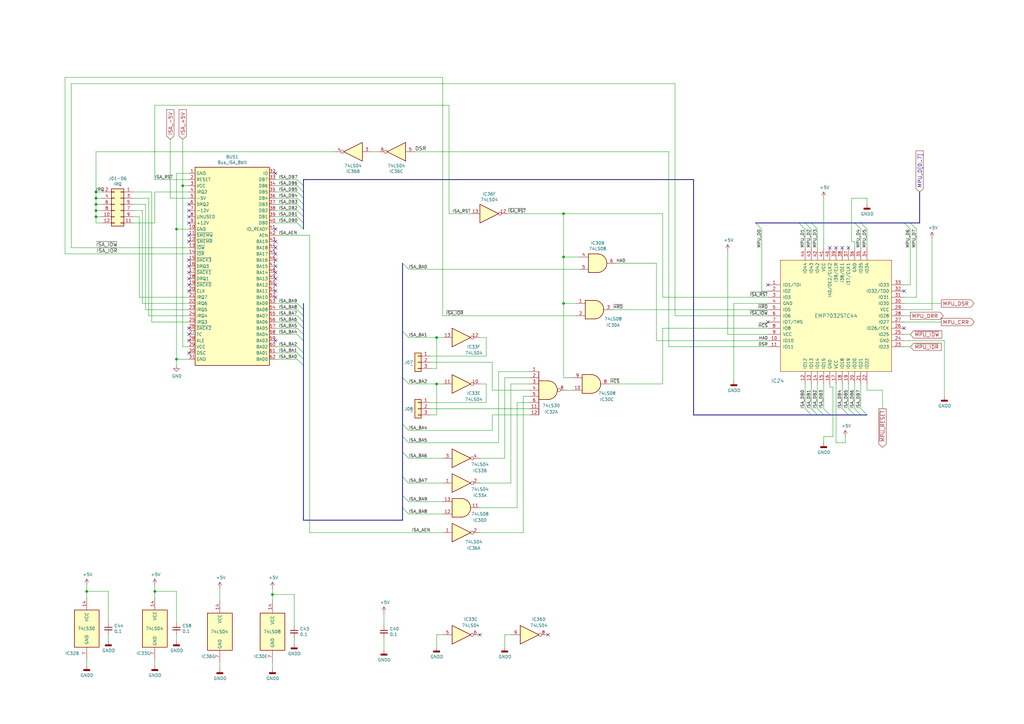
<source format=kicad_sch>
(kicad_sch (version 20211123) (generator eeschema)

  (uuid 1feb75da-52bc-4f54-bc22-6a4b1520ccea)

  (paper "A3")

  (title_block
    (title "LAPC-I Clone")
  )

  (lib_symbols
    (symbol "74xx:74LS04" (in_bom yes) (on_board yes)
      (property "Reference" "U" (id 0) (at 0 1.27 0)
        (effects (font (size 1.27 1.27)))
      )
      (property "Value" "74LS04" (id 1) (at 0 -1.27 0)
        (effects (font (size 1.27 1.27)))
      )
      (property "Footprint" "" (id 2) (at 0 0 0)
        (effects (font (size 1.27 1.27)) hide)
      )
      (property "Datasheet" "http://www.ti.com/lit/gpn/sn74LS04" (id 3) (at 0 0 0)
        (effects (font (size 1.27 1.27)) hide)
      )
      (property "ki_locked" "" (id 4) (at 0 0 0)
        (effects (font (size 1.27 1.27)))
      )
      (property "ki_keywords" "TTL not inv" (id 5) (at 0 0 0)
        (effects (font (size 1.27 1.27)) hide)
      )
      (property "ki_description" "Hex Inverter" (id 6) (at 0 0 0)
        (effects (font (size 1.27 1.27)) hide)
      )
      (property "ki_fp_filters" "DIP*W7.62mm* SSOP?14* TSSOP?14*" (id 7) (at 0 0 0)
        (effects (font (size 1.27 1.27)) hide)
      )
      (symbol "74LS04_1_0"
        (polyline
          (pts
            (xy -3.81 3.81)
            (xy -3.81 -3.81)
            (xy 3.81 0)
            (xy -3.81 3.81)
          )
          (stroke (width 0.254) (type default) (color 0 0 0 0))
          (fill (type background))
        )
        (pin input line (at -7.62 0 0) (length 3.81)
          (name "~" (effects (font (size 1.27 1.27))))
          (number "1" (effects (font (size 1.27 1.27))))
        )
        (pin output inverted (at 7.62 0 180) (length 3.81)
          (name "~" (effects (font (size 1.27 1.27))))
          (number "2" (effects (font (size 1.27 1.27))))
        )
      )
      (symbol "74LS04_2_0"
        (polyline
          (pts
            (xy -3.81 3.81)
            (xy -3.81 -3.81)
            (xy 3.81 0)
            (xy -3.81 3.81)
          )
          (stroke (width 0.254) (type default) (color 0 0 0 0))
          (fill (type background))
        )
        (pin input line (at -7.62 0 0) (length 3.81)
          (name "~" (effects (font (size 1.27 1.27))))
          (number "3" (effects (font (size 1.27 1.27))))
        )
        (pin output inverted (at 7.62 0 180) (length 3.81)
          (name "~" (effects (font (size 1.27 1.27))))
          (number "4" (effects (font (size 1.27 1.27))))
        )
      )
      (symbol "74LS04_3_0"
        (polyline
          (pts
            (xy -3.81 3.81)
            (xy -3.81 -3.81)
            (xy 3.81 0)
            (xy -3.81 3.81)
          )
          (stroke (width 0.254) (type default) (color 0 0 0 0))
          (fill (type background))
        )
        (pin input line (at -7.62 0 0) (length 3.81)
          (name "~" (effects (font (size 1.27 1.27))))
          (number "5" (effects (font (size 1.27 1.27))))
        )
        (pin output inverted (at 7.62 0 180) (length 3.81)
          (name "~" (effects (font (size 1.27 1.27))))
          (number "6" (effects (font (size 1.27 1.27))))
        )
      )
      (symbol "74LS04_4_0"
        (polyline
          (pts
            (xy -3.81 3.81)
            (xy -3.81 -3.81)
            (xy 3.81 0)
            (xy -3.81 3.81)
          )
          (stroke (width 0.254) (type default) (color 0 0 0 0))
          (fill (type background))
        )
        (pin output inverted (at 7.62 0 180) (length 3.81)
          (name "~" (effects (font (size 1.27 1.27))))
          (number "8" (effects (font (size 1.27 1.27))))
        )
        (pin input line (at -7.62 0 0) (length 3.81)
          (name "~" (effects (font (size 1.27 1.27))))
          (number "9" (effects (font (size 1.27 1.27))))
        )
      )
      (symbol "74LS04_5_0"
        (polyline
          (pts
            (xy -3.81 3.81)
            (xy -3.81 -3.81)
            (xy 3.81 0)
            (xy -3.81 3.81)
          )
          (stroke (width 0.254) (type default) (color 0 0 0 0))
          (fill (type background))
        )
        (pin output inverted (at 7.62 0 180) (length 3.81)
          (name "~" (effects (font (size 1.27 1.27))))
          (number "10" (effects (font (size 1.27 1.27))))
        )
        (pin input line (at -7.62 0 0) (length 3.81)
          (name "~" (effects (font (size 1.27 1.27))))
          (number "11" (effects (font (size 1.27 1.27))))
        )
      )
      (symbol "74LS04_6_0"
        (polyline
          (pts
            (xy -3.81 3.81)
            (xy -3.81 -3.81)
            (xy 3.81 0)
            (xy -3.81 3.81)
          )
          (stroke (width 0.254) (type default) (color 0 0 0 0))
          (fill (type background))
        )
        (pin output inverted (at 7.62 0 180) (length 3.81)
          (name "~" (effects (font (size 1.27 1.27))))
          (number "12" (effects (font (size 1.27 1.27))))
        )
        (pin input line (at -7.62 0 0) (length 3.81)
          (name "~" (effects (font (size 1.27 1.27))))
          (number "13" (effects (font (size 1.27 1.27))))
        )
      )
      (symbol "74LS04_7_0"
        (pin power_in line (at 0 12.7 270) (length 5.08)
          (name "VCC" (effects (font (size 1.27 1.27))))
          (number "14" (effects (font (size 1.27 1.27))))
        )
        (pin power_in line (at 0 -12.7 90) (length 5.08)
          (name "GND" (effects (font (size 1.27 1.27))))
          (number "7" (effects (font (size 1.27 1.27))))
        )
      )
      (symbol "74LS04_7_1"
        (rectangle (start -5.08 7.62) (end 5.08 -7.62)
          (stroke (width 0.254) (type default) (color 0 0 0 0))
          (fill (type background))
        )
      )
    )
    (symbol "74xx:74LS08" (pin_names (offset 1.016)) (in_bom yes) (on_board yes)
      (property "Reference" "U" (id 0) (at 0 1.27 0)
        (effects (font (size 1.27 1.27)))
      )
      (property "Value" "74LS08" (id 1) (at 0 -1.27 0)
        (effects (font (size 1.27 1.27)))
      )
      (property "Footprint" "" (id 2) (at 0 0 0)
        (effects (font (size 1.27 1.27)) hide)
      )
      (property "Datasheet" "http://www.ti.com/lit/gpn/sn74LS08" (id 3) (at 0 0 0)
        (effects (font (size 1.27 1.27)) hide)
      )
      (property "ki_locked" "" (id 4) (at 0 0 0)
        (effects (font (size 1.27 1.27)))
      )
      (property "ki_keywords" "TTL and2" (id 5) (at 0 0 0)
        (effects (font (size 1.27 1.27)) hide)
      )
      (property "ki_description" "Quad And2" (id 6) (at 0 0 0)
        (effects (font (size 1.27 1.27)) hide)
      )
      (property "ki_fp_filters" "DIP*W7.62mm*" (id 7) (at 0 0 0)
        (effects (font (size 1.27 1.27)) hide)
      )
      (symbol "74LS08_1_1"
        (arc (start 0 -3.81) (mid 3.81 0) (end 0 3.81)
          (stroke (width 0.254) (type default) (color 0 0 0 0))
          (fill (type background))
        )
        (polyline
          (pts
            (xy 0 3.81)
            (xy -3.81 3.81)
            (xy -3.81 -3.81)
            (xy 0 -3.81)
          )
          (stroke (width 0.254) (type default) (color 0 0 0 0))
          (fill (type background))
        )
        (pin input line (at -7.62 2.54 0) (length 3.81)
          (name "~" (effects (font (size 1.27 1.27))))
          (number "1" (effects (font (size 1.27 1.27))))
        )
        (pin input line (at -7.62 -2.54 0) (length 3.81)
          (name "~" (effects (font (size 1.27 1.27))))
          (number "2" (effects (font (size 1.27 1.27))))
        )
        (pin output line (at 7.62 0 180) (length 3.81)
          (name "~" (effects (font (size 1.27 1.27))))
          (number "3" (effects (font (size 1.27 1.27))))
        )
      )
      (symbol "74LS08_1_2"
        (arc (start -3.81 -3.81) (mid -2.589 0) (end -3.81 3.81)
          (stroke (width 0.254) (type default) (color 0 0 0 0))
          (fill (type none))
        )
        (arc (start -0.6096 -3.81) (mid 2.1855 -2.584) (end 3.81 0)
          (stroke (width 0.254) (type default) (color 0 0 0 0))
          (fill (type background))
        )
        (polyline
          (pts
            (xy -3.81 -3.81)
            (xy -0.635 -3.81)
          )
          (stroke (width 0.254) (type default) (color 0 0 0 0))
          (fill (type background))
        )
        (polyline
          (pts
            (xy -3.81 3.81)
            (xy -0.635 3.81)
          )
          (stroke (width 0.254) (type default) (color 0 0 0 0))
          (fill (type background))
        )
        (polyline
          (pts
            (xy -0.635 3.81)
            (xy -3.81 3.81)
            (xy -3.81 3.81)
            (xy -3.556 3.4036)
            (xy -3.0226 2.2606)
            (xy -2.6924 1.0414)
            (xy -2.6162 -0.254)
            (xy -2.7686 -1.4986)
            (xy -3.175 -2.7178)
            (xy -3.81 -3.81)
            (xy -3.81 -3.81)
            (xy -0.635 -3.81)
          )
          (stroke (width -25.4) (type default) (color 0 0 0 0))
          (fill (type background))
        )
        (arc (start 3.81 0) (mid 2.1928 2.5925) (end -0.6096 3.81)
          (stroke (width 0.254) (type default) (color 0 0 0 0))
          (fill (type background))
        )
        (pin input inverted (at -7.62 2.54 0) (length 4.318)
          (name "~" (effects (font (size 1.27 1.27))))
          (number "1" (effects (font (size 1.27 1.27))))
        )
        (pin input inverted (at -7.62 -2.54 0) (length 4.318)
          (name "~" (effects (font (size 1.27 1.27))))
          (number "2" (effects (font (size 1.27 1.27))))
        )
        (pin output inverted (at 7.62 0 180) (length 3.81)
          (name "~" (effects (font (size 1.27 1.27))))
          (number "3" (effects (font (size 1.27 1.27))))
        )
      )
      (symbol "74LS08_2_1"
        (arc (start 0 -3.81) (mid 3.81 0) (end 0 3.81)
          (stroke (width 0.254) (type default) (color 0 0 0 0))
          (fill (type background))
        )
        (polyline
          (pts
            (xy 0 3.81)
            (xy -3.81 3.81)
            (xy -3.81 -3.81)
            (xy 0 -3.81)
          )
          (stroke (width 0.254) (type default) (color 0 0 0 0))
          (fill (type background))
        )
        (pin input line (at -7.62 2.54 0) (length 3.81)
          (name "~" (effects (font (size 1.27 1.27))))
          (number "4" (effects (font (size 1.27 1.27))))
        )
        (pin input line (at -7.62 -2.54 0) (length 3.81)
          (name "~" (effects (font (size 1.27 1.27))))
          (number "5" (effects (font (size 1.27 1.27))))
        )
        (pin output line (at 7.62 0 180) (length 3.81)
          (name "~" (effects (font (size 1.27 1.27))))
          (number "6" (effects (font (size 1.27 1.27))))
        )
      )
      (symbol "74LS08_2_2"
        (arc (start -3.81 -3.81) (mid -2.589 0) (end -3.81 3.81)
          (stroke (width 0.254) (type default) (color 0 0 0 0))
          (fill (type none))
        )
        (arc (start -0.6096 -3.81) (mid 2.1855 -2.584) (end 3.81 0)
          (stroke (width 0.254) (type default) (color 0 0 0 0))
          (fill (type background))
        )
        (polyline
          (pts
            (xy -3.81 -3.81)
            (xy -0.635 -3.81)
          )
          (stroke (width 0.254) (type default) (color 0 0 0 0))
          (fill (type background))
        )
        (polyline
          (pts
            (xy -3.81 3.81)
            (xy -0.635 3.81)
          )
          (stroke (width 0.254) (type default) (color 0 0 0 0))
          (fill (type background))
        )
        (polyline
          (pts
            (xy -0.635 3.81)
            (xy -3.81 3.81)
            (xy -3.81 3.81)
            (xy -3.556 3.4036)
            (xy -3.0226 2.2606)
            (xy -2.6924 1.0414)
            (xy -2.6162 -0.254)
            (xy -2.7686 -1.4986)
            (xy -3.175 -2.7178)
            (xy -3.81 -3.81)
            (xy -3.81 -3.81)
            (xy -0.635 -3.81)
          )
          (stroke (width -25.4) (type default) (color 0 0 0 0))
          (fill (type background))
        )
        (arc (start 3.81 0) (mid 2.1928 2.5925) (end -0.6096 3.81)
          (stroke (width 0.254) (type default) (color 0 0 0 0))
          (fill (type background))
        )
        (pin input inverted (at -7.62 2.54 0) (length 4.318)
          (name "~" (effects (font (size 1.27 1.27))))
          (number "4" (effects (font (size 1.27 1.27))))
        )
        (pin input inverted (at -7.62 -2.54 0) (length 4.318)
          (name "~" (effects (font (size 1.27 1.27))))
          (number "5" (effects (font (size 1.27 1.27))))
        )
        (pin output inverted (at 7.62 0 180) (length 3.81)
          (name "~" (effects (font (size 1.27 1.27))))
          (number "6" (effects (font (size 1.27 1.27))))
        )
      )
      (symbol "74LS08_3_1"
        (arc (start 0 -3.81) (mid 3.81 0) (end 0 3.81)
          (stroke (width 0.254) (type default) (color 0 0 0 0))
          (fill (type background))
        )
        (polyline
          (pts
            (xy 0 3.81)
            (xy -3.81 3.81)
            (xy -3.81 -3.81)
            (xy 0 -3.81)
          )
          (stroke (width 0.254) (type default) (color 0 0 0 0))
          (fill (type background))
        )
        (pin input line (at -7.62 -2.54 0) (length 3.81)
          (name "~" (effects (font (size 1.27 1.27))))
          (number "10" (effects (font (size 1.27 1.27))))
        )
        (pin output line (at 7.62 0 180) (length 3.81)
          (name "~" (effects (font (size 1.27 1.27))))
          (number "8" (effects (font (size 1.27 1.27))))
        )
        (pin input line (at -7.62 2.54 0) (length 3.81)
          (name "~" (effects (font (size 1.27 1.27))))
          (number "9" (effects (font (size 1.27 1.27))))
        )
      )
      (symbol "74LS08_3_2"
        (arc (start -3.81 -3.81) (mid -2.589 0) (end -3.81 3.81)
          (stroke (width 0.254) (type default) (color 0 0 0 0))
          (fill (type none))
        )
        (arc (start -0.6096 -3.81) (mid 2.1855 -2.584) (end 3.81 0)
          (stroke (width 0.254) (type default) (color 0 0 0 0))
          (fill (type background))
        )
        (polyline
          (pts
            (xy -3.81 -3.81)
            (xy -0.635 -3.81)
          )
          (stroke (width 0.254) (type default) (color 0 0 0 0))
          (fill (type background))
        )
        (polyline
          (pts
            (xy -3.81 3.81)
            (xy -0.635 3.81)
          )
          (stroke (width 0.254) (type default) (color 0 0 0 0))
          (fill (type background))
        )
        (polyline
          (pts
            (xy -0.635 3.81)
            (xy -3.81 3.81)
            (xy -3.81 3.81)
            (xy -3.556 3.4036)
            (xy -3.0226 2.2606)
            (xy -2.6924 1.0414)
            (xy -2.6162 -0.254)
            (xy -2.7686 -1.4986)
            (xy -3.175 -2.7178)
            (xy -3.81 -3.81)
            (xy -3.81 -3.81)
            (xy -0.635 -3.81)
          )
          (stroke (width -25.4) (type default) (color 0 0 0 0))
          (fill (type background))
        )
        (arc (start 3.81 0) (mid 2.1928 2.5925) (end -0.6096 3.81)
          (stroke (width 0.254) (type default) (color 0 0 0 0))
          (fill (type background))
        )
        (pin input inverted (at -7.62 -2.54 0) (length 4.318)
          (name "~" (effects (font (size 1.27 1.27))))
          (number "10" (effects (font (size 1.27 1.27))))
        )
        (pin output inverted (at 7.62 0 180) (length 3.81)
          (name "~" (effects (font (size 1.27 1.27))))
          (number "8" (effects (font (size 1.27 1.27))))
        )
        (pin input inverted (at -7.62 2.54 0) (length 4.318)
          (name "~" (effects (font (size 1.27 1.27))))
          (number "9" (effects (font (size 1.27 1.27))))
        )
      )
      (symbol "74LS08_4_1"
        (arc (start 0 -3.81) (mid 3.81 0) (end 0 3.81)
          (stroke (width 0.254) (type default) (color 0 0 0 0))
          (fill (type background))
        )
        (polyline
          (pts
            (xy 0 3.81)
            (xy -3.81 3.81)
            (xy -3.81 -3.81)
            (xy 0 -3.81)
          )
          (stroke (width 0.254) (type default) (color 0 0 0 0))
          (fill (type background))
        )
        (pin output line (at 7.62 0 180) (length 3.81)
          (name "~" (effects (font (size 1.27 1.27))))
          (number "11" (effects (font (size 1.27 1.27))))
        )
        (pin input line (at -7.62 2.54 0) (length 3.81)
          (name "~" (effects (font (size 1.27 1.27))))
          (number "12" (effects (font (size 1.27 1.27))))
        )
        (pin input line (at -7.62 -2.54 0) (length 3.81)
          (name "~" (effects (font (size 1.27 1.27))))
          (number "13" (effects (font (size 1.27 1.27))))
        )
      )
      (symbol "74LS08_4_2"
        (arc (start -3.81 -3.81) (mid -2.589 0) (end -3.81 3.81)
          (stroke (width 0.254) (type default) (color 0 0 0 0))
          (fill (type none))
        )
        (arc (start -0.6096 -3.81) (mid 2.1855 -2.584) (end 3.81 0)
          (stroke (width 0.254) (type default) (color 0 0 0 0))
          (fill (type background))
        )
        (polyline
          (pts
            (xy -3.81 -3.81)
            (xy -0.635 -3.81)
          )
          (stroke (width 0.254) (type default) (color 0 0 0 0))
          (fill (type background))
        )
        (polyline
          (pts
            (xy -3.81 3.81)
            (xy -0.635 3.81)
          )
          (stroke (width 0.254) (type default) (color 0 0 0 0))
          (fill (type background))
        )
        (polyline
          (pts
            (xy -0.635 3.81)
            (xy -3.81 3.81)
            (xy -3.81 3.81)
            (xy -3.556 3.4036)
            (xy -3.0226 2.2606)
            (xy -2.6924 1.0414)
            (xy -2.6162 -0.254)
            (xy -2.7686 -1.4986)
            (xy -3.175 -2.7178)
            (xy -3.81 -3.81)
            (xy -3.81 -3.81)
            (xy -0.635 -3.81)
          )
          (stroke (width -25.4) (type default) (color 0 0 0 0))
          (fill (type background))
        )
        (arc (start 3.81 0) (mid 2.1928 2.5925) (end -0.6096 3.81)
          (stroke (width 0.254) (type default) (color 0 0 0 0))
          (fill (type background))
        )
        (pin output inverted (at 7.62 0 180) (length 3.81)
          (name "~" (effects (font (size 1.27 1.27))))
          (number "11" (effects (font (size 1.27 1.27))))
        )
        (pin input inverted (at -7.62 2.54 0) (length 4.318)
          (name "~" (effects (font (size 1.27 1.27))))
          (number "12" (effects (font (size 1.27 1.27))))
        )
        (pin input inverted (at -7.62 -2.54 0) (length 4.318)
          (name "~" (effects (font (size 1.27 1.27))))
          (number "13" (effects (font (size 1.27 1.27))))
        )
      )
      (symbol "74LS08_5_0"
        (pin power_in line (at 0 12.7 270) (length 5.08)
          (name "VCC" (effects (font (size 1.27 1.27))))
          (number "14" (effects (font (size 1.27 1.27))))
        )
        (pin power_in line (at 0 -12.7 90) (length 5.08)
          (name "GND" (effects (font (size 1.27 1.27))))
          (number "7" (effects (font (size 1.27 1.27))))
        )
      )
      (symbol "74LS08_5_1"
        (rectangle (start -5.08 7.62) (end 5.08 -7.62)
          (stroke (width 0.254) (type default) (color 0 0 0 0))
          (fill (type background))
        )
      )
    )
    (symbol "74xx:74LS30" (pin_names (offset 1.016)) (in_bom yes) (on_board yes)
      (property "Reference" "U" (id 0) (at 0 1.27 0)
        (effects (font (size 1.27 1.27)))
      )
      (property "Value" "74LS30" (id 1) (at 0 -1.27 0)
        (effects (font (size 1.27 1.27)))
      )
      (property "Footprint" "" (id 2) (at 0 0 0)
        (effects (font (size 1.27 1.27)) hide)
      )
      (property "Datasheet" "http://www.ti.com/lit/gpn/sn74LS30" (id 3) (at 0 0 0)
        (effects (font (size 1.27 1.27)) hide)
      )
      (property "ki_locked" "" (id 4) (at 0 0 0)
        (effects (font (size 1.27 1.27)))
      )
      (property "ki_keywords" "TTL Nand8" (id 5) (at 0 0 0)
        (effects (font (size 1.27 1.27)) hide)
      )
      (property "ki_description" "8-input NAND" (id 6) (at 0 0 0)
        (effects (font (size 1.27 1.27)) hide)
      )
      (property "ki_fp_filters" "DIP*W7.62mm*" (id 7) (at 0 0 0)
        (effects (font (size 1.27 1.27)) hide)
      )
      (symbol "74LS30_1_1"
        (arc (start 0 -3.81) (mid 3.81 0) (end 0 3.81)
          (stroke (width 0.254) (type default) (color 0 0 0 0))
          (fill (type background))
        )
        (polyline
          (pts
            (xy -3.81 7.62)
            (xy -3.81 -10.16)
          )
          (stroke (width 0.254) (type default) (color 0 0 0 0))
          (fill (type none))
        )
        (polyline
          (pts
            (xy 0 3.81)
            (xy -3.81 3.81)
            (xy -3.81 -3.81)
            (xy 0 -3.81)
          )
          (stroke (width 0.254) (type default) (color 0 0 0 0))
          (fill (type background))
        )
        (pin input line (at -7.62 7.62 0) (length 3.81)
          (name "~" (effects (font (size 1.27 1.27))))
          (number "1" (effects (font (size 1.27 1.27))))
        )
        (pin input line (at -7.62 -7.62 0) (length 3.81)
          (name "~" (effects (font (size 1.27 1.27))))
          (number "11" (effects (font (size 1.27 1.27))))
        )
        (pin input line (at -7.62 -10.16 0) (length 3.81)
          (name "~" (effects (font (size 1.27 1.27))))
          (number "12" (effects (font (size 1.27 1.27))))
        )
        (pin input line (at -7.62 5.08 0) (length 3.81)
          (name "~" (effects (font (size 1.27 1.27))))
          (number "2" (effects (font (size 1.27 1.27))))
        )
        (pin input line (at -7.62 2.54 0) (length 3.81)
          (name "~" (effects (font (size 1.27 1.27))))
          (number "3" (effects (font (size 1.27 1.27))))
        )
        (pin input line (at -7.62 0 0) (length 3.81)
          (name "~" (effects (font (size 1.27 1.27))))
          (number "4" (effects (font (size 1.27 1.27))))
        )
        (pin input line (at -7.62 -2.54 0) (length 3.81)
          (name "~" (effects (font (size 1.27 1.27))))
          (number "5" (effects (font (size 1.27 1.27))))
        )
        (pin input line (at -7.62 -5.08 0) (length 3.81)
          (name "~" (effects (font (size 1.27 1.27))))
          (number "6" (effects (font (size 1.27 1.27))))
        )
        (pin output inverted (at 7.62 0 180) (length 3.81)
          (name "~" (effects (font (size 1.27 1.27))))
          (number "8" (effects (font (size 1.27 1.27))))
        )
      )
      (symbol "74LS30_1_2"
        (arc (start -3.81 -3.81) (mid -2.589 0) (end -3.81 3.81)
          (stroke (width 0.254) (type default) (color 0 0 0 0))
          (fill (type none))
        )
        (arc (start -0.6096 -3.81) (mid 2.1855 -2.584) (end 3.81 0)
          (stroke (width 0.254) (type default) (color 0 0 0 0))
          (fill (type background))
        )
        (polyline
          (pts
            (xy -3.81 -3.81)
            (xy -3.81 -10.16)
          )
          (stroke (width 0.254) (type default) (color 0 0 0 0))
          (fill (type none))
        )
        (polyline
          (pts
            (xy -3.81 -3.81)
            (xy -0.635 -3.81)
          )
          (stroke (width 0.254) (type default) (color 0 0 0 0))
          (fill (type background))
        )
        (polyline
          (pts
            (xy -3.81 3.81)
            (xy -0.635 3.81)
          )
          (stroke (width 0.254) (type default) (color 0 0 0 0))
          (fill (type background))
        )
        (polyline
          (pts
            (xy -3.81 7.62)
            (xy -3.81 3.81)
          )
          (stroke (width 0.254) (type default) (color 0 0 0 0))
          (fill (type none))
        )
        (polyline
          (pts
            (xy -0.635 3.81)
            (xy -3.81 3.81)
            (xy -3.81 3.81)
            (xy -3.556 3.4036)
            (xy -3.0226 2.2606)
            (xy -2.6924 1.0414)
            (xy -2.6162 -0.254)
            (xy -2.7686 -1.4986)
            (xy -3.175 -2.7178)
            (xy -3.81 -3.81)
            (xy -3.81 -3.81)
            (xy -0.635 -3.81)
          )
          (stroke (width -25.4) (type default) (color 0 0 0 0))
          (fill (type background))
        )
        (arc (start 3.81 0) (mid 2.1928 2.5925) (end -0.6096 3.81)
          (stroke (width 0.254) (type default) (color 0 0 0 0))
          (fill (type background))
        )
        (pin input inverted (at -7.62 7.62 0) (length 3.81)
          (name "~" (effects (font (size 1.27 1.27))))
          (number "1" (effects (font (size 1.27 1.27))))
        )
        (pin input inverted (at -7.62 -7.62 0) (length 3.81)
          (name "~" (effects (font (size 1.27 1.27))))
          (number "11" (effects (font (size 1.27 1.27))))
        )
        (pin input inverted (at -7.62 -10.16 0) (length 3.81)
          (name "~" (effects (font (size 1.27 1.27))))
          (number "12" (effects (font (size 1.27 1.27))))
        )
        (pin input inverted (at -7.62 5.08 0) (length 3.81)
          (name "~" (effects (font (size 1.27 1.27))))
          (number "2" (effects (font (size 1.27 1.27))))
        )
        (pin input inverted (at -7.62 2.54 0) (length 4.5466)
          (name "~" (effects (font (size 1.27 1.27))))
          (number "3" (effects (font (size 1.27 1.27))))
        )
        (pin input inverted (at -7.62 0 0) (length 5.08)
          (name "~" (effects (font (size 1.27 1.27))))
          (number "4" (effects (font (size 1.27 1.27))))
        )
        (pin input inverted (at -7.62 -2.54 0) (length 4.5466)
          (name "~" (effects (font (size 1.27 1.27))))
          (number "5" (effects (font (size 1.27 1.27))))
        )
        (pin input inverted (at -7.62 -5.08 0) (length 3.81)
          (name "~" (effects (font (size 1.27 1.27))))
          (number "6" (effects (font (size 1.27 1.27))))
        )
        (pin output line (at 7.62 0 180) (length 3.81)
          (name "~" (effects (font (size 1.27 1.27))))
          (number "8" (effects (font (size 1.27 1.27))))
        )
      )
      (symbol "74LS30_2_0"
        (pin power_in line (at 0 12.7 270) (length 5.08)
          (name "VCC" (effects (font (size 1.27 1.27))))
          (number "14" (effects (font (size 1.27 1.27))))
        )
        (pin power_in line (at 0 -12.7 90) (length 5.08)
          (name "GND" (effects (font (size 1.27 1.27))))
          (number "7" (effects (font (size 1.27 1.27))))
        )
      )
      (symbol "74LS30_2_1"
        (rectangle (start -5.08 7.62) (end 5.08 -7.62)
          (stroke (width 0.254) (type default) (color 0 0 0 0))
          (fill (type background))
        )
      )
    )
    (symbol "Connector:Bus_ISA_8bit" (in_bom yes) (on_board yes)
      (property "Reference" "J" (id 0) (at 0 42.545 0)
        (effects (font (size 1.27 1.27)))
      )
      (property "Value" "Bus_ISA_8bit" (id 1) (at 0 -42.545 0)
        (effects (font (size 1.27 1.27)))
      )
      (property "Footprint" "" (id 2) (at 0 0 0)
        (effects (font (size 1.27 1.27)) hide)
      )
      (property "Datasheet" "https://en.wikipedia.org/wiki/Industry_Standard_Architecture" (id 3) (at 0 0 0)
        (effects (font (size 1.27 1.27)) hide)
      )
      (property "ki_keywords" "ISA" (id 4) (at 0 0 0)
        (effects (font (size 1.27 1.27)) hide)
      )
      (property "ki_description" "8-bit ISA-PC bus connector" (id 5) (at 0 0 0)
        (effects (font (size 1.27 1.27)) hide)
      )
      (symbol "Bus_ISA_8bit_0_1"
        (rectangle (start -15.24 -40.64) (end 15.24 40.64)
          (stroke (width 0.254) (type default) (color 0 0 0 0))
          (fill (type background))
        )
      )
      (symbol "Bus_ISA_8bit_1_1"
        (pin power_in line (at -17.78 38.1 0) (length 2.54)
          (name "GND" (effects (font (size 1.27 1.27))))
          (number "1" (effects (font (size 1.27 1.27))))
        )
        (pin power_in line (at -17.78 15.24 0) (length 2.54)
          (name "GND" (effects (font (size 1.27 1.27))))
          (number "10" (effects (font (size 1.27 1.27))))
        )
        (pin output line (at -17.78 12.7 0) (length 2.54)
          (name "~{SMEMW}" (effects (font (size 1.27 1.27))))
          (number "11" (effects (font (size 1.27 1.27))))
        )
        (pin output line (at -17.78 10.16 0) (length 2.54)
          (name "~{SMEMR}" (effects (font (size 1.27 1.27))))
          (number "12" (effects (font (size 1.27 1.27))))
        )
        (pin output line (at -17.78 7.62 0) (length 2.54)
          (name "~{IOW}" (effects (font (size 1.27 1.27))))
          (number "13" (effects (font (size 1.27 1.27))))
        )
        (pin output line (at -17.78 5.08 0) (length 2.54)
          (name "~{IOR}" (effects (font (size 1.27 1.27))))
          (number "14" (effects (font (size 1.27 1.27))))
        )
        (pin passive line (at -17.78 2.54 0) (length 2.54)
          (name "~{DACK3}" (effects (font (size 1.27 1.27))))
          (number "15" (effects (font (size 1.27 1.27))))
        )
        (pin passive line (at -17.78 0 0) (length 2.54)
          (name "DRQ3" (effects (font (size 1.27 1.27))))
          (number "16" (effects (font (size 1.27 1.27))))
        )
        (pin passive line (at -17.78 -2.54 0) (length 2.54)
          (name "~{DACK1}" (effects (font (size 1.27 1.27))))
          (number "17" (effects (font (size 1.27 1.27))))
        )
        (pin passive line (at -17.78 -5.08 0) (length 2.54)
          (name "DRQ1" (effects (font (size 1.27 1.27))))
          (number "18" (effects (font (size 1.27 1.27))))
        )
        (pin passive line (at -17.78 -7.62 0) (length 2.54)
          (name "~{DACK0}" (effects (font (size 1.27 1.27))))
          (number "19" (effects (font (size 1.27 1.27))))
        )
        (pin output line (at -17.78 35.56 0) (length 2.54)
          (name "RESET" (effects (font (size 1.27 1.27))))
          (number "2" (effects (font (size 1.27 1.27))))
        )
        (pin output line (at -17.78 -10.16 0) (length 2.54)
          (name "CLK" (effects (font (size 1.27 1.27))))
          (number "20" (effects (font (size 1.27 1.27))))
        )
        (pin passive line (at -17.78 -12.7 0) (length 2.54)
          (name "IRQ7" (effects (font (size 1.27 1.27))))
          (number "21" (effects (font (size 1.27 1.27))))
        )
        (pin passive line (at -17.78 -15.24 0) (length 2.54)
          (name "IRQ6" (effects (font (size 1.27 1.27))))
          (number "22" (effects (font (size 1.27 1.27))))
        )
        (pin passive line (at -17.78 -17.78 0) (length 2.54)
          (name "IRQ5" (effects (font (size 1.27 1.27))))
          (number "23" (effects (font (size 1.27 1.27))))
        )
        (pin passive line (at -17.78 -20.32 0) (length 2.54)
          (name "IRQ4" (effects (font (size 1.27 1.27))))
          (number "24" (effects (font (size 1.27 1.27))))
        )
        (pin passive line (at -17.78 -22.86 0) (length 2.54)
          (name "IRQ3" (effects (font (size 1.27 1.27))))
          (number "25" (effects (font (size 1.27 1.27))))
        )
        (pin passive line (at -17.78 -25.4 0) (length 2.54)
          (name "~{DACK2}" (effects (font (size 1.27 1.27))))
          (number "26" (effects (font (size 1.27 1.27))))
        )
        (pin passive line (at -17.78 -27.94 0) (length 2.54)
          (name "TC" (effects (font (size 1.27 1.27))))
          (number "27" (effects (font (size 1.27 1.27))))
        )
        (pin output line (at -17.78 -30.48 0) (length 2.54)
          (name "ALE" (effects (font (size 1.27 1.27))))
          (number "28" (effects (font (size 1.27 1.27))))
        )
        (pin power_in line (at -17.78 -33.02 0) (length 2.54)
          (name "VCC" (effects (font (size 1.27 1.27))))
          (number "29" (effects (font (size 1.27 1.27))))
        )
        (pin power_in line (at -17.78 33.02 0) (length 2.54)
          (name "VCC" (effects (font (size 1.27 1.27))))
          (number "3" (effects (font (size 1.27 1.27))))
        )
        (pin output line (at -17.78 -35.56 0) (length 2.54)
          (name "OSC" (effects (font (size 1.27 1.27))))
          (number "30" (effects (font (size 1.27 1.27))))
        )
        (pin power_in line (at -17.78 -38.1 0) (length 2.54)
          (name "GND" (effects (font (size 1.27 1.27))))
          (number "31" (effects (font (size 1.27 1.27))))
        )
        (pin passive line (at 17.78 38.1 180) (length 2.54)
          (name "IO" (effects (font (size 1.27 1.27))))
          (number "32" (effects (font (size 1.27 1.27))))
        )
        (pin tri_state line (at 17.78 35.56 180) (length 2.54)
          (name "DB7" (effects (font (size 1.27 1.27))))
          (number "33" (effects (font (size 1.27 1.27))))
        )
        (pin tri_state line (at 17.78 33.02 180) (length 2.54)
          (name "DB6" (effects (font (size 1.27 1.27))))
          (number "34" (effects (font (size 1.27 1.27))))
        )
        (pin tri_state line (at 17.78 30.48 180) (length 2.54)
          (name "DB5" (effects (font (size 1.27 1.27))))
          (number "35" (effects (font (size 1.27 1.27))))
        )
        (pin tri_state line (at 17.78 27.94 180) (length 2.54)
          (name "DB4" (effects (font (size 1.27 1.27))))
          (number "36" (effects (font (size 1.27 1.27))))
        )
        (pin tri_state line (at 17.78 25.4 180) (length 2.54)
          (name "DB3" (effects (font (size 1.27 1.27))))
          (number "37" (effects (font (size 1.27 1.27))))
        )
        (pin tri_state line (at 17.78 22.86 180) (length 2.54)
          (name "DB2" (effects (font (size 1.27 1.27))))
          (number "38" (effects (font (size 1.27 1.27))))
        )
        (pin tri_state line (at 17.78 20.32 180) (length 2.54)
          (name "DB1" (effects (font (size 1.27 1.27))))
          (number "39" (effects (font (size 1.27 1.27))))
        )
        (pin passive line (at -17.78 30.48 0) (length 2.54)
          (name "IRQ2" (effects (font (size 1.27 1.27))))
          (number "4" (effects (font (size 1.27 1.27))))
        )
        (pin tri_state line (at 17.78 17.78 180) (length 2.54)
          (name "DB0" (effects (font (size 1.27 1.27))))
          (number "40" (effects (font (size 1.27 1.27))))
        )
        (pin passive line (at 17.78 15.24 180) (length 2.54)
          (name "IO_READY" (effects (font (size 1.27 1.27))))
          (number "41" (effects (font (size 1.27 1.27))))
        )
        (pin output line (at 17.78 12.7 180) (length 2.54)
          (name "AEN" (effects (font (size 1.27 1.27))))
          (number "42" (effects (font (size 1.27 1.27))))
        )
        (pin tri_state line (at 17.78 10.16 180) (length 2.54)
          (name "BA19" (effects (font (size 1.27 1.27))))
          (number "43" (effects (font (size 1.27 1.27))))
        )
        (pin tri_state line (at 17.78 7.62 180) (length 2.54)
          (name "BA18" (effects (font (size 1.27 1.27))))
          (number "44" (effects (font (size 1.27 1.27))))
        )
        (pin tri_state line (at 17.78 5.08 180) (length 2.54)
          (name "BA17" (effects (font (size 1.27 1.27))))
          (number "45" (effects (font (size 1.27 1.27))))
        )
        (pin tri_state line (at 17.78 2.54 180) (length 2.54)
          (name "BA16" (effects (font (size 1.27 1.27))))
          (number "46" (effects (font (size 1.27 1.27))))
        )
        (pin tri_state line (at 17.78 0 180) (length 2.54)
          (name "BA15" (effects (font (size 1.27 1.27))))
          (number "47" (effects (font (size 1.27 1.27))))
        )
        (pin tri_state line (at 17.78 -2.54 180) (length 2.54)
          (name "BA14" (effects (font (size 1.27 1.27))))
          (number "48" (effects (font (size 1.27 1.27))))
        )
        (pin tri_state line (at 17.78 -5.08 180) (length 2.54)
          (name "BA13" (effects (font (size 1.27 1.27))))
          (number "49" (effects (font (size 1.27 1.27))))
        )
        (pin power_in line (at -17.78 27.94 0) (length 2.54)
          (name "-5V" (effects (font (size 1.27 1.27))))
          (number "5" (effects (font (size 1.27 1.27))))
        )
        (pin tri_state line (at 17.78 -7.62 180) (length 2.54)
          (name "BA12" (effects (font (size 1.27 1.27))))
          (number "50" (effects (font (size 1.27 1.27))))
        )
        (pin tri_state line (at 17.78 -10.16 180) (length 2.54)
          (name "BA11" (effects (font (size 1.27 1.27))))
          (number "51" (effects (font (size 1.27 1.27))))
        )
        (pin tri_state line (at 17.78 -12.7 180) (length 2.54)
          (name "BA10" (effects (font (size 1.27 1.27))))
          (number "52" (effects (font (size 1.27 1.27))))
        )
        (pin tri_state line (at 17.78 -15.24 180) (length 2.54)
          (name "BA09" (effects (font (size 1.27 1.27))))
          (number "53" (effects (font (size 1.27 1.27))))
        )
        (pin tri_state line (at 17.78 -17.78 180) (length 2.54)
          (name "BA08" (effects (font (size 1.27 1.27))))
          (number "54" (effects (font (size 1.27 1.27))))
        )
        (pin tri_state line (at 17.78 -20.32 180) (length 2.54)
          (name "BA07" (effects (font (size 1.27 1.27))))
          (number "55" (effects (font (size 1.27 1.27))))
        )
        (pin tri_state line (at 17.78 -22.86 180) (length 2.54)
          (name "BA06" (effects (font (size 1.27 1.27))))
          (number "56" (effects (font (size 1.27 1.27))))
        )
        (pin tri_state line (at 17.78 -25.4 180) (length 2.54)
          (name "BA05" (effects (font (size 1.27 1.27))))
          (number "57" (effects (font (size 1.27 1.27))))
        )
        (pin tri_state line (at 17.78 -27.94 180) (length 2.54)
          (name "BA04" (effects (font (size 1.27 1.27))))
          (number "58" (effects (font (size 1.27 1.27))))
        )
        (pin tri_state line (at 17.78 -30.48 180) (length 2.54)
          (name "BA03" (effects (font (size 1.27 1.27))))
          (number "59" (effects (font (size 1.27 1.27))))
        )
        (pin passive line (at -17.78 25.4 0) (length 2.54)
          (name "DRQ2" (effects (font (size 1.27 1.27))))
          (number "6" (effects (font (size 1.27 1.27))))
        )
        (pin tri_state line (at 17.78 -33.02 180) (length 2.54)
          (name "BA02" (effects (font (size 1.27 1.27))))
          (number "60" (effects (font (size 1.27 1.27))))
        )
        (pin tri_state line (at 17.78 -35.56 180) (length 2.54)
          (name "BA01" (effects (font (size 1.27 1.27))))
          (number "61" (effects (font (size 1.27 1.27))))
        )
        (pin tri_state line (at 17.78 -38.1 180) (length 2.54)
          (name "BA00" (effects (font (size 1.27 1.27))))
          (number "62" (effects (font (size 1.27 1.27))))
        )
        (pin power_in line (at -17.78 22.86 0) (length 2.54)
          (name "-12V" (effects (font (size 1.27 1.27))))
          (number "7" (effects (font (size 1.27 1.27))))
        )
        (pin passive line (at -17.78 20.32 0) (length 2.54)
          (name "UNUSED" (effects (font (size 1.27 1.27))))
          (number "8" (effects (font (size 1.27 1.27))))
        )
        (pin power_in line (at -17.78 17.78 0) (length 2.54)
          (name "+12V" (effects (font (size 1.27 1.27))))
          (number "9" (effects (font (size 1.27 1.27))))
        )
      )
    )
    (symbol "Connector_Generic:Conn_01x03" (pin_names (offset 1.016) hide) (in_bom yes) (on_board yes)
      (property "Reference" "J" (id 0) (at 0 5.08 0)
        (effects (font (size 1.27 1.27)))
      )
      (property "Value" "Conn_01x03" (id 1) (at 0 -5.08 0)
        (effects (font (size 1.27 1.27)))
      )
      (property "Footprint" "" (id 2) (at 0 0 0)
        (effects (font (size 1.27 1.27)) hide)
      )
      (property "Datasheet" "~" (id 3) (at 0 0 0)
        (effects (font (size 1.27 1.27)) hide)
      )
      (property "ki_keywords" "connector" (id 4) (at 0 0 0)
        (effects (font (size 1.27 1.27)) hide)
      )
      (property "ki_description" "Generic connector, single row, 01x03, script generated (kicad-library-utils/schlib/autogen/connector/)" (id 5) (at 0 0 0)
        (effects (font (size 1.27 1.27)) hide)
      )
      (property "ki_fp_filters" "Connector*:*_1x??_*" (id 6) (at 0 0 0)
        (effects (font (size 1.27 1.27)) hide)
      )
      (symbol "Conn_01x03_1_1"
        (rectangle (start -1.27 -2.413) (end 0 -2.667)
          (stroke (width 0.1524) (type default) (color 0 0 0 0))
          (fill (type none))
        )
        (rectangle (start -1.27 0.127) (end 0 -0.127)
          (stroke (width 0.1524) (type default) (color 0 0 0 0))
          (fill (type none))
        )
        (rectangle (start -1.27 2.667) (end 0 2.413)
          (stroke (width 0.1524) (type default) (color 0 0 0 0))
          (fill (type none))
        )
        (rectangle (start -1.27 3.81) (end 1.27 -3.81)
          (stroke (width 0.254) (type default) (color 0 0 0 0))
          (fill (type background))
        )
        (pin passive line (at -5.08 2.54 0) (length 3.81)
          (name "Pin_1" (effects (font (size 1.27 1.27))))
          (number "1" (effects (font (size 1.27 1.27))))
        )
        (pin passive line (at -5.08 0 0) (length 3.81)
          (name "Pin_2" (effects (font (size 1.27 1.27))))
          (number "2" (effects (font (size 1.27 1.27))))
        )
        (pin passive line (at -5.08 -2.54 0) (length 3.81)
          (name "Pin_3" (effects (font (size 1.27 1.27))))
          (number "3" (effects (font (size 1.27 1.27))))
        )
      )
    )
    (symbol "Connector_Generic:Conn_02x06_Odd_Even" (pin_names (offset 1.016) hide) (in_bom yes) (on_board yes)
      (property "Reference" "J" (id 0) (at 1.27 7.62 0)
        (effects (font (size 1.27 1.27)))
      )
      (property "Value" "Conn_02x06_Odd_Even" (id 1) (at 1.27 -10.16 0)
        (effects (font (size 1.27 1.27)))
      )
      (property "Footprint" "" (id 2) (at 0 0 0)
        (effects (font (size 1.27 1.27)) hide)
      )
      (property "Datasheet" "~" (id 3) (at 0 0 0)
        (effects (font (size 1.27 1.27)) hide)
      )
      (property "ki_keywords" "connector" (id 4) (at 0 0 0)
        (effects (font (size 1.27 1.27)) hide)
      )
      (property "ki_description" "Generic connector, double row, 02x06, odd/even pin numbering scheme (row 1 odd numbers, row 2 even numbers), script generated (kicad-library-utils/schlib/autogen/connector/)" (id 5) (at 0 0 0)
        (effects (font (size 1.27 1.27)) hide)
      )
      (property "ki_fp_filters" "Connector*:*_2x??_*" (id 6) (at 0 0 0)
        (effects (font (size 1.27 1.27)) hide)
      )
      (symbol "Conn_02x06_Odd_Even_1_1"
        (rectangle (start -1.27 -7.493) (end 0 -7.747)
          (stroke (width 0.1524) (type default) (color 0 0 0 0))
          (fill (type none))
        )
        (rectangle (start -1.27 -4.953) (end 0 -5.207)
          (stroke (width 0.1524) (type default) (color 0 0 0 0))
          (fill (type none))
        )
        (rectangle (start -1.27 -2.413) (end 0 -2.667)
          (stroke (width 0.1524) (type default) (color 0 0 0 0))
          (fill (type none))
        )
        (rectangle (start -1.27 0.127) (end 0 -0.127)
          (stroke (width 0.1524) (type default) (color 0 0 0 0))
          (fill (type none))
        )
        (rectangle (start -1.27 2.667) (end 0 2.413)
          (stroke (width 0.1524) (type default) (color 0 0 0 0))
          (fill (type none))
        )
        (rectangle (start -1.27 5.207) (end 0 4.953)
          (stroke (width 0.1524) (type default) (color 0 0 0 0))
          (fill (type none))
        )
        (rectangle (start -1.27 6.35) (end 3.81 -8.89)
          (stroke (width 0.254) (type default) (color 0 0 0 0))
          (fill (type background))
        )
        (rectangle (start 3.81 -7.493) (end 2.54 -7.747)
          (stroke (width 0.1524) (type default) (color 0 0 0 0))
          (fill (type none))
        )
        (rectangle (start 3.81 -4.953) (end 2.54 -5.207)
          (stroke (width 0.1524) (type default) (color 0 0 0 0))
          (fill (type none))
        )
        (rectangle (start 3.81 -2.413) (end 2.54 -2.667)
          (stroke (width 0.1524) (type default) (color 0 0 0 0))
          (fill (type none))
        )
        (rectangle (start 3.81 0.127) (end 2.54 -0.127)
          (stroke (width 0.1524) (type default) (color 0 0 0 0))
          (fill (type none))
        )
        (rectangle (start 3.81 2.667) (end 2.54 2.413)
          (stroke (width 0.1524) (type default) (color 0 0 0 0))
          (fill (type none))
        )
        (rectangle (start 3.81 5.207) (end 2.54 4.953)
          (stroke (width 0.1524) (type default) (color 0 0 0 0))
          (fill (type none))
        )
        (pin passive line (at -5.08 5.08 0) (length 3.81)
          (name "Pin_1" (effects (font (size 1.27 1.27))))
          (number "1" (effects (font (size 1.27 1.27))))
        )
        (pin passive line (at 7.62 -5.08 180) (length 3.81)
          (name "Pin_10" (effects (font (size 1.27 1.27))))
          (number "10" (effects (font (size 1.27 1.27))))
        )
        (pin passive line (at -5.08 -7.62 0) (length 3.81)
          (name "Pin_11" (effects (font (size 1.27 1.27))))
          (number "11" (effects (font (size 1.27 1.27))))
        )
        (pin passive line (at 7.62 -7.62 180) (length 3.81)
          (name "Pin_12" (effects (font (size 1.27 1.27))))
          (number "12" (effects (font (size 1.27 1.27))))
        )
        (pin passive line (at 7.62 5.08 180) (length 3.81)
          (name "Pin_2" (effects (font (size 1.27 1.27))))
          (number "2" (effects (font (size 1.27 1.27))))
        )
        (pin passive line (at -5.08 2.54 0) (length 3.81)
          (name "Pin_3" (effects (font (size 1.27 1.27))))
          (number "3" (effects (font (size 1.27 1.27))))
        )
        (pin passive line (at 7.62 2.54 180) (length 3.81)
          (name "Pin_4" (effects (font (size 1.27 1.27))))
          (number "4" (effects (font (size 1.27 1.27))))
        )
        (pin passive line (at -5.08 0 0) (length 3.81)
          (name "Pin_5" (effects (font (size 1.27 1.27))))
          (number "5" (effects (font (size 1.27 1.27))))
        )
        (pin passive line (at 7.62 0 180) (length 3.81)
          (name "Pin_6" (effects (font (size 1.27 1.27))))
          (number "6" (effects (font (size 1.27 1.27))))
        )
        (pin passive line (at -5.08 -2.54 0) (length 3.81)
          (name "Pin_7" (effects (font (size 1.27 1.27))))
          (number "7" (effects (font (size 1.27 1.27))))
        )
        (pin passive line (at 7.62 -2.54 180) (length 3.81)
          (name "Pin_8" (effects (font (size 1.27 1.27))))
          (number "8" (effects (font (size 1.27 1.27))))
        )
        (pin passive line (at -5.08 -5.08 0) (length 3.81)
          (name "Pin_9" (effects (font (size 1.27 1.27))))
          (number "9" (effects (font (size 1.27 1.27))))
        )
      )
    )
    (symbol "Device:C_Small" (pin_numbers hide) (pin_names (offset 0.254) hide) (in_bom yes) (on_board yes)
      (property "Reference" "C" (id 0) (at 0.254 1.778 0)
        (effects (font (size 1.27 1.27)) (justify left))
      )
      (property "Value" "C_Small" (id 1) (at 0.254 -2.032 0)
        (effects (font (size 1.27 1.27)) (justify left))
      )
      (property "Footprint" "" (id 2) (at 0 0 0)
        (effects (font (size 1.27 1.27)) hide)
      )
      (property "Datasheet" "~" (id 3) (at 0 0 0)
        (effects (font (size 1.27 1.27)) hide)
      )
      (property "ki_keywords" "capacitor cap" (id 4) (at 0 0 0)
        (effects (font (size 1.27 1.27)) hide)
      )
      (property "ki_description" "Unpolarized capacitor, small symbol" (id 5) (at 0 0 0)
        (effects (font (size 1.27 1.27)) hide)
      )
      (property "ki_fp_filters" "C_*" (id 6) (at 0 0 0)
        (effects (font (size 1.27 1.27)) hide)
      )
      (symbol "C_Small_0_1"
        (polyline
          (pts
            (xy -1.524 -0.508)
            (xy 1.524 -0.508)
          )
          (stroke (width 0.3302) (type default) (color 0 0 0 0))
          (fill (type none))
        )
        (polyline
          (pts
            (xy -1.524 0.508)
            (xy 1.524 0.508)
          )
          (stroke (width 0.3048) (type default) (color 0 0 0 0))
          (fill (type none))
        )
      )
      (symbol "C_Small_1_1"
        (pin passive line (at 0 2.54 270) (length 2.032)
          (name "~" (effects (font (size 1.27 1.27))))
          (number "1" (effects (font (size 1.27 1.27))))
        )
        (pin passive line (at 0 -2.54 90) (length 2.032)
          (name "~" (effects (font (size 1.27 1.27))))
          (number "2" (effects (font (size 1.27 1.27))))
        )
      )
    )
    (symbol "lapci_clone:EMP7032STC44" (pin_names (offset 1.016)) (in_bom yes) (on_board yes)
      (property "Reference" "U" (id 0) (at 0 -2.54 0)
        (effects (font (size 1.524 1.524)))
      )
      (property "Value" "EMP7032STC44" (id 1) (at 0 0 0)
        (effects (font (size 1.524 1.524)))
      )
      (property "Footprint" "Package_QFP:TQFP-44_10x10mm_P0.8mm" (id 2) (at 0 -15.24 0)
        (effects (font (size 1.524 1.524)) hide)
      )
      (property "Datasheet" "" (id 3) (at 0 0 0)
        (effects (font (size 1.524 1.524)) hide)
      )
      (symbol "EMP7032STC44_0_1"
        (rectangle (start -22.86 22.86) (end 22.86 -22.86)
          (stroke (width 0) (type default) (color 0 0 0 0))
          (fill (type background))
        )
      )
      (symbol "EMP7032STC44_1_1"
        (pin bidirectional line (at -27.94 12.7 0) (length 5.08)
          (name "IO1/TDI" (effects (font (size 1.27 1.27))))
          (number "1" (effects (font (size 1.27 1.27))))
        )
        (pin bidirectional line (at -27.94 -10.16 0) (length 5.08)
          (name "IO10" (effects (font (size 1.27 1.27))))
          (number "10" (effects (font (size 1.27 1.27))))
        )
        (pin bidirectional line (at -27.94 -12.7 0) (length 5.08)
          (name "IO11" (effects (font (size 1.27 1.27))))
          (number "11" (effects (font (size 1.27 1.27))))
        )
        (pin bidirectional line (at -12.7 -27.94 90) (length 5.08)
          (name "IO12" (effects (font (size 1.27 1.27))))
          (number "12" (effects (font (size 1.27 1.27))))
        )
        (pin bidirectional line (at -10.16 -27.94 90) (length 5.08)
          (name "IO13" (effects (font (size 1.27 1.27))))
          (number "13" (effects (font (size 1.27 1.27))))
        )
        (pin bidirectional line (at -7.62 -27.94 90) (length 5.08)
          (name "IO14" (effects (font (size 1.27 1.27))))
          (number "14" (effects (font (size 1.27 1.27))))
        )
        (pin bidirectional line (at -5.08 -27.94 90) (length 5.08)
          (name "IO15" (effects (font (size 1.27 1.27))))
          (number "15" (effects (font (size 1.27 1.27))))
        )
        (pin power_in line (at -2.54 -27.94 90) (length 5.08)
          (name "GND" (effects (font (size 1.27 1.27))))
          (number "16" (effects (font (size 1.27 1.27))))
        )
        (pin power_in line (at 0 -27.94 90) (length 5.08)
          (name "VCC" (effects (font (size 1.27 1.27))))
          (number "17" (effects (font (size 1.27 1.27))))
        )
        (pin bidirectional line (at 2.54 -27.94 90) (length 5.08)
          (name "IO18" (effects (font (size 1.27 1.27))))
          (number "18" (effects (font (size 1.27 1.27))))
        )
        (pin bidirectional line (at 5.08 -27.94 90) (length 5.08)
          (name "IO19" (effects (font (size 1.27 1.27))))
          (number "19" (effects (font (size 1.27 1.27))))
        )
        (pin bidirectional line (at -27.94 10.16 0) (length 5.08)
          (name "IO2" (effects (font (size 1.27 1.27))))
          (number "2" (effects (font (size 1.27 1.27))))
        )
        (pin bidirectional line (at 7.62 -27.94 90) (length 5.08)
          (name "IO20" (effects (font (size 1.27 1.27))))
          (number "20" (effects (font (size 1.27 1.27))))
        )
        (pin bidirectional line (at 10.16 -27.94 90) (length 5.08)
          (name "IO21" (effects (font (size 1.27 1.27))))
          (number "21" (effects (font (size 1.27 1.27))))
        )
        (pin bidirectional line (at 12.7 -27.94 90) (length 5.08)
          (name "IO22" (effects (font (size 1.27 1.27))))
          (number "22" (effects (font (size 1.27 1.27))))
        )
        (pin bidirectional line (at 27.94 -12.7 180) (length 5.08)
          (name "IO23" (effects (font (size 1.27 1.27))))
          (number "23" (effects (font (size 1.27 1.27))))
        )
        (pin power_in line (at 27.94 -10.16 180) (length 5.08)
          (name "GND" (effects (font (size 1.27 1.27))))
          (number "24" (effects (font (size 1.27 1.27))))
        )
        (pin bidirectional line (at 27.94 -7.62 180) (length 5.08)
          (name "IO25" (effects (font (size 1.27 1.27))))
          (number "25" (effects (font (size 1.27 1.27))))
        )
        (pin bidirectional line (at 27.94 -5.08 180) (length 5.08)
          (name "IO26/TCK" (effects (font (size 1.27 1.27))))
          (number "26" (effects (font (size 1.27 1.27))))
        )
        (pin bidirectional line (at 27.94 -2.54 180) (length 5.08)
          (name "IO27" (effects (font (size 1.27 1.27))))
          (number "27" (effects (font (size 1.27 1.27))))
        )
        (pin bidirectional line (at 27.94 0 180) (length 5.08)
          (name "IO28" (effects (font (size 1.27 1.27))))
          (number "28" (effects (font (size 1.27 1.27))))
        )
        (pin power_in line (at 27.94 2.54 180) (length 5.08)
          (name "VCC" (effects (font (size 1.27 1.27))))
          (number "29" (effects (font (size 1.27 1.27))))
        )
        (pin bidirectional line (at -27.94 7.62 0) (length 5.08)
          (name "IO3" (effects (font (size 1.27 1.27))))
          (number "3" (effects (font (size 1.27 1.27))))
        )
        (pin bidirectional line (at 27.94 5.08 180) (length 5.08)
          (name "IO30" (effects (font (size 1.27 1.27))))
          (number "30" (effects (font (size 1.27 1.27))))
        )
        (pin bidirectional line (at 27.94 7.62 180) (length 5.08)
          (name "IO31" (effects (font (size 1.27 1.27))))
          (number "31" (effects (font (size 1.27 1.27))))
        )
        (pin bidirectional line (at 27.94 10.16 180) (length 5.08)
          (name "IO32/TDO" (effects (font (size 1.27 1.27))))
          (number "32" (effects (font (size 1.27 1.27))))
        )
        (pin bidirectional line (at 27.94 12.7 180) (length 5.08)
          (name "IO33" (effects (font (size 1.27 1.27))))
          (number "33" (effects (font (size 1.27 1.27))))
        )
        (pin bidirectional line (at 12.7 27.94 270) (length 5.08)
          (name "IO34" (effects (font (size 1.27 1.27))))
          (number "34" (effects (font (size 1.27 1.27))))
        )
        (pin bidirectional line (at 10.16 27.94 270) (length 5.08)
          (name "IO35" (effects (font (size 1.27 1.27))))
          (number "35" (effects (font (size 1.27 1.27))))
        )
        (pin power_in line (at 7.62 27.94 270) (length 5.08)
          (name "GND" (effects (font (size 1.27 1.27))))
          (number "36" (effects (font (size 1.27 1.27))))
        )
        (pin input line (at 5.08 27.94 270) (length 5.08)
          (name "I37/CLK1" (effects (font (size 1.27 1.27))))
          (number "37" (effects (font (size 1.27 1.27))))
        )
        (pin input line (at 2.54 27.94 270) (length 5.08)
          (name "I38/OE1" (effects (font (size 1.27 1.27))))
          (number "38" (effects (font (size 1.27 1.27))))
        )
        (pin input line (at 0 27.94 270) (length 5.08)
          (name "I39/CLR" (effects (font (size 1.27 1.27))))
          (number "39" (effects (font (size 1.27 1.27))))
        )
        (pin power_in line (at -27.94 5.08 0) (length 5.08)
          (name "GND" (effects (font (size 1.27 1.27))))
          (number "4" (effects (font (size 1.27 1.27))))
        )
        (pin input line (at -2.54 27.94 270) (length 5.08)
          (name "I40/OE2/CLK2" (effects (font (size 1.27 1.27))))
          (number "40" (effects (font (size 1.27 1.27))))
        )
        (pin power_out line (at -5.08 27.94 270) (length 5.08)
          (name "VCC" (effects (font (size 1.27 1.27))))
          (number "41" (effects (font (size 1.27 1.27))))
        )
        (pin bidirectional line (at -7.62 27.94 270) (length 5.08)
          (name "IO42" (effects (font (size 1.27 1.27))))
          (number "42" (effects (font (size 1.27 1.27))))
        )
        (pin bidirectional line (at -10.16 27.94 270) (length 5.08)
          (name "IO43" (effects (font (size 1.27 1.27))))
          (number "43" (effects (font (size 1.27 1.27))))
        )
        (pin bidirectional line (at -12.7 27.94 270) (length 5.08)
          (name "IO44" (effects (font (size 1.27 1.27))))
          (number "44" (effects (font (size 1.27 1.27))))
        )
        (pin bidirectional line (at -27.94 2.54 0) (length 5.08)
          (name "IO5" (effects (font (size 1.27 1.27))))
          (number "5" (effects (font (size 1.27 1.27))))
        )
        (pin bidirectional line (at -27.94 0 0) (length 5.08)
          (name "IO6" (effects (font (size 1.27 1.27))))
          (number "6" (effects (font (size 1.27 1.27))))
        )
        (pin bidirectional line (at -27.94 -2.54 0) (length 5.08)
          (name "IO7/TMS" (effects (font (size 1.27 1.27))))
          (number "7" (effects (font (size 1.27 1.27))))
        )
        (pin bidirectional line (at -27.94 -5.08 0) (length 5.08)
          (name "IO8" (effects (font (size 1.27 1.27))))
          (number "8" (effects (font (size 1.27 1.27))))
        )
        (pin power_in line (at -27.94 -7.62 0) (length 5.08)
          (name "VCC" (effects (font (size 1.27 1.27))))
          (number "9" (effects (font (size 1.27 1.27))))
        )
      )
    )
    (symbol "power:+5V" (power) (pin_names (offset 0)) (in_bom yes) (on_board yes)
      (property "Reference" "#PWR" (id 0) (at 0 -3.81 0)
        (effects (font (size 1.27 1.27)) hide)
      )
      (property "Value" "+5V" (id 1) (at 0 3.556 0)
        (effects (font (size 1.27 1.27)))
      )
      (property "Footprint" "" (id 2) (at 0 0 0)
        (effects (font (size 1.27 1.27)) hide)
      )
      (property "Datasheet" "" (id 3) (at 0 0 0)
        (effects (font (size 1.27 1.27)) hide)
      )
      (property "ki_keywords" "power-flag" (id 4) (at 0 0 0)
        (effects (font (size 1.27 1.27)) hide)
      )
      (property "ki_description" "Power symbol creates a global label with name \"+5V\"" (id 5) (at 0 0 0)
        (effects (font (size 1.27 1.27)) hide)
      )
      (symbol "+5V_0_1"
        (polyline
          (pts
            (xy -0.762 1.27)
            (xy 0 2.54)
          )
          (stroke (width 0) (type default) (color 0 0 0 0))
          (fill (type none))
        )
        (polyline
          (pts
            (xy 0 0)
            (xy 0 2.54)
          )
          (stroke (width 0) (type default) (color 0 0 0 0))
          (fill (type none))
        )
        (polyline
          (pts
            (xy 0 2.54)
            (xy 0.762 1.27)
          )
          (stroke (width 0) (type default) (color 0 0 0 0))
          (fill (type none))
        )
      )
      (symbol "+5V_1_1"
        (pin power_in line (at 0 0 90) (length 0) hide
          (name "+5V" (effects (font (size 1.27 1.27))))
          (number "1" (effects (font (size 1.27 1.27))))
        )
      )
    )
    (symbol "power:GND" (power) (pin_names (offset 0)) (in_bom yes) (on_board yes)
      (property "Reference" "#PWR" (id 0) (at 0 -6.35 0)
        (effects (font (size 1.27 1.27)) hide)
      )
      (property "Value" "GND" (id 1) (at 0 -3.81 0)
        (effects (font (size 1.27 1.27)))
      )
      (property "Footprint" "" (id 2) (at 0 0 0)
        (effects (font (size 1.27 1.27)) hide)
      )
      (property "Datasheet" "" (id 3) (at 0 0 0)
        (effects (font (size 1.27 1.27)) hide)
      )
      (property "ki_keywords" "power-flag" (id 4) (at 0 0 0)
        (effects (font (size 1.27 1.27)) hide)
      )
      (property "ki_description" "Power symbol creates a global label with name \"GND\" , ground" (id 5) (at 0 0 0)
        (effects (font (size 1.27 1.27)) hide)
      )
      (symbol "GND_0_1"
        (polyline
          (pts
            (xy 0 0)
            (xy 0 -1.27)
            (xy 1.27 -1.27)
            (xy 0 -2.54)
            (xy -1.27 -1.27)
            (xy 0 -1.27)
          )
          (stroke (width 0) (type default) (color 0 0 0 0))
          (fill (type none))
        )
      )
      (symbol "GND_1_1"
        (pin power_in line (at 0 0 270) (length 0) hide
          (name "GND" (effects (font (size 1.27 1.27))))
          (number "1" (effects (font (size 1.27 1.27))))
        )
      )
    )
    (symbol "power:GNDD" (power) (pin_names (offset 0)) (in_bom yes) (on_board yes)
      (property "Reference" "#PWR" (id 0) (at 0 -6.35 0)
        (effects (font (size 1.27 1.27)) hide)
      )
      (property "Value" "GNDD" (id 1) (at 0 -3.175 0)
        (effects (font (size 1.27 1.27)))
      )
      (property "Footprint" "" (id 2) (at 0 0 0)
        (effects (font (size 1.27 1.27)) hide)
      )
      (property "Datasheet" "" (id 3) (at 0 0 0)
        (effects (font (size 1.27 1.27)) hide)
      )
      (property "ki_keywords" "power-flag" (id 4) (at 0 0 0)
        (effects (font (size 1.27 1.27)) hide)
      )
      (property "ki_description" "Power symbol creates a global label with name \"GNDD\" , digital ground" (id 5) (at 0 0 0)
        (effects (font (size 1.27 1.27)) hide)
      )
      (symbol "GNDD_0_1"
        (rectangle (start -1.27 -1.524) (end 1.27 -2.032)
          (stroke (width 0.254) (type default) (color 0 0 0 0))
          (fill (type outline))
        )
        (polyline
          (pts
            (xy 0 0)
            (xy 0 -1.524)
          )
          (stroke (width 0) (type default) (color 0 0 0 0))
          (fill (type none))
        )
      )
      (symbol "GNDD_1_1"
        (pin power_in line (at 0 0 270) (length 0) hide
          (name "GNDD" (effects (font (size 1.27 1.27))))
          (number "1" (effects (font (size 1.27 1.27))))
        )
      )
    )
  )

  (junction (at 74.93 76.2) (diameter 0) (color 0 0 0 0)
    (uuid 022a97fa-643b-4302-b44c-26a956146db7)
  )
  (junction (at 39.37 78.74) (diameter 0) (color 0 0 0 0)
    (uuid 0851a28a-072d-4eb8-9eb6-9182523e5197)
  )
  (junction (at 63.5 242.57) (diameter 0) (color 0 0 0 0)
    (uuid 16b8eb60-80f0-442d-8743-a5c8fa03e869)
  )
  (junction (at 72.39 93.98) (diameter 0) (color 0 0 0 0)
    (uuid 2efaba24-aee5-4bea-ae84-dbce9fb4b72e)
  )
  (junction (at 231.14 124.46) (diameter 0) (color 0 0 0 0)
    (uuid 3a02cedd-724f-40d8-bbef-61e3b75cada0)
  )
  (junction (at 39.37 83.82) (diameter 0) (color 0 0 0 0)
    (uuid 4c7e0aa8-63d6-4bff-88aa-64f636f5b95e)
  )
  (junction (at 179.07 157.48) (diameter 0) (color 0 0 0 0)
    (uuid 50bd7bc6-2aea-4db8-83b6-a1bb3ebfc448)
  )
  (junction (at 39.37 88.9) (diameter 0) (color 0 0 0 0)
    (uuid 6174394f-bb9b-4752-bb81-4ff9404b9295)
  )
  (junction (at 39.37 81.28) (diameter 0) (color 0 0 0 0)
    (uuid 73b3efd7-d2be-46cf-b06c-e91017a9877c)
  )
  (junction (at 179.07 138.43) (diameter 0) (color 0 0 0 0)
    (uuid af955edb-4849-4b65-b9d3-15c31dc09130)
  )
  (junction (at 35.56 242.57) (diameter 0) (color 0 0 0 0)
    (uuid b17afead-77f6-4856-a39f-5e144a23bcd9)
  )
  (junction (at 231.14 105.41) (diameter 0) (color 0 0 0 0)
    (uuid bc37e474-697e-494e-b44a-99e7cedaeb3c)
  )
  (junction (at 111.76 243.84) (diameter 0) (color 0 0 0 0)
    (uuid ccb75d38-f2cc-49f6-b121-a5d2c20c1ac8)
  )
  (junction (at 72.39 147.32) (diameter 0) (color 0 0 0 0)
    (uuid e0e4f26b-9768-45ce-836e-303c9ffcd23d)
  )
  (junction (at 231.14 87.63) (diameter 0) (color 0 0 0 0)
    (uuid f20e571e-ac52-48d4-9703-457c2efebab3)
  )
  (junction (at 39.37 86.36) (diameter 0) (color 0 0 0 0)
    (uuid fd0058ab-f81f-45ed-b645-df2b0d3bfce5)
  )

  (no_connect (at 77.47 134.62) (uuid 05c1c0ae-f846-4942-b9ca-9f0f8f62492d))
  (no_connect (at 340.36 101.6) (uuid 11677706-5f63-43f7-ad71-df2b977f82fd))
  (no_connect (at 113.03 114.3) (uuid 1173c720-e467-4755-8b29-61c1af00679b))
  (no_connect (at 370.84 134.62) (uuid 17e5b642-051d-4e1e-b1cb-f47871102246))
  (no_connect (at 77.47 119.38) (uuid 184b2fad-24f5-4073-ae78-9c4ec35fa867))
  (no_connect (at 77.47 99.06) (uuid 1b77c8f9-b0fa-45ba-a726-522a68924cf1))
  (no_connect (at 196.85 260.35) (uuid 1f9baa42-e71d-4974-9dd7-8602eb2c7b95))
  (no_connect (at 77.47 83.82) (uuid 21930fd1-46a2-4b3e-9765-d207f0464a07))
  (no_connect (at 77.47 116.84) (uuid 28c42959-8e72-4709-83e0-fbb99eade23c))
  (no_connect (at 370.84 119.38) (uuid 2bd6b25f-a519-4224-8dd9-2e42d262ce2e))
  (no_connect (at 113.03 101.6) (uuid 32f708e0-df94-44e7-a6ae-cda54a0cd338))
  (no_connect (at 77.47 86.36) (uuid 3406438b-af44-4c6b-93b5-d0d24ae94a91))
  (no_connect (at 77.47 96.52) (uuid 39b32332-d6eb-4066-9c5a-784c77cb509f))
  (no_connect (at 113.03 111.76) (uuid 5683492a-389e-4ac4-9c32-25f197b682fd))
  (no_connect (at 113.03 99.06) (uuid 64ab901b-ea46-43a5-9f7f-64cceeb0129b))
  (no_connect (at 113.03 121.92) (uuid 675cfbd2-e790-4842-b368-f626e1795786))
  (no_connect (at 77.47 106.68) (uuid 7134724f-277a-4c58-bbec-7ceaf30b9ed0))
  (no_connect (at 347.98 101.6) (uuid 813ef75f-ec48-44cb-be47-ea5dce18d1d4))
  (no_connect (at 77.47 114.3) (uuid 83616a1b-53cb-4bc4-bfc7-a340c75ffaa4))
  (no_connect (at 77.47 137.16) (uuid 8a51259a-0b00-485b-ae12-40bbbcbb1fbf))
  (no_connect (at 113.03 93.98) (uuid 8d461b4d-62dc-488b-8977-3c95555f9343))
  (no_connect (at 77.47 109.22) (uuid 91fb974e-99de-4e0c-bee5-7a6f88905951))
  (no_connect (at 77.47 144.78) (uuid a756a3d8-e7f6-433b-b40a-4f16e0acf771))
  (no_connect (at 345.44 101.6) (uuid b3d7b958-bb22-4eab-8d78-ea0d69d46d8d))
  (no_connect (at 77.47 91.44) (uuid bdc5ca11-10e5-4600-9ef9-bb85404d6bea))
  (no_connect (at 314.96 132.08) (uuid c241c652-c35f-4701-94ad-a6100be927fd))
  (no_connect (at 224.79 260.35) (uuid c6be61ba-466b-4919-aa01-8bb9fa803922))
  (no_connect (at 113.03 119.38) (uuid c6c09f1d-8526-474d-84d1-9ef4e9ca3baa))
  (no_connect (at 314.96 116.84) (uuid c85ef790-7bde-464c-8cf2-1f387f0eb910))
  (no_connect (at 113.03 106.68) (uuid cd8ed60e-d385-4272-94f7-c73fbc71c4e7))
  (no_connect (at 77.47 111.76) (uuid cfc25d70-2748-49fe-bb69-5196d9ea547d))
  (no_connect (at 113.03 109.22) (uuid d1b90760-3603-4cfd-ab0e-dd699ddbbb82))
  (no_connect (at 113.03 116.84) (uuid d239e1a3-08c8-45e2-9959-7e4e5303b2cf))
  (no_connect (at 113.03 104.14) (uuid db03190e-bc4a-40e3-ac97-45f05ba708cb))
  (no_connect (at 77.47 88.9) (uuid dd25caf2-c470-499e-9b28-d47564283b2f))
  (no_connect (at 77.47 139.7) (uuid e196416c-d4d1-42d4-979d-990a370627ba))
  (no_connect (at 113.03 139.7) (uuid f3749464-3429-4e5d-8e9e-7776a190bf7c))
  (no_connect (at 342.9 101.6) (uuid f468e3bd-802f-4a5b-8b3e-9d656cb4dfb7))
  (no_connect (at 113.03 71.12) (uuid f85d4ea0-e9e5-4e74-b9b9-4ca2bb2e7cd7))

  (bus_entry (at 121.92 144.78) (size 2.54 2.54)
    (stroke (width 0) (type default) (color 0 0 0 0))
    (uuid 1194f695-0776-4569-9365-1388ff1f61b6)
  )
  (bus_entry (at 121.92 73.66) (size 2.54 2.54)
    (stroke (width 0) (type default) (color 0 0 0 0))
    (uuid 1754779f-f1ea-4e4f-9a64-93d7ee7943e3)
  )
  (bus_entry (at 121.92 81.28) (size 2.54 2.54)
    (stroke (width 0) (type default) (color 0 0 0 0))
    (uuid 188ae16b-4163-436c-8af9-1112c99f2627)
  )
  (bus_entry (at 121.92 137.16) (size 2.54 2.54)
    (stroke (width 0) (type default) (color 0 0 0 0))
    (uuid 19255830-03be-4aca-880c-0f68e7ccf512)
  )
  (bus_entry (at 332.74 91.44) (size 2.54 2.54)
    (stroke (width 0) (type default) (color 0 0 0 0))
    (uuid 1a52c975-2989-40aa-8d45-ddfa7f62da20)
  )
  (bus_entry (at 121.92 134.62) (size 2.54 2.54)
    (stroke (width 0) (type default) (color 0 0 0 0))
    (uuid 24bb835b-5a44-4797-a754-f3c7f98a784b)
  )
  (bus_entry (at 121.92 132.08) (size 2.54 2.54)
    (stroke (width 0) (type default) (color 0 0 0 0))
    (uuid 272de00d-7b70-4755-8eb2-294619ac59a5)
  )
  (bus_entry (at 121.92 83.82) (size 2.54 2.54)
    (stroke (width 0) (type default) (color 0 0 0 0))
    (uuid 2a6753e8-f9e7-4c11-a472-dc9c7e1759c8)
  )
  (bus_entry (at 121.92 76.2) (size 2.54 2.54)
    (stroke (width 0) (type default) (color 0 0 0 0))
    (uuid 305cc760-953e-4bfd-8d01-10e63de704eb)
  )
  (bus_entry (at 335.28 167.64) (size 2.54 2.54)
    (stroke (width 0) (type default) (color 0 0 0 0))
    (uuid 36c4a32b-9a7b-41a6-9eb3-32a4e05cd500)
  )
  (bus_entry (at 121.92 91.44) (size 2.54 2.54)
    (stroke (width 0) (type default) (color 0 0 0 0))
    (uuid 396b75b5-8301-434d-a10a-ad2aa7eccc47)
  )
  (bus_entry (at 353.06 91.44) (size 2.54 2.54)
    (stroke (width 0) (type default) (color 0 0 0 0))
    (uuid 438bd43d-22e5-4570-965f-181e769703d4)
  )
  (bus_entry (at 370.84 91.44) (size 2.54 2.54)
    (stroke (width 0) (type default) (color 0 0 0 0))
    (uuid 4a73c226-8cca-4b17-95fe-3a0f0a43e916)
  )
  (bus_entry (at 121.92 78.74) (size 2.54 2.54)
    (stroke (width 0) (type default) (color 0 0 0 0))
    (uuid 4c3becc9-79e1-4d4a-a3fd-a6e8750302a2)
  )
  (bus_entry (at 165.1 154.94) (size 2.54 2.54)
    (stroke (width 0) (type default) (color 0 0 0 0))
    (uuid 4fdb0b3e-8025-4e8e-9fb5-a8e68093e6f0)
  )
  (bus_entry (at 330.2 91.44) (size 2.54 2.54)
    (stroke (width 0) (type default) (color 0 0 0 0))
    (uuid 54d50405-241d-4e78-88f6-83e047880581)
  )
  (bus_entry (at 165.1 107.95) (size 2.54 2.54)
    (stroke (width 0) (type default) (color 0 0 0 0))
    (uuid 5af15f77-9ad4-4313-9a9a-129da0422f84)
  )
  (bus_entry (at 350.52 167.64) (size 2.54 2.54)
    (stroke (width 0) (type default) (color 0 0 0 0))
    (uuid 6df354e5-0ed8-486f-aaba-922f1d8df851)
  )
  (bus_entry (at 332.74 167.64) (size 2.54 2.54)
    (stroke (width 0) (type default) (color 0 0 0 0))
    (uuid 6f8b6e75-4ad5-4b67-aeaa-581ac81efbdc)
  )
  (bus_entry (at 165.1 208.28) (size 2.54 2.54)
    (stroke (width 0) (type default) (color 0 0 0 0))
    (uuid 6ff605c0-ff0e-408c-aa65-991dfa0817c9)
  )
  (bus_entry (at 353.06 167.64) (size 2.54 2.54)
    (stroke (width 0) (type default) (color 0 0 0 0))
    (uuid 70baef17-e834-4128-ab71-7a0e5bb0e8be)
  )
  (bus_entry (at 373.38 91.44) (size 2.54 2.54)
    (stroke (width 0) (type default) (color 0 0 0 0))
    (uuid 73b24033-4198-48bf-a619-45de6ea04481)
  )
  (bus_entry (at 347.98 167.64) (size 2.54 2.54)
    (stroke (width 0) (type default) (color 0 0 0 0))
    (uuid 75e89c98-f890-426a-8fa1-7783981e0a3c)
  )
  (bus_entry (at 350.52 91.44) (size 2.54 2.54)
    (stroke (width 0) (type default) (color 0 0 0 0))
    (uuid 831bc991-45be-49b7-9a67-d2dfa8b7fc7b)
  )
  (bus_entry (at 121.92 142.24) (size 2.54 2.54)
    (stroke (width 0) (type default) (color 0 0 0 0))
    (uuid 8803a7b1-1b04-428d-a9d4-58d4ad211b15)
  )
  (bus_entry (at 165.1 203.2) (size 2.54 2.54)
    (stroke (width 0) (type default) (color 0 0 0 0))
    (uuid 89c18b9c-1cb9-45ef-bf7e-879d882b206b)
  )
  (bus_entry (at 165.1 185.42) (size 2.54 2.54)
    (stroke (width 0) (type default) (color 0 0 0 0))
    (uuid 8ff96613-5ef2-4d3b-a3d6-dd6f490d1fbe)
  )
  (bus_entry (at 121.92 147.32) (size 2.54 2.54)
    (stroke (width 0) (type default) (color 0 0 0 0))
    (uuid 9124d28b-b335-4013-a30f-8fe9c53e5b12)
  )
  (bus_entry (at 121.92 129.54) (size 2.54 2.54)
    (stroke (width 0) (type default) (color 0 0 0 0))
    (uuid 9833f4ca-4c1d-4d33-a7f0-ac01a9fd10d9)
  )
  (bus_entry (at 165.1 173.99) (size 2.54 2.54)
    (stroke (width 0) (type default) (color 0 0 0 0))
    (uuid 9c47c972-bf4c-469f-9943-1310ab7b1641)
  )
  (bus_entry (at 165.1 135.89) (size 2.54 2.54)
    (stroke (width 0) (type default) (color 0 0 0 0))
    (uuid 9cab9706-7505-4908-9c2c-bcf939504758)
  )
  (bus_entry (at 121.92 124.46) (size 2.54 2.54)
    (stroke (width 0) (type default) (color 0 0 0 0))
    (uuid 9dfad586-c5b6-4d25-b1ad-e1b0b6cec690)
  )
  (bus_entry (at 121.92 88.9) (size 2.54 2.54)
    (stroke (width 0) (type default) (color 0 0 0 0))
    (uuid 9e0599fe-97ee-4f13-a349-762a8f42c861)
  )
  (bus_entry (at 337.82 167.64) (size 2.54 2.54)
    (stroke (width 0) (type default) (color 0 0 0 0))
    (uuid 9e7cb52f-3bca-40b3-a79f-340d11cdb039)
  )
  (bus_entry (at 121.92 127) (size 2.54 2.54)
    (stroke (width 0) (type default) (color 0 0 0 0))
    (uuid ac05fe0d-7b9e-49ce-ba14-25572d5d0e43)
  )
  (bus_entry (at 309.88 91.44) (size 2.54 2.54)
    (stroke (width 0) (type default) (color 0 0 0 0))
    (uuid b237d228-f945-4e96-90a6-1f34e2bc0610)
  )
  (bus_entry (at 121.92 86.36) (size 2.54 2.54)
    (stroke (width 0) (type default) (color 0 0 0 0))
    (uuid b82916c0-2ec4-4e30-9450-9594adc24759)
  )
  (bus_entry (at 165.1 195.58) (size 2.54 2.54)
    (stroke (width 0) (type default) (color 0 0 0 0))
    (uuid cabb84ba-f7b2-4006-92c2-32649fbfe01f)
  )
  (bus_entry (at 165.1 179.07) (size 2.54 2.54)
    (stroke (width 0) (type default) (color 0 0 0 0))
    (uuid dc0b6919-eb48-4895-afe5-555e7416be4c)
  )
  (bus_entry (at 327.66 91.44) (size 2.54 2.54)
    (stroke (width 0) (type default) (color 0 0 0 0))
    (uuid de4ffb7f-166e-4095-8b0a-e385f35bb285)
  )
  (bus_entry (at 345.44 167.64) (size 2.54 2.54)
    (stroke (width 0) (type default) (color 0 0 0 0))
    (uuid ed9fa7f1-c410-42e5-9bc1-ad6bd344391f)
  )
  (bus_entry (at 330.2 167.64) (size 2.54 2.54)
    (stroke (width 0) (type default) (color 0 0 0 0))
    (uuid f66e7f65-5501-4321-8ccd-03563508f0c3)
  )

  (wire (pts (xy 231.14 124.46) (xy 231.14 154.94))
    (stroke (width 0) (type default) (color 0 0 0 0))
    (uuid 0079f128-ad52-4f7c-b867-0c198ef9053a)
  )
  (wire (pts (xy 382.27 127) (xy 382.27 97.79))
    (stroke (width 0) (type default) (color 0 0 0 0))
    (uuid 02255283-2707-4e92-96ff-96f5779d9534)
  )
  (wire (pts (xy 207.01 154.94) (xy 217.17 154.94))
    (stroke (width 0) (type default) (color 0 0 0 0))
    (uuid 0453b36c-6c69-499f-9b57-55ad3a11aaa3)
  )
  (wire (pts (xy 113.03 96.52) (xy 127 96.52))
    (stroke (width 0) (type default) (color 0 0 0 0))
    (uuid 0530af74-8d1f-4140-b5a9-fbe4d930f2d6)
  )
  (wire (pts (xy 179.07 157.48) (xy 167.64 157.48))
    (stroke (width 0) (type default) (color 0 0 0 0))
    (uuid 05499e26-93dd-42aa-90e2-fbaa7c4c234f)
  )
  (wire (pts (xy 113.03 91.44) (xy 121.92 91.44))
    (stroke (width 0) (type default) (color 0 0 0 0))
    (uuid 0697cf2d-5bde-4d22-b531-1987bc5be453)
  )
  (wire (pts (xy 181.61 187.96) (xy 167.64 187.96))
    (stroke (width 0) (type default) (color 0 0 0 0))
    (uuid 0778d228-2b23-458f-a853-33dfe5d5d4fb)
  )
  (wire (pts (xy 111.76 243.84) (xy 111.76 246.38))
    (stroke (width 0) (type default) (color 0 0 0 0))
    (uuid 077c7713-5f8a-46ad-9e1e-0a158b076dfa)
  )
  (wire (pts (xy 113.03 144.78) (xy 121.92 144.78))
    (stroke (width 0) (type default) (color 0 0 0 0))
    (uuid 0839ce8d-bc94-4a18-9387-0ce4b277e1aa)
  )
  (bus (pts (xy 284.48 170.18) (xy 332.74 170.18))
    (stroke (width 0) (type default) (color 0 0 0 0))
    (uuid 0a8229a4-9df7-43bb-a8d3-ff415d614cd1)
  )
  (bus (pts (xy 124.46 144.78) (xy 124.46 147.32))
    (stroke (width 0) (type default) (color 0 0 0 0))
    (uuid 0b0ab23a-f13b-4b6e-a7a4-f292f1de83d3)
  )

  (wire (pts (xy 120.65 243.84) (xy 111.76 243.84))
    (stroke (width 0) (type default) (color 0 0 0 0))
    (uuid 0c7c12ca-6132-4301-a870-d65994808e03)
  )
  (bus (pts (xy 165.1 208.28) (xy 165.1 213.36))
    (stroke (width 0) (type default) (color 0 0 0 0))
    (uuid 0e083c9c-07b5-4316-9665-a5f81941dae8)
  )

  (wire (pts (xy 63.5 43.18) (xy 184.15 43.18))
    (stroke (width 0) (type default) (color 0 0 0 0))
    (uuid 0e0f2da0-e61d-4dc5-bcff-5743a2af4d46)
  )
  (wire (pts (xy 69.85 57.15) (xy 69.85 81.28))
    (stroke (width 0) (type default) (color 0 0 0 0))
    (uuid 0eb948a8-05b7-4742-8179-6fa05bebcf8c)
  )
  (wire (pts (xy 350.52 157.48) (xy 350.52 167.64))
    (stroke (width 0) (type default) (color 0 0 0 0))
    (uuid 11596021-3101-4865-a32f-e8bda3438fc6)
  )
  (wire (pts (xy 208.28 87.63) (xy 231.14 87.63))
    (stroke (width 0) (type default) (color 0 0 0 0))
    (uuid 1381c62d-fe0d-40e1-a24a-30e3ebdfd353)
  )
  (wire (pts (xy 59.69 83.82) (xy 59.69 127))
    (stroke (width 0) (type default) (color 0 0 0 0))
    (uuid 1427beee-3bac-4761-90c7-1d211b9ad51c)
  )
  (wire (pts (xy 74.93 76.2) (xy 77.47 76.2))
    (stroke (width 0) (type default) (color 0 0 0 0))
    (uuid 14891ca4-c283-4a64-98dc-86c5d6e033a0)
  )
  (wire (pts (xy 355.6 101.6) (xy 355.6 93.98))
    (stroke (width 0) (type default) (color 0 0 0 0))
    (uuid 14d177e6-f355-4bb1-8f3c-ce81903ebacb)
  )
  (bus (pts (xy 124.46 73.66) (xy 124.46 76.2))
    (stroke (width 0) (type default) (color 0 0 0 0))
    (uuid 14ff9087-b8eb-4ee6-bbfe-2436601097d4)
  )

  (wire (pts (xy 212.09 165.1) (xy 212.09 208.28))
    (stroke (width 0) (type default) (color 0 0 0 0))
    (uuid 15ac6ca2-8d6d-4f7f-8d3b-a3e2b642d350)
  )
  (wire (pts (xy 184.15 43.18) (xy 184.15 87.63))
    (stroke (width 0) (type default) (color 0 0 0 0))
    (uuid 1723c4f9-402d-4f9f-b8a2-4e2982b91e05)
  )
  (wire (pts (xy 41.91 88.9) (xy 39.37 88.9))
    (stroke (width 0) (type default) (color 0 0 0 0))
    (uuid 1787153b-aa75-4d9d-ba83-d6b350b998a0)
  )
  (wire (pts (xy 276.86 129.54) (xy 276.86 34.29))
    (stroke (width 0) (type default) (color 0 0 0 0))
    (uuid 17a5c135-13b9-43c9-ab34-a5d32bfab494)
  )
  (wire (pts (xy 60.96 81.28) (xy 60.96 129.54))
    (stroke (width 0) (type default) (color 0 0 0 0))
    (uuid 17d647d2-36cd-405f-a8c1-4a4bb5cb57ac)
  )
  (wire (pts (xy 113.03 134.62) (xy 121.92 134.62))
    (stroke (width 0) (type default) (color 0 0 0 0))
    (uuid 17fe3b89-79e8-4a30-906a-b7ddedec1f39)
  )
  (wire (pts (xy 41.91 81.28) (xy 39.37 81.28))
    (stroke (width 0) (type default) (color 0 0 0 0))
    (uuid 1a6cbd94-89ce-40b4-bf57-ce02cce2f2a0)
  )
  (wire (pts (xy 347.98 157.48) (xy 347.98 167.64))
    (stroke (width 0) (type default) (color 0 0 0 0))
    (uuid 1aec843b-19a3-464f-95d8-f41d1700a83b)
  )
  (bus (pts (xy 124.46 73.66) (xy 284.48 73.66))
    (stroke (width 0) (type default) (color 0 0 0 0))
    (uuid 1c88bb54-d17f-4ae7-94df-1e365f367fbd)
  )

  (wire (pts (xy 77.47 142.24) (xy 74.93 142.24))
    (stroke (width 0) (type default) (color 0 0 0 0))
    (uuid 1d27c77d-c33f-442a-bd7b-7b44d10eb43c)
  )
  (wire (pts (xy 271.78 157.48) (xy 271.78 134.62))
    (stroke (width 0) (type default) (color 0 0 0 0))
    (uuid 1dea7a53-5cac-46c5-8231-53d33f12b777)
  )
  (bus (pts (xy 165.1 213.36) (xy 124.46 213.36))
    (stroke (width 0) (type default) (color 0 0 0 0))
    (uuid 1dee4846-8791-4542-adda-b250a1fd785e)
  )

  (wire (pts (xy 26.67 104.14) (xy 77.47 104.14))
    (stroke (width 0) (type default) (color 0 0 0 0))
    (uuid 1e3c508c-caf1-4a10-bd28-1d0b6eea77c8)
  )
  (wire (pts (xy 54.61 83.82) (xy 59.69 83.82))
    (stroke (width 0) (type default) (color 0 0 0 0))
    (uuid 1e3fd3d5-91a2-4915-bf3d-e5e3d46d180b)
  )
  (wire (pts (xy 179.07 260.35) (xy 179.07 265.43))
    (stroke (width 0) (type default) (color 0 0 0 0))
    (uuid 215758b7-a6fb-4570-97eb-4cb848bf40d9)
  )
  (wire (pts (xy 113.03 147.32) (xy 121.92 147.32))
    (stroke (width 0) (type default) (color 0 0 0 0))
    (uuid 22a8e1bc-22fb-4e62-add4-2ae0c07ce05c)
  )
  (bus (pts (xy 347.98 170.18) (xy 350.52 170.18))
    (stroke (width 0) (type default) (color 0 0 0 0))
    (uuid 22cc0b6e-d9c0-40ea-956a-d81e3b1665a6)
  )
  (bus (pts (xy 165.1 135.89) (xy 165.1 154.94))
    (stroke (width 0) (type default) (color 0 0 0 0))
    (uuid 247aa44d-d633-4948-8512-49ef710835ce)
  )

  (wire (pts (xy 217.17 165.1) (xy 212.09 165.1))
    (stroke (width 0) (type default) (color 0 0 0 0))
    (uuid 24be7683-0d0c-48a3-a95b-4c61b80b3987)
  )
  (wire (pts (xy 181.61 210.82) (xy 167.64 210.82))
    (stroke (width 0) (type default) (color 0 0 0 0))
    (uuid 26583c74-f20e-4728-8049-ea12adf4dac5)
  )
  (wire (pts (xy 387.35 139.7) (xy 387.35 162.56))
    (stroke (width 0) (type default) (color 0 0 0 0))
    (uuid 2822bca8-30aa-4ab2-8bfe-35bd6bca2a80)
  )
  (wire (pts (xy 341.63 158.75) (xy 341.63 179.07))
    (stroke (width 0) (type default) (color 0 0 0 0))
    (uuid 29247d4e-2970-4492-af98-cbe5a7c43fda)
  )
  (wire (pts (xy 113.03 142.24) (xy 121.92 142.24))
    (stroke (width 0) (type default) (color 0 0 0 0))
    (uuid 2a21fb11-bf9f-4892-8443-9e0ba5dd08ff)
  )
  (wire (pts (xy 113.03 83.82) (xy 121.92 83.82))
    (stroke (width 0) (type default) (color 0 0 0 0))
    (uuid 2a396d2f-1519-47b1-a6f7-3489c517a4a7)
  )
  (wire (pts (xy 63.5 245.11) (xy 63.5 242.57))
    (stroke (width 0) (type default) (color 0 0 0 0))
    (uuid 2ac7653f-9b43-4afe-929a-44fc7e2d6a22)
  )
  (wire (pts (xy 212.09 208.28) (xy 196.85 208.28))
    (stroke (width 0) (type default) (color 0 0 0 0))
    (uuid 2b367106-4cdc-4b1e-b899-0bf6af7d7d36)
  )
  (wire (pts (xy 54.61 86.36) (xy 58.42 86.36))
    (stroke (width 0) (type default) (color 0 0 0 0))
    (uuid 2bc709a0-58c7-4027-bd09-68d5e2408c67)
  )
  (wire (pts (xy 63.5 78.74) (xy 77.47 78.74))
    (stroke (width 0) (type default) (color 0 0 0 0))
    (uuid 2bed6ca1-bcbb-4623-afa9-a76487076467)
  )
  (wire (pts (xy 214.63 162.56) (xy 214.63 218.44))
    (stroke (width 0) (type default) (color 0 0 0 0))
    (uuid 2c10cbb6-bb66-42f5-8d9b-60929154543b)
  )
  (wire (pts (xy 176.53 167.64) (xy 217.17 167.64))
    (stroke (width 0) (type default) (color 0 0 0 0))
    (uuid 2c1b22e6-07d6-40b5-ba5a-538b240bceca)
  )
  (bus (pts (xy 337.82 170.18) (xy 340.36 170.18))
    (stroke (width 0) (type default) (color 0 0 0 0))
    (uuid 2d3ce9bb-9e87-445a-ba73-f31509327c79)
  )

  (wire (pts (xy 113.03 88.9) (xy 121.92 88.9))
    (stroke (width 0) (type default) (color 0 0 0 0))
    (uuid 2d51710a-5034-4125-a1c4-2645789501a1)
  )
  (wire (pts (xy 113.03 137.16) (xy 121.92 137.16))
    (stroke (width 0) (type default) (color 0 0 0 0))
    (uuid 2dd501cf-8eda-49fe-a57f-33525d6fa48c)
  )
  (wire (pts (xy 314.96 129.54) (xy 276.86 129.54))
    (stroke (width 0) (type default) (color 0 0 0 0))
    (uuid 2ebb2487-8abe-4bde-8ab4-fed9ee024d37)
  )
  (wire (pts (xy 274.32 142.24) (xy 314.96 142.24))
    (stroke (width 0) (type default) (color 0 0 0 0))
    (uuid 2fab88e5-3684-4e86-847a-a61e40f2929d)
  )
  (wire (pts (xy 120.65 261.62) (xy 120.65 264.16))
    (stroke (width 0) (type default) (color 0 0 0 0))
    (uuid 30b67311-4a25-4ff6-b039-8b63a8d8435a)
  )
  (wire (pts (xy 207.01 260.35) (xy 209.55 260.35))
    (stroke (width 0) (type default) (color 0 0 0 0))
    (uuid 31661ca5-99ab-4943-9e3f-fa1577f65694)
  )
  (wire (pts (xy 370.84 127) (xy 382.27 127))
    (stroke (width 0) (type default) (color 0 0 0 0))
    (uuid 320090ba-4f6a-4f98-be3a-019d4a87b84a)
  )
  (wire (pts (xy 176.53 151.13) (xy 179.07 151.13))
    (stroke (width 0) (type default) (color 0 0 0 0))
    (uuid 3487a00e-b4f8-4ca1-aade-63cba41672f2)
  )
  (wire (pts (xy 72.39 149.86) (xy 72.39 147.32))
    (stroke (width 0) (type default) (color 0 0 0 0))
    (uuid 3493c959-87a4-4c52-b026-4808a6774531)
  )
  (wire (pts (xy 350.52 101.6) (xy 350.52 99.06))
    (stroke (width 0) (type default) (color 0 0 0 0))
    (uuid 34b37be4-0c0b-4138-91e5-ee96e412ab26)
  )
  (wire (pts (xy 234.95 160.02) (xy 232.41 160.02))
    (stroke (width 0) (type default) (color 0 0 0 0))
    (uuid 357049db-c668-4a77-9a25-ce8b90dfd32b)
  )
  (wire (pts (xy 74.93 57.15) (xy 74.93 76.2))
    (stroke (width 0) (type default) (color 0 0 0 0))
    (uuid 362755ad-ea41-482e-bb23-627c6eb15a40)
  )
  (wire (pts (xy 340.36 157.48) (xy 340.36 158.75))
    (stroke (width 0) (type default) (color 0 0 0 0))
    (uuid 37fcecfd-ba35-4df5-a71d-0e7a66bc74fb)
  )
  (wire (pts (xy 69.85 81.28) (xy 77.47 81.28))
    (stroke (width 0) (type default) (color 0 0 0 0))
    (uuid 38bef892-3741-43c0-a6af-4a33f7f712a2)
  )
  (wire (pts (xy 176.53 170.18) (xy 179.07 170.18))
    (stroke (width 0) (type default) (color 0 0 0 0))
    (uuid 3afd1f3a-79a1-4f2e-8317-5e77dc8ad7fc)
  )
  (wire (pts (xy 340.36 158.75) (xy 341.63 158.75))
    (stroke (width 0) (type default) (color 0 0 0 0))
    (uuid 3c8fa5c9-e85d-47eb-8ff6-525f12f1e0f8)
  )
  (bus (pts (xy 124.46 147.32) (xy 124.46 149.86))
    (stroke (width 0) (type default) (color 0 0 0 0))
    (uuid 3ca821e2-f6ef-41e2-8179-63a7a08f3537)
  )

  (wire (pts (xy 370.84 132.08) (xy 386.08 132.08))
    (stroke (width 0) (type default) (color 0 0 0 0))
    (uuid 3e0158c5-71a6-469b-bd14-8feedcd99e2d)
  )
  (bus (pts (xy 327.66 91.44) (xy 330.2 91.44))
    (stroke (width 0) (type default) (color 0 0 0 0))
    (uuid 3e180be7-ae26-46cf-8d4a-ddb61e245aa0)
  )

  (wire (pts (xy 167.64 110.49) (xy 237.49 110.49))
    (stroke (width 0) (type default) (color 0 0 0 0))
    (uuid 3fa9edc2-9fbb-43b5-b42c-e2e44b077acf)
  )
  (wire (pts (xy 113.03 81.28) (xy 121.92 81.28))
    (stroke (width 0) (type default) (color 0 0 0 0))
    (uuid 415e1f95-00fc-414f-b0b4-01c34224fbe9)
  )
  (wire (pts (xy 72.39 147.32) (xy 72.39 93.98))
    (stroke (width 0) (type default) (color 0 0 0 0))
    (uuid 4227d0f4-4162-4ece-9ec9-195feb76c6dd)
  )
  (bus (pts (xy 124.46 78.74) (xy 124.46 81.28))
    (stroke (width 0) (type default) (color 0 0 0 0))
    (uuid 42cae154-904f-46f0-ad97-7379aa3648d3)
  )

  (wire (pts (xy 251.46 127) (xy 314.96 127))
    (stroke (width 0) (type default) (color 0 0 0 0))
    (uuid 42cc1569-bc07-4b3c-aa19-1ff89972468d)
  )
  (wire (pts (xy 274.32 62.23) (xy 274.32 142.24))
    (stroke (width 0) (type default) (color 0 0 0 0))
    (uuid 4392324d-9081-4a90-a8f8-034039c26428)
  )
  (wire (pts (xy 209.55 157.48) (xy 209.55 198.12))
    (stroke (width 0) (type default) (color 0 0 0 0))
    (uuid 45428425-fb0f-4d83-8cf8-877871e2f14c)
  )
  (bus (pts (xy 353.06 91.44) (xy 370.84 91.44))
    (stroke (width 0) (type default) (color 0 0 0 0))
    (uuid 46c0fa6c-b0ae-416a-ac21-c884060afd73)
  )

  (wire (pts (xy 58.42 86.36) (xy 58.42 124.46))
    (stroke (width 0) (type default) (color 0 0 0 0))
    (uuid 46f17238-8a86-42fa-a9fd-be51f506f7e6)
  )
  (wire (pts (xy 63.5 242.57) (xy 63.5 240.03))
    (stroke (width 0) (type default) (color 0 0 0 0))
    (uuid 4780a920-b601-4f7f-a8a3-6f88eae2541d)
  )
  (bus (pts (xy 373.38 91.44) (xy 377.19 91.44))
    (stroke (width 0) (type default) (color 0 0 0 0))
    (uuid 4aa42260-9f25-4603-a40b-27c45c84f268)
  )

  (wire (pts (xy 314.96 124.46) (xy 300.99 124.46))
    (stroke (width 0) (type default) (color 0 0 0 0))
    (uuid 4b80a0c2-a6b8-4a3a-946d-9c751151a81a)
  )
  (wire (pts (xy 170.18 62.23) (xy 274.32 62.23))
    (stroke (width 0) (type default) (color 0 0 0 0))
    (uuid 4bfc6338-2b8a-4c65-a6d6-dce3629de4d6)
  )
  (bus (pts (xy 124.46 139.7) (xy 124.46 144.78))
    (stroke (width 0) (type default) (color 0 0 0 0))
    (uuid 4c2972d0-3640-494b-8dcd-a548df19ea58)
  )

  (wire (pts (xy 54.61 78.74) (xy 62.23 78.74))
    (stroke (width 0) (type default) (color 0 0 0 0))
    (uuid 4c37a42c-e30e-4fbe-8a58-4d959e1e3766)
  )
  (wire (pts (xy 370.84 142.24) (xy 373.38 142.24))
    (stroke (width 0) (type default) (color 0 0 0 0))
    (uuid 4c3e1426-c6e6-4301-880c-cd7d6c3cf37c)
  )
  (wire (pts (xy 59.69 127) (xy 77.47 127))
    (stroke (width 0) (type default) (color 0 0 0 0))
    (uuid 4c492959-c00a-430a-b92b-afb6f355a82a)
  )
  (wire (pts (xy 342.9 157.48) (xy 342.9 181.61))
    (stroke (width 0) (type default) (color 0 0 0 0))
    (uuid 4c728ffb-f86b-4b12-90f5-72928eba4635)
  )
  (bus (pts (xy 350.52 91.44) (xy 353.06 91.44))
    (stroke (width 0) (type default) (color 0 0 0 0))
    (uuid 4cdebd8c-2f57-49ef-9cc2-23f584e0cae8)
  )
  (bus (pts (xy 165.1 203.2) (xy 165.1 208.28))
    (stroke (width 0) (type default) (color 0 0 0 0))
    (uuid 4d125f43-0458-4de9-a888-c689c07e6e1d)
  )

  (wire (pts (xy 39.37 62.23) (xy 137.16 62.23))
    (stroke (width 0) (type default) (color 0 0 0 0))
    (uuid 4e8df529-8d47-4e77-865b-b182783e5fc5)
  )
  (wire (pts (xy 35.56 245.11) (xy 35.56 242.57))
    (stroke (width 0) (type default) (color 0 0 0 0))
    (uuid 4eb78fcf-7f56-40a7-8796-9190989829e2)
  )
  (wire (pts (xy 355.6 81.28) (xy 355.6 83.82))
    (stroke (width 0) (type default) (color 0 0 0 0))
    (uuid 4f31b0d0-0de7-4d85-a8da-1c8e3e9ff5fd)
  )
  (wire (pts (xy 217.17 157.48) (xy 209.55 157.48))
    (stroke (width 0) (type default) (color 0 0 0 0))
    (uuid 51306f00-a514-4657-981d-b3b78519adca)
  )
  (bus (pts (xy 124.46 132.08) (xy 124.46 134.62))
    (stroke (width 0) (type default) (color 0 0 0 0))
    (uuid 528c71a9-efd9-407e-a2a9-8803b3cae6aa)
  )

  (wire (pts (xy 35.56 242.57) (xy 44.45 242.57))
    (stroke (width 0) (type default) (color 0 0 0 0))
    (uuid 542d410e-d03c-4e63-aa72-b6520df4128b)
  )
  (wire (pts (xy 63.5 73.66) (xy 77.47 73.66))
    (stroke (width 0) (type default) (color 0 0 0 0))
    (uuid 5778953d-c3f1-4eab-88e0-47485d04ab27)
  )
  (bus (pts (xy 165.1 179.07) (xy 165.1 185.42))
    (stroke (width 0) (type default) (color 0 0 0 0))
    (uuid 58028088-e597-4299-bdaa-d225fb456b4e)
  )

  (wire (pts (xy 39.37 88.9) (xy 39.37 91.44))
    (stroke (width 0) (type default) (color 0 0 0 0))
    (uuid 5a9cc8dc-b899-4016-9873-a99ec930a962)
  )
  (wire (pts (xy 370.84 139.7) (xy 387.35 139.7))
    (stroke (width 0) (type default) (color 0 0 0 0))
    (uuid 5bb1372f-fe7c-4101-958b-6333cd082f96)
  )
  (wire (pts (xy 39.37 86.36) (xy 39.37 88.9))
    (stroke (width 0) (type default) (color 0 0 0 0))
    (uuid 5c43dd51-b673-40c0-86bf-6d45aa01dce3)
  )
  (wire (pts (xy 179.07 138.43) (xy 181.61 138.43))
    (stroke (width 0) (type default) (color 0 0 0 0))
    (uuid 5cdbfe3a-6a6c-490c-b6b3-60a00241230b)
  )
  (wire (pts (xy 199.39 165.1) (xy 176.53 165.1))
    (stroke (width 0) (type default) (color 0 0 0 0))
    (uuid 5e23b4fa-a8aa-48ee-a08a-839ee7f48d6d)
  )
  (bus (pts (xy 340.36 170.18) (xy 347.98 170.18))
    (stroke (width 0) (type default) (color 0 0 0 0))
    (uuid 5ec63214-ecec-4a04-8c9e-3b21fe1a1f48)
  )

  (wire (pts (xy 58.42 124.46) (xy 77.47 124.46))
    (stroke (width 0) (type default) (color 0 0 0 0))
    (uuid 5eed351f-98f5-471e-9233-df27873867e0)
  )
  (wire (pts (xy 179.07 157.48) (xy 179.07 170.18))
    (stroke (width 0) (type default) (color 0 0 0 0))
    (uuid 5f147dbc-8839-4259-84a6-550f161d5db4)
  )
  (wire (pts (xy 250.19 157.48) (xy 271.78 157.48))
    (stroke (width 0) (type default) (color 0 0 0 0))
    (uuid 5f734aaa-2969-44ca-8f3a-d5537c454e57)
  )
  (wire (pts (xy 41.91 86.36) (xy 39.37 86.36))
    (stroke (width 0) (type default) (color 0 0 0 0))
    (uuid 60e87dc7-656f-4705-b8d6-ece6cbaf41c3)
  )
  (wire (pts (xy 355.6 160.02) (xy 361.95 160.02))
    (stroke (width 0) (type default) (color 0 0 0 0))
    (uuid 65ba1378-c986-45f1-9d10-63f5630b34c1)
  )
  (wire (pts (xy 26.67 31.75) (xy 181.61 31.75))
    (stroke (width 0) (type default) (color 0 0 0 0))
    (uuid 66038996-a46c-4850-9f62-775499845652)
  )
  (wire (pts (xy 375.92 121.92) (xy 375.92 93.98))
    (stroke (width 0) (type default) (color 0 0 0 0))
    (uuid 665122c6-5978-4523-b37b-0e50a2a66731)
  )
  (wire (pts (xy 337.82 179.07) (xy 341.63 179.07))
    (stroke (width 0) (type default) (color 0 0 0 0))
    (uuid 66d971b9-10a0-41f4-91b7-1d6842ea0b4d)
  )
  (bus (pts (xy 124.46 129.54) (xy 124.46 132.08))
    (stroke (width 0) (type default) (color 0 0 0 0))
    (uuid 68e6c6fc-4a3d-4aa2-b43e-596116c4b1b4)
  )

  (wire (pts (xy 29.21 34.29) (xy 29.21 101.6))
    (stroke (width 0) (type default) (color 0 0 0 0))
    (uuid 6a20c84c-a6b5-42cd-8ff2-4f58202ed23a)
  )
  (wire (pts (xy 370.84 124.46) (xy 386.08 124.46))
    (stroke (width 0) (type default) (color 0 0 0 0))
    (uuid 6a3aac14-e57c-49cd-ac67-e411212cffbe)
  )
  (wire (pts (xy 44.45 260.35) (xy 44.45 262.89))
    (stroke (width 0) (type default) (color 0 0 0 0))
    (uuid 6a3f7144-558f-4a3c-a5c5-c74bbe8cbaf0)
  )
  (wire (pts (xy 199.39 146.05) (xy 176.53 146.05))
    (stroke (width 0) (type default) (color 0 0 0 0))
    (uuid 6b4ba03e-77fb-4ebb-bb93-e2bcd8fe7aec)
  )
  (wire (pts (xy 201.93 170.18) (xy 201.93 176.53))
    (stroke (width 0) (type default) (color 0 0 0 0))
    (uuid 6bb9413a-58a0-42a6-9775-749104cedd2f)
  )
  (wire (pts (xy 349.25 99.06) (xy 350.52 99.06))
    (stroke (width 0) (type default) (color 0 0 0 0))
    (uuid 6bfab902-8625-4b2e-8c24-5092d47d0de8)
  )
  (wire (pts (xy 72.39 71.12) (xy 77.47 71.12))
    (stroke (width 0) (type default) (color 0 0 0 0))
    (uuid 6dd24007-4e31-4437-a050-fa6e699c9468)
  )
  (wire (pts (xy 217.17 170.18) (xy 201.93 170.18))
    (stroke (width 0) (type default) (color 0 0 0 0))
    (uuid 70f7c4f2-cb44-4b27-a2c8-ae5fbeceaa95)
  )
  (bus (pts (xy 124.46 81.28) (xy 124.46 83.82))
    (stroke (width 0) (type default) (color 0 0 0 0))
    (uuid 7391251d-7ca7-41c9-86a3-59fb46b964fb)
  )

  (wire (pts (xy 252.73 107.95) (xy 269.24 107.95))
    (stroke (width 0) (type default) (color 0 0 0 0))
    (uuid 74723815-ff24-4751-bdf7-c3366d66938c)
  )
  (bus (pts (xy 124.46 149.86) (xy 124.46 213.36))
    (stroke (width 0) (type default) (color 0 0 0 0))
    (uuid 74a0aa78-5833-4cf2-941d-aeba857156f2)
  )

  (wire (pts (xy 54.61 88.9) (xy 57.15 88.9))
    (stroke (width 0) (type default) (color 0 0 0 0))
    (uuid 74af2938-5aa5-43d4-bb52-2d07b4b7e88e)
  )
  (bus (pts (xy 165.1 185.42) (xy 165.1 195.58))
    (stroke (width 0) (type default) (color 0 0 0 0))
    (uuid 74c283b2-b0f4-4380-8774-c7e1005746a4)
  )
  (bus (pts (xy 124.46 124.46) (xy 124.46 127))
    (stroke (width 0) (type default) (color 0 0 0 0))
    (uuid 754b5411-6980-4296-853f-191c0eb30474)
  )

  (wire (pts (xy 57.15 88.9) (xy 57.15 121.92))
    (stroke (width 0) (type default) (color 0 0 0 0))
    (uuid 773a22ae-c653-4f8d-930e-4149eabde637)
  )
  (wire (pts (xy 39.37 78.74) (xy 39.37 81.28))
    (stroke (width 0) (type default) (color 0 0 0 0))
    (uuid 7844fa1c-c2e9-46d4-aee9-55128915096f)
  )
  (wire (pts (xy 337.82 157.48) (xy 337.82 167.64))
    (stroke (width 0) (type default) (color 0 0 0 0))
    (uuid 7a194d1a-1282-4094-9dcc-620cb8f217b0)
  )
  (wire (pts (xy 154.94 62.23) (xy 152.4 62.23))
    (stroke (width 0) (type default) (color 0 0 0 0))
    (uuid 7a7be03b-d30a-4fc6-abe7-e94916bf3a0b)
  )
  (wire (pts (xy 201.93 176.53) (xy 167.64 176.53))
    (stroke (width 0) (type default) (color 0 0 0 0))
    (uuid 7c7c618f-c3ca-41d0-b555-f6471bd6c0a9)
  )
  (bus (pts (xy 284.48 73.66) (xy 284.48 170.18))
    (stroke (width 0) (type default) (color 0 0 0 0))
    (uuid 80635ad8-f547-4707-83d9-519830e9da45)
  )

  (wire (pts (xy 231.14 105.41) (xy 237.49 105.41))
    (stroke (width 0) (type default) (color 0 0 0 0))
    (uuid 813ef21e-74e3-4161-8789-36ea572d843c)
  )
  (wire (pts (xy 39.37 81.28) (xy 39.37 83.82))
    (stroke (width 0) (type default) (color 0 0 0 0))
    (uuid 81c8ed7b-6f74-439b-b839-9329368f223c)
  )
  (wire (pts (xy 113.03 76.2) (xy 121.92 76.2))
    (stroke (width 0) (type default) (color 0 0 0 0))
    (uuid 81d72d8d-724d-4c93-8ab9-b3c57fbafb28)
  )
  (wire (pts (xy 342.9 181.61) (xy 346.71 181.61))
    (stroke (width 0) (type default) (color 0 0 0 0))
    (uuid 84c59850-a617-4b8e-9935-4a3c13fa674f)
  )
  (wire (pts (xy 271.78 121.92) (xy 271.78 87.63))
    (stroke (width 0) (type default) (color 0 0 0 0))
    (uuid 8500fa94-7ae2-45c3-be6b-d12542c9287e)
  )
  (wire (pts (xy 231.14 105.41) (xy 231.14 124.46))
    (stroke (width 0) (type default) (color 0 0 0 0))
    (uuid 87ea4f0e-d72e-4b86-8009-8a368762ec71)
  )
  (wire (pts (xy 179.07 260.35) (xy 181.61 260.35))
    (stroke (width 0) (type default) (color 0 0 0 0))
    (uuid 87fb4618-ffba-4098-894c-2a108e97e5a6)
  )
  (bus (pts (xy 124.46 88.9) (xy 124.46 91.44))
    (stroke (width 0) (type default) (color 0 0 0 0))
    (uuid 88695b5b-36b8-44d7-9c52-6f1d0289e7c1)
  )

  (wire (pts (xy 231.14 154.94) (xy 234.95 154.94))
    (stroke (width 0) (type default) (color 0 0 0 0))
    (uuid 888059b3-2471-43ee-a2b4-3fd09f693b37)
  )
  (wire (pts (xy 204.47 181.61) (xy 167.64 181.61))
    (stroke (width 0) (type default) (color 0 0 0 0))
    (uuid 88b744be-f31d-4958-bcaf-424b08bdf839)
  )
  (wire (pts (xy 120.65 243.84) (xy 120.65 256.54))
    (stroke (width 0) (type default) (color 0 0 0 0))
    (uuid 8a8fbe83-dafd-4a29-9543-267bbfa3cded)
  )
  (wire (pts (xy 63.5 242.57) (xy 72.39 242.57))
    (stroke (width 0) (type default) (color 0 0 0 0))
    (uuid 8b6cdbf8-21f4-4048-9aa4-5e699f9f7818)
  )
  (wire (pts (xy 41.91 91.44) (xy 39.37 91.44))
    (stroke (width 0) (type default) (color 0 0 0 0))
    (uuid 8b6d23e1-36db-42f1-8a08-9f4ec1369434)
  )
  (wire (pts (xy 196.85 157.48) (xy 199.39 157.48))
    (stroke (width 0) (type default) (color 0 0 0 0))
    (uuid 8b92f201-07d8-4821-a7c1-053fe8198e60)
  )
  (wire (pts (xy 39.37 83.82) (xy 39.37 86.36))
    (stroke (width 0) (type default) (color 0 0 0 0))
    (uuid 8c875065-be0e-41c1-a837-74699c7ba035)
  )
  (wire (pts (xy 300.99 124.46) (xy 300.99 156.21))
    (stroke (width 0) (type default) (color 0 0 0 0))
    (uuid 8d545362-a0a6-4087-a172-801b8cc16e9c)
  )
  (wire (pts (xy 44.45 242.57) (xy 44.45 255.27))
    (stroke (width 0) (type default) (color 0 0 0 0))
    (uuid 8d5f01ef-0b95-4d49-8a56-4edab785359d)
  )
  (wire (pts (xy 181.61 129.54) (xy 236.22 129.54))
    (stroke (width 0) (type default) (color 0 0 0 0))
    (uuid 8db99888-6384-4a2a-acc0-44d300fa62c8)
  )
  (wire (pts (xy 113.03 132.08) (xy 121.92 132.08))
    (stroke (width 0) (type default) (color 0 0 0 0))
    (uuid 8e63c288-73a9-425f-b92a-2acba82b2a8c)
  )
  (wire (pts (xy 29.21 101.6) (xy 77.47 101.6))
    (stroke (width 0) (type default) (color 0 0 0 0))
    (uuid 8f208eed-0d52-4843-b906-b6076007522e)
  )
  (bus (pts (xy 330.2 91.44) (xy 332.74 91.44))
    (stroke (width 0) (type default) (color 0 0 0 0))
    (uuid 905ad44b-4079-4ed0-b784-916537c5f8b9)
  )

  (wire (pts (xy 370.84 121.92) (xy 375.92 121.92))
    (stroke (width 0) (type default) (color 0 0 0 0))
    (uuid 91fab6d6-ef29-432f-80f4-5191a25f896a)
  )
  (wire (pts (xy 231.14 87.63) (xy 271.78 87.63))
    (stroke (width 0) (type default) (color 0 0 0 0))
    (uuid 93ee28a1-6ba9-4128-bc76-2e2f97bdd23b)
  )
  (bus (pts (xy 350.52 170.18) (xy 353.06 170.18))
    (stroke (width 0) (type default) (color 0 0 0 0))
    (uuid 94424f28-90ef-45c7-8c81-6471b32e135f)
  )

  (wire (pts (xy 113.03 86.36) (xy 121.92 86.36))
    (stroke (width 0) (type default) (color 0 0 0 0))
    (uuid 97c3dd92-a207-4078-9546-dd9a0d177665)
  )
  (wire (pts (xy 113.03 129.54) (xy 121.92 129.54))
    (stroke (width 0) (type default) (color 0 0 0 0))
    (uuid 98601396-516b-4f99-b971-aae10874eaa3)
  )
  (bus (pts (xy 377.19 78.74) (xy 377.19 91.44))
    (stroke (width 0) (type default) (color 0 0 0 0))
    (uuid 99446c26-c494-4068-8c98-2bf574bd0ecd)
  )

  (wire (pts (xy 41.91 78.74) (xy 39.37 78.74))
    (stroke (width 0) (type default) (color 0 0 0 0))
    (uuid 9ae7e107-47c3-4f43-acc6-d14899796c06)
  )
  (wire (pts (xy 72.39 242.57) (xy 72.39 255.27))
    (stroke (width 0) (type default) (color 0 0 0 0))
    (uuid 9b341d0d-a566-494e-9992-b55027cf4044)
  )
  (bus (pts (xy 124.46 137.16) (xy 124.46 139.7))
    (stroke (width 0) (type default) (color 0 0 0 0))
    (uuid 9b4e3a0c-eb25-41db-85f4-542314bf6e32)
  )
  (bus (pts (xy 124.46 76.2) (xy 124.46 78.74))
    (stroke (width 0) (type default) (color 0 0 0 0))
    (uuid 9bcef652-600a-4eeb-9435-a4206c36742c)
  )

  (wire (pts (xy 39.37 78.74) (xy 39.37 62.23))
    (stroke (width 0) (type default) (color 0 0 0 0))
    (uuid 9c3da690-2fa9-46db-8a28-a3110e00961e)
  )
  (bus (pts (xy 332.74 91.44) (xy 350.52 91.44))
    (stroke (width 0) (type default) (color 0 0 0 0))
    (uuid 9d009d30-eaa5-4ed2-a968-224ff9f6f798)
  )

  (wire (pts (xy 337.82 181.61) (xy 337.82 179.07))
    (stroke (width 0) (type default) (color 0 0 0 0))
    (uuid 9da68e0b-2159-406c-82cd-eecb076ea953)
  )
  (wire (pts (xy 353.06 167.64) (xy 353.06 157.48))
    (stroke (width 0) (type default) (color 0 0 0 0))
    (uuid 9e7f6823-c792-4b1a-9c33-e92f86382381)
  )
  (wire (pts (xy 332.74 157.48) (xy 332.74 167.64))
    (stroke (width 0) (type default) (color 0 0 0 0))
    (uuid 9ec1c8c3-cc5a-45f3-bea9-696588128a47)
  )
  (wire (pts (xy 113.03 127) (xy 121.92 127))
    (stroke (width 0) (type default) (color 0 0 0 0))
    (uuid a0007471-c831-4cb1-9696-d917fe483ac9)
  )
  (wire (pts (xy 330.2 157.48) (xy 330.2 167.64))
    (stroke (width 0) (type default) (color 0 0 0 0))
    (uuid a0179d36-a12b-48cd-8026-953a422b4036)
  )
  (wire (pts (xy 231.14 87.63) (xy 231.14 105.41))
    (stroke (width 0) (type default) (color 0 0 0 0))
    (uuid a05b7b41-d584-47db-9de6-426482000335)
  )
  (wire (pts (xy 181.61 205.74) (xy 167.64 205.74))
    (stroke (width 0) (type default) (color 0 0 0 0))
    (uuid a0e869d7-248c-47f1-9ad2-ae615ac9e86e)
  )
  (wire (pts (xy 370.84 137.16) (xy 373.38 137.16))
    (stroke (width 0) (type default) (color 0 0 0 0))
    (uuid a21946e4-4c39-4737-801b-2250133670ba)
  )
  (bus (pts (xy 353.06 170.18) (xy 355.6 170.18))
    (stroke (width 0) (type default) (color 0 0 0 0))
    (uuid a2e7af6a-17e9-4e49-8b80-44cd84801679)
  )
  (bus (pts (xy 332.74 170.18) (xy 335.28 170.18))
    (stroke (width 0) (type default) (color 0 0 0 0))
    (uuid a43f8ee9-7a8c-4cfe-a590-95d92914db5a)
  )

  (wire (pts (xy 271.78 134.62) (xy 314.96 134.62))
    (stroke (width 0) (type default) (color 0 0 0 0))
    (uuid a5aada8c-cdfc-4e6b-8825-10a5f618ff45)
  )
  (wire (pts (xy 209.55 198.12) (xy 196.85 198.12))
    (stroke (width 0) (type default) (color 0 0 0 0))
    (uuid a5f84fe3-cad6-40da-b0df-7bfba5422c44)
  )
  (wire (pts (xy 74.93 142.24) (xy 74.93 76.2))
    (stroke (width 0) (type default) (color 0 0 0 0))
    (uuid a61b8793-ec96-4e3b-97b0-2185f1c8bd47)
  )
  (wire (pts (xy 181.61 198.12) (xy 167.64 198.12))
    (stroke (width 0) (type default) (color 0 0 0 0))
    (uuid a6234708-f271-498d-a64f-24d32f758b07)
  )
  (wire (pts (xy 332.74 101.6) (xy 332.74 93.98))
    (stroke (width 0) (type default) (color 0 0 0 0))
    (uuid a84b6748-b569-4076-91f9-9010a982772b)
  )
  (wire (pts (xy 113.03 124.46) (xy 121.92 124.46))
    (stroke (width 0) (type default) (color 0 0 0 0))
    (uuid aa76f3ed-6f50-4f29-b290-276b3f3318d1)
  )
  (wire (pts (xy 63.5 91.44) (xy 63.5 78.74))
    (stroke (width 0) (type default) (color 0 0 0 0))
    (uuid aade9b49-ca5a-42a0-aec3-2c819e72c349)
  )
  (wire (pts (xy 179.07 138.43) (xy 167.64 138.43))
    (stroke (width 0) (type default) (color 0 0 0 0))
    (uuid ac02b2f8-c056-4302-8a70-922401ce745e)
  )
  (wire (pts (xy 355.6 157.48) (xy 355.6 160.02))
    (stroke (width 0) (type default) (color 0 0 0 0))
    (uuid ac2f1783-738d-48fe-bef9-44864c16e87c)
  )
  (bus (pts (xy 335.28 170.18) (xy 337.82 170.18))
    (stroke (width 0) (type default) (color 0 0 0 0))
    (uuid ad4329ad-13cc-4ced-b376-45d2e2b7c8f9)
  )

  (wire (pts (xy 217.17 160.02) (xy 201.93 160.02))
    (stroke (width 0) (type default) (color 0 0 0 0))
    (uuid ad5d15be-ae28-4e5f-924a-e7113f09b336)
  )
  (wire (pts (xy 337.82 101.6) (xy 337.82 81.28))
    (stroke (width 0) (type default) (color 0 0 0 0))
    (uuid aebfe24b-377d-4164-95d2-c4d0c36a345c)
  )
  (bus (pts (xy 309.88 91.44) (xy 327.66 91.44))
    (stroke (width 0) (type default) (color 0 0 0 0))
    (uuid af7e52d1-be2a-4da2-9768-453b8924e9cd)
  )

  (wire (pts (xy 231.14 124.46) (xy 236.22 124.46))
    (stroke (width 0) (type default) (color 0 0 0 0))
    (uuid aff9b94a-3155-4d61-8287-3dc8c06c9c02)
  )
  (wire (pts (xy 113.03 73.66) (xy 121.92 73.66))
    (stroke (width 0) (type default) (color 0 0 0 0))
    (uuid b1074f14-d9b1-488c-9ce1-52a2bed8b998)
  )
  (wire (pts (xy 196.85 187.96) (xy 207.01 187.96))
    (stroke (width 0) (type default) (color 0 0 0 0))
    (uuid b2548ee7-dffa-4a08-870e-385a03c52553)
  )
  (wire (pts (xy 370.84 129.54) (xy 373.38 129.54))
    (stroke (width 0) (type default) (color 0 0 0 0))
    (uuid b2a930fa-18ff-4d8d-ac3e-8e85e1b23fad)
  )
  (wire (pts (xy 72.39 93.98) (xy 77.47 93.98))
    (stroke (width 0) (type default) (color 0 0 0 0))
    (uuid b3b1beb9-ce17-4882-bb4d-7e5a00c65d48)
  )
  (bus (pts (xy 165.1 154.94) (xy 165.1 173.99))
    (stroke (width 0) (type default) (color 0 0 0 0))
    (uuid b53be822-00c8-44e6-9b88-0bbbe5e74d81)
  )
  (bus (pts (xy 124.46 86.36) (xy 124.46 88.9))
    (stroke (width 0) (type default) (color 0 0 0 0))
    (uuid b5a68078-da84-41cc-9e7f-dede42cc9554)
  )

  (wire (pts (xy 72.39 260.35) (xy 72.39 262.89))
    (stroke (width 0) (type default) (color 0 0 0 0))
    (uuid b6049450-f12f-4eca-adfb-237ec3a8e84f)
  )
  (wire (pts (xy 63.5 43.18) (xy 63.5 73.66))
    (stroke (width 0) (type default) (color 0 0 0 0))
    (uuid b82267cb-6ca9-4610-b2a5-a7ecbb1510d1)
  )
  (wire (pts (xy 62.23 132.08) (xy 77.47 132.08))
    (stroke (width 0) (type default) (color 0 0 0 0))
    (uuid b988d6e1-acde-48d5-aaac-780083f0a33d)
  )
  (bus (pts (xy 165.1 173.99) (xy 165.1 179.07))
    (stroke (width 0) (type default) (color 0 0 0 0))
    (uuid b9f295df-cf62-4875-9ba1-5d355dfaa659)
  )

  (wire (pts (xy 314.96 119.38) (xy 312.42 119.38))
    (stroke (width 0) (type default) (color 0 0 0 0))
    (uuid bca23259-1e07-44fa-b682-a10aa954435a)
  )
  (wire (pts (xy 207.01 187.96) (xy 207.01 154.94))
    (stroke (width 0) (type default) (color 0 0 0 0))
    (uuid bf13312f-ada2-417f-977f-b72906fe6e82)
  )
  (wire (pts (xy 269.24 107.95) (xy 269.24 139.7))
    (stroke (width 0) (type default) (color 0 0 0 0))
    (uuid c083c486-b973-42d0-b821-adaa33b07eda)
  )
  (wire (pts (xy 60.96 129.54) (xy 77.47 129.54))
    (stroke (width 0) (type default) (color 0 0 0 0))
    (uuid c49cdd63-d196-49a7-b408-7af3848e936c)
  )
  (wire (pts (xy 72.39 93.98) (xy 72.39 71.12))
    (stroke (width 0) (type default) (color 0 0 0 0))
    (uuid c4b1e7cf-3aa3-45c5-8585-741388413869)
  )
  (wire (pts (xy 113.03 78.74) (xy 121.92 78.74))
    (stroke (width 0) (type default) (color 0 0 0 0))
    (uuid c4c70c0e-f519-4592-adc2-f00b1054ec15)
  )
  (wire (pts (xy 199.39 138.43) (xy 196.85 138.43))
    (stroke (width 0) (type default) (color 0 0 0 0))
    (uuid c5a264c8-44bb-476b-be97-40b7df78e32c)
  )
  (wire (pts (xy 90.17 241.3) (xy 90.17 246.38))
    (stroke (width 0) (type default) (color 0 0 0 0))
    (uuid c6572db3-53c6-44c0-87ba-0d5a5981aa0d)
  )
  (wire (pts (xy 157.48 251.46) (xy 157.48 256.54))
    (stroke (width 0) (type default) (color 0 0 0 0))
    (uuid c79e1d8a-0af7-430e-9323-f9fb7db9c865)
  )
  (wire (pts (xy 298.45 137.16) (xy 298.45 102.87))
    (stroke (width 0) (type default) (color 0 0 0 0))
    (uuid c7d0284b-26f3-46a0-a20a-63616420e27a)
  )
  (wire (pts (xy 345.44 157.48) (xy 345.44 167.64))
    (stroke (width 0) (type default) (color 0 0 0 0))
    (uuid cb7a5af0-8d51-414d-8e4c-5f9db1141b2f)
  )
  (wire (pts (xy 26.67 104.14) (xy 26.67 31.75))
    (stroke (width 0) (type default) (color 0 0 0 0))
    (uuid cd4a54b8-ae25-452f-9cac-4f606f47831d)
  )
  (wire (pts (xy 62.23 78.74) (xy 62.23 132.08))
    (stroke (width 0) (type default) (color 0 0 0 0))
    (uuid cdb8e730-b927-443e-bb30-3662dd4e56b2)
  )
  (wire (pts (xy 179.07 138.43) (xy 179.07 151.13))
    (stroke (width 0) (type default) (color 0 0 0 0))
    (uuid ce5b66e8-b710-4452-b68c-9cd786041b99)
  )
  (wire (pts (xy 201.93 160.02) (xy 201.93 148.59))
    (stroke (width 0) (type default) (color 0 0 0 0))
    (uuid ce89592b-25ef-4249-9dbd-039fc52a7c45)
  )
  (bus (pts (xy 124.46 91.44) (xy 124.46 93.98))
    (stroke (width 0) (type default) (color 0 0 0 0))
    (uuid d2606f93-7f81-4e36-8ceb-93d673117012)
  )

  (wire (pts (xy 201.93 148.59) (xy 176.53 148.59))
    (stroke (width 0) (type default) (color 0 0 0 0))
    (uuid d33c5df5-b20b-4d7e-94bb-ebafd74441c3)
  )
  (wire (pts (xy 349.25 81.28) (xy 355.6 81.28))
    (stroke (width 0) (type default) (color 0 0 0 0))
    (uuid d3ffbaf8-6b20-4c43-96f7-9b88cf0a305f)
  )
  (wire (pts (xy 361.95 167.64) (xy 361.95 160.02))
    (stroke (width 0) (type default) (color 0 0 0 0))
    (uuid d4154f69-21c9-4af5-91b2-b8dea156200e)
  )
  (wire (pts (xy 57.15 121.92) (xy 77.47 121.92))
    (stroke (width 0) (type default) (color 0 0 0 0))
    (uuid d4d1bd68-a9e6-402c-9443-93b1d7dcbad3)
  )
  (bus (pts (xy 165.1 195.58) (xy 165.1 203.2))
    (stroke (width 0) (type default) (color 0 0 0 0))
    (uuid d84d37a6-1e20-4768-83ef-715822ba1176)
  )
  (bus (pts (xy 165.1 107.95) (xy 165.1 135.89))
    (stroke (width 0) (type default) (color 0 0 0 0))
    (uuid d978c51f-73a6-4c68-a2f0-34685b94acb5)
  )

  (wire (pts (xy 199.39 157.48) (xy 199.39 165.1))
    (stroke (width 0) (type default) (color 0 0 0 0))
    (uuid da3e179c-c09f-419b-8a15-09fcdbadff32)
  )
  (bus (pts (xy 124.46 83.82) (xy 124.46 86.36))
    (stroke (width 0) (type default) (color 0 0 0 0))
    (uuid defc2f9c-13eb-4305-887d-39574344f95e)
  )

  (wire (pts (xy 54.61 81.28) (xy 60.96 81.28))
    (stroke (width 0) (type default) (color 0 0 0 0))
    (uuid dfcf21ae-fd3c-40b2-9ae0-524856d8c6da)
  )
  (wire (pts (xy 127 96.52) (xy 127 218.44))
    (stroke (width 0) (type default) (color 0 0 0 0))
    (uuid e0b2e383-60c6-4fac-9ee5-cb930796bb4b)
  )
  (wire (pts (xy 199.39 146.05) (xy 199.39 138.43))
    (stroke (width 0) (type default) (color 0 0 0 0))
    (uuid e0ff723e-9da4-419a-9b7c-537137a1c661)
  )
  (wire (pts (xy 54.61 91.44) (xy 63.5 91.44))
    (stroke (width 0) (type default) (color 0 0 0 0))
    (uuid e1772ffd-d3c3-4dc7-9a3d-473657b66706)
  )
  (wire (pts (xy 353.06 101.6) (xy 353.06 93.98))
    (stroke (width 0) (type default) (color 0 0 0 0))
    (uuid e52d8b1b-2191-4fb3-8f27-d0b11b3d5574)
  )
  (wire (pts (xy 346.71 181.61) (xy 346.71 179.07))
    (stroke (width 0) (type default) (color 0 0 0 0))
    (uuid e6c97644-92a3-4952-ae44-73243f67c959)
  )
  (wire (pts (xy 373.38 116.84) (xy 373.38 93.98))
    (stroke (width 0) (type default) (color 0 0 0 0))
    (uuid e6f87877-896c-4e2e-b547-e5d4a90af9a1)
  )
  (wire (pts (xy 370.84 116.84) (xy 373.38 116.84))
    (stroke (width 0) (type default) (color 0 0 0 0))
    (uuid e7aab7d4-78fb-4484-9ae2-48039fdcd717)
  )
  (wire (pts (xy 204.47 152.4) (xy 204.47 181.61))
    (stroke (width 0) (type default) (color 0 0 0 0))
    (uuid e83da059-e1d8-4d98-9aca-6ae561b9b284)
  )
  (wire (pts (xy 217.17 162.56) (xy 214.63 162.56))
    (stroke (width 0) (type default) (color 0 0 0 0))
    (uuid e8e55658-2028-46d8-a3f7-08a8bc382ca6)
  )
  (wire (pts (xy 276.86 34.29) (xy 29.21 34.29))
    (stroke (width 0) (type default) (color 0 0 0 0))
    (uuid ea41d734-15a4-4b77-8914-ba79d2370ec5)
  )
  (wire (pts (xy 314.96 121.92) (xy 271.78 121.92))
    (stroke (width 0) (type default) (color 0 0 0 0))
    (uuid eb560573-fc0d-47fa-9a61-bcf0833493fd)
  )
  (wire (pts (xy 314.96 137.16) (xy 298.45 137.16))
    (stroke (width 0) (type default) (color 0 0 0 0))
    (uuid ebcc9974-0863-4467-b1f2-b125d31c0229)
  )
  (wire (pts (xy 330.2 93.98) (xy 330.2 101.6))
    (stroke (width 0) (type default) (color 0 0 0 0))
    (uuid ebea7d0f-62f1-4ebf-9c05-3f94e70a3b04)
  )
  (wire (pts (xy 269.24 139.7) (xy 314.96 139.7))
    (stroke (width 0) (type default) (color 0 0 0 0))
    (uuid ebf88075-73e2-4b25-844b-28376450bdd6)
  )
  (wire (pts (xy 77.47 147.32) (xy 72.39 147.32))
    (stroke (width 0) (type default) (color 0 0 0 0))
    (uuid edff7200-18c6-4e0c-99f9-a118fc24b63a)
  )
  (wire (pts (xy 127 218.44) (xy 181.61 218.44))
    (stroke (width 0) (type default) (color 0 0 0 0))
    (uuid eebb738b-731b-4116-9d82-911722ba4406)
  )
  (wire (pts (xy 35.56 270.51) (xy 35.56 273.05))
    (stroke (width 0) (type default) (color 0 0 0 0))
    (uuid ef6a70d3-add1-4d98-a58f-79ea51ef1e0c)
  )
  (wire (pts (xy 157.48 261.62) (xy 157.48 266.7))
    (stroke (width 0) (type default) (color 0 0 0 0))
    (uuid f0ad63ea-1ab9-4134-81c2-eb508b42ee41)
  )
  (wire (pts (xy 181.61 157.48) (xy 179.07 157.48))
    (stroke (width 0) (type default) (color 0 0 0 0))
    (uuid f12d2856-5cdd-423a-969e-209ea0a827b0)
  )
  (wire (pts (xy 181.61 31.75) (xy 181.61 129.54))
    (stroke (width 0) (type default) (color 0 0 0 0))
    (uuid f1d86bdd-caf2-4592-8051-deda04e358cb)
  )
  (wire (pts (xy 207.01 260.35) (xy 207.01 265.43))
    (stroke (width 0) (type default) (color 0 0 0 0))
    (uuid f24ea7b2-ebfa-4ea1-8cae-6634f89d1c67)
  )
  (wire (pts (xy 63.5 270.51) (xy 63.5 273.05))
    (stroke (width 0) (type default) (color 0 0 0 0))
    (uuid f2d201ea-d050-4595-9ca9-725c46100429)
  )
  (wire (pts (xy 335.28 93.98) (xy 335.28 101.6))
    (stroke (width 0) (type default) (color 0 0 0 0))
    (uuid f33443d6-9ce0-4906-9dc6-ee5820aacaec)
  )
  (wire (pts (xy 204.47 152.4) (xy 217.17 152.4))
    (stroke (width 0) (type default) (color 0 0 0 0))
    (uuid f47048df-2904-4c85-bea3-7bd8cc19d1c2)
  )
  (wire (pts (xy 349.25 81.28) (xy 349.25 99.06))
    (stroke (width 0) (type default) (color 0 0 0 0))
    (uuid f4d909b8-5edf-4dd6-9511-73e19112e600)
  )
  (wire (pts (xy 41.91 83.82) (xy 39.37 83.82))
    (stroke (width 0) (type default) (color 0 0 0 0))
    (uuid f573056c-87a1-403e-987f-f1dc1f10bd0b)
  )
  (wire (pts (xy 193.04 87.63) (xy 184.15 87.63))
    (stroke (width 0) (type default) (color 0 0 0 0))
    (uuid f5825cc6-95a9-4e27-8336-4f8229fc1924)
  )
  (wire (pts (xy 214.63 218.44) (xy 196.85 218.44))
    (stroke (width 0) (type default) (color 0 0 0 0))
    (uuid f5ec4301-2f32-46c4-8f0d-2c5a15cb6fc4)
  )
  (bus (pts (xy 124.46 127) (xy 124.46 129.54))
    (stroke (width 0) (type default) (color 0 0 0 0))
    (uuid f742f66c-7fa0-4cd2-8212-4f049eb483a1)
  )

  (wire (pts (xy 90.17 271.78) (xy 90.17 274.32))
    (stroke (width 0) (type default) (color 0 0 0 0))
    (uuid f768c20f-2a32-4fea-a800-b4a82a15d553)
  )
  (bus (pts (xy 124.46 134.62) (xy 124.46 137.16))
    (stroke (width 0) (type default) (color 0 0 0 0))
    (uuid f7b0b178-e4f7-402e-bbb6-cc3e93e90685)
  )

  (wire (pts (xy 312.42 119.38) (xy 312.42 93.98))
    (stroke (width 0) (type default) (color 0 0 0 0))
    (uuid f8702d64-093e-4b28-9543-c6dd1a57ed73)
  )
  (wire (pts (xy 335.28 157.48) (xy 335.28 167.64))
    (stroke (width 0) (type default) (color 0 0 0 0))
    (uuid f9cb99d2-037a-4225-bd3a-68863e2a34af)
  )
  (bus (pts (xy 370.84 91.44) (xy 373.38 91.44))
    (stroke (width 0) (type default) (color 0 0 0 0))
    (uuid fafde24f-64b5-4552-bccf-da0820a1169f)
  )

  (wire (pts (xy 111.76 241.3) (xy 111.76 243.84))
    (stroke (width 0) (type default) (color 0 0 0 0))
    (uuid fb56868c-b19c-4212-a841-9013b46ee67d)
  )
  (wire (pts (xy 35.56 242.57) (xy 35.56 240.03))
    (stroke (width 0) (type default) (color 0 0 0 0))
    (uuid fe55d0af-9e3d-44b0-a017-d02aa2b5afd1)
  )
  (wire (pts (xy 111.76 271.78) (xy 111.76 274.32))
    (stroke (width 0) (type default) (color 0 0 0 0))
    (uuid ff2c165b-fcf1-4e49-a130-75315ee7c31f)
  )

  (label "ISA_BA6" (at 167.64 187.96 0)
    (effects (font (size 1.27 1.27)) (justify left bottom))
    (uuid 00df8845-5d76-4522-b8f0-b23c28656080)
  )
  (label "ISA_DB5" (at 347.98 167.64 90)
    (effects (font (size 1.27 1.27)) (justify left bottom))
    (uuid 026eb23b-a059-48fb-a705-445100e5df17)
  )
  (label "ISA_BA1" (at 114.3 144.78 0)
    (effects (font (size 1.27 1.27)) (justify left bottom))
    (uuid 03b6e9ea-9341-46af-90c4-589edd9a5f09)
  )
  (label "ISA_BA9" (at 114.3 124.46 0)
    (effects (font (size 1.27 1.27)) (justify left bottom))
    (uuid 067fb9a1-5278-4e90-ad48-93993d2ed931)
  )
  (label "ISA_BA8" (at 167.64 210.82 0)
    (effects (font (size 1.27 1.27)) (justify left bottom))
    (uuid 0b363f34-1a8a-4e77-8f3a-c31d1cc15ae6)
  )
  (label "~{HRD}" (at 314.96 127 180)
    (effects (font (size 1.27 1.27)) (justify right bottom))
    (uuid 21ec310c-afa2-4595-bab5-c6ae1e9a8417)
  )
  (label "ISA_BA8" (at 114.3 127 0)
    (effects (font (size 1.27 1.27)) (justify left bottom))
    (uuid 2efb1d28-ca19-43e0-bfcb-4ebd8e6a220b)
  )
  (label "ISA_DB6" (at 350.52 167.64 90)
    (effects (font (size 1.27 1.27)) (justify left bottom))
    (uuid 325a3248-47e8-40c8-90f1-244066c65a9e)
  )
  (label "ISA_DB7" (at 114.3 73.66 0)
    (effects (font (size 1.27 1.27)) (justify left bottom))
    (uuid 34bc4df9-50ad-433a-a204-50b962ec67ce)
  )
  (label "ISA_AEN" (at 114.3 96.52 0)
    (effects (font (size 1.27 1.27)) (justify left bottom))
    (uuid 3510a739-668e-4f11-83a1-6481b757b3f0)
  )
  (label "ISA_BA2" (at 114.3 142.24 0)
    (effects (font (size 1.27 1.27)) (justify left bottom))
    (uuid 37d1dfa4-5d65-41f6-b95b-52682d6e97aa)
  )
  (label "ISA_DB3" (at 114.3 83.82 0)
    (effects (font (size 1.27 1.27)) (justify left bottom))
    (uuid 3835cd5e-3848-43fe-8eed-5c13e79f6304)
  )
  (label "ISA_DB7" (at 353.06 167.64 90)
    (effects (font (size 1.27 1.27)) (justify left bottom))
    (uuid 3e9fa01f-48e9-4c58-997e-0bab5b5694a8)
  )
  (label "ISA_BA7" (at 167.64 198.12 0)
    (effects (font (size 1.27 1.27)) (justify left bottom))
    (uuid 41b2f027-a9f8-44ee-9a65-3f24b6354ad8)
  )
  (label "ISA_BA0" (at 167.64 110.49 0)
    (effects (font (size 1.27 1.27)) (justify left bottom))
    (uuid 483ee375-806b-49a8-b71d-1527b4383c9b)
  )
  (label "MPU_D2" (at 332.74 93.98 270)
    (effects (font (size 1.27 1.27)) (justify right bottom))
    (uuid 4b350e10-f521-4ea2-b8db-8f9036604b5f)
  )
  (label "ISA_BA5" (at 114.3 134.62 0)
    (effects (font (size 1.27 1.27)) (justify left bottom))
    (uuid 4e1c6558-3ba9-4882-a41c-13ffc0e34b24)
  )
  (label "ISA_BA0" (at 114.3 147.32 0)
    (effects (font (size 1.27 1.27)) (justify left bottom))
    (uuid 51109312-7d0a-421f-b3e2-aba2dc60cdef)
  )
  (label "ISA_DB1" (at 332.74 167.64 90)
    (effects (font (size 1.27 1.27)) (justify left bottom))
    (uuid 5d78904d-6d60-4d3d-ae57-28c5f7a80ab6)
  )
  (label "ISA_BA9" (at 167.64 205.74 0)
    (effects (font (size 1.27 1.27)) (justify left bottom))
    (uuid 63ab8de0-d3a0-4f2a-a526-51c4913ddee6)
  )
  (label "ISA_BA4" (at 114.3 137.16 0)
    (effects (font (size 1.27 1.27)) (justify left bottom))
    (uuid 73ab14e9-397f-49ba-a215-d4e47b9667d7)
  )
  (label "HA0" (at 314.96 139.7 180)
    (effects (font (size 1.27 1.27)) (justify right bottom))
    (uuid 7484c77c-e105-4a67-8a28-565b967352a5)
  )
  (label "ISA_RST" (at 63.5 73.66 0)
    (effects (font (size 1.27 1.27)) (justify left bottom))
    (uuid 76027acc-26e3-449a-ac06-42967bcb2137)
  )
  (label "ISA_BA2" (at 167.64 157.48 0)
    (effects (font (size 1.27 1.27)) (justify left bottom))
    (uuid 7d48fea1-5a07-43f0-9ab1-5fc2a66580c1)
  )
  (label "MPU_D7" (at 375.92 93.98 270)
    (effects (font (size 1.27 1.27)) (justify right bottom))
    (uuid 8080663a-b368-479b-b0c0-c970c95c620f)
  )
  (label "ISA_BA5" (at 167.64 181.61 0)
    (effects (font (size 1.27 1.27)) (justify left bottom))
    (uuid 87e411ae-3114-4a62-90e0-49212cb778c5)
  )
  (label "~{ISA_RST}" (at 314.96 121.92 180)
    (effects (font (size 1.27 1.27)) (justify right bottom))
    (uuid 8aa5a6c9-21fe-4028-b30e-4c4ffeeb7a27)
  )
  (label "MPU_D6" (at 373.38 93.98 270)
    (effects (font (size 1.27 1.27)) (justify right bottom))
    (uuid 908dbf48-cf2c-4c24-af60-15eaa604ddbb)
  )
  (label "IRQ" (at 39.37 78.74 0)
    (effects (font (size 1.27 1.27)) (justify left bottom))
    (uuid 91ab3f4d-d809-4607-a1fa-cd4bd6a0726c)
  )
  (label "~{HRD}" (at 251.46 127 0)
    (effects (font (size 1.27 1.27)) (justify left bottom))
    (uuid 93b4ba79-90d0-48a3-97cc-50ed69cdc627)
  )
  (label "ISA_DB0" (at 114.3 91.44 0)
    (effects (font (size 1.27 1.27)) (justify left bottom))
    (uuid 96374473-4362-411d-b4dc-bccaa7bf9f33)
  )
  (label "ISA_DB2" (at 114.3 86.36 0)
    (effects (font (size 1.27 1.27)) (justify left bottom))
    (uuid 9c4e822b-59e6-4808-bedf-05acf18c6f94)
  )
  (label "ISA_AEN" (at 176.53 218.44 180)
    (effects (font (size 1.27 1.27)) (justify right bottom))
    (uuid 9f7ebdbd-7042-4071-80c3-7ab04fac5b31)
  )
  (label "DSR" (at 170.18 62.23 0)
    (effects (font (size 1.524 1.524)) (justify left bottom))
    (uuid 9f9126b0-dd1e-49be-922e-fd09297e0548)
  )
  (label "ISA_BA4" (at 167.64 176.53 0)
    (effects (font (size 1.27 1.27)) (justify left bottom))
    (uuid a323acdd-4972-4d4f-943b-bc6a88029a1e)
  )
  (label "ISA_BA1" (at 167.64 138.43 0)
    (effects (font (size 1.27 1.27)) (justify left bottom))
    (uuid a873e942-d614-4558-aa34-f59b59912653)
  )
  (label "ISA_DB0" (at 330.2 167.64 90)
    (effects (font (size 1.27 1.27)) (justify left bottom))
    (uuid ab31a2ed-32be-4673-85c4-0890d6200220)
  )
  (label "ISA_DB4" (at 114.3 81.28 0)
    (effects (font (size 1.27 1.27)) (justify left bottom))
    (uuid acd3eed8-82ea-477a-b50a-3a7848551491)
  )
  (label "ISA_DB6" (at 114.3 76.2 0)
    (effects (font (size 1.27 1.27)) (justify left bottom))
    (uuid b5e42dbc-1969-4137-a800-eaea7a44fee4)
  )
  (label "~{ISA_IOR}" (at 182.88 129.54 0)
    (effects (font (size 1.27 1.27)) (justify left bottom))
    (uuid b70d6b3f-6f1d-4320-ad47-e49881abf53e)
  )
  (label "ISA_DB5" (at 114.3 78.74 0)
    (effects (font (size 1.27 1.27)) (justify left bottom))
    (uuid b84cd507-81d3-4b97-84f4-ffd2f1f1857e)
  )
  (label "~{ISA_IOR}" (at 48.26 104.14 180)
    (effects (font (size 1.524 1.524)) (justify right bottom))
    (uuid b97186d5-6279-44a4-aecc-e1c14fe16aef)
  )
  (label "ISA_BA6" (at 114.3 132.08 0)
    (effects (font (size 1.27 1.27)) (justify left bottom))
    (uuid bc67e8e3-b72d-401c-a508-235d91d69b71)
  )
  (label "MPU_D4" (at 353.06 93.98 270)
    (effects (font (size 1.27 1.27)) (justify right bottom))
    (uuid be9206a0-1e3f-464c-b99b-a19991c12874)
  )
  (label "HA0" (at 252.73 107.95 0)
    (effects (font (size 1.27 1.27)) (justify left bottom))
    (uuid c6eee1a5-ce5b-4b65-a757-42b9a373c5f9)
  )
  (label "MPU_D3" (at 335.28 93.98 270)
    (effects (font (size 1.27 1.27)) (justify right bottom))
    (uuid c99a02fb-bd2d-4c4f-9631-abc3ea7dd88e)
  )
  (label "~{ISA_IOW}" (at 48.26 101.6 180)
    (effects (font (size 1.524 1.524)) (justify right bottom))
    (uuid ccbccc68-d102-4809-a3c8-c848af50e594)
  )
  (label "MPU_D5" (at 355.6 93.98 270)
    (effects (font (size 1.27 1.27)) (justify right bottom))
    (uuid d059ffa8-9d81-4f40-b0c7-ef6c05c002ef)
  )
  (label "ISA_DB3" (at 337.82 167.64 90)
    (effects (font (size 1.27 1.27)) (justify left bottom))
    (uuid d178c3af-8898-4af4-a6d3-7a15fb4da7ca)
  )
  (label "~{HCS}" (at 250.19 157.48 0)
    (effects (font (size 1.27 1.27)) (justify left bottom))
    (uuid d3de50b0-1589-4d91-93f2-c442506abfb3)
  )
  (label "~{ISA_RST}" (at 208.28 87.63 0)
    (effects (font (size 1.27 1.27)) (justify left bottom))
    (uuid d7a34f6a-64e4-4184-8b8e-74ea9a437afb)
  )
  (label "ISA_RST" (at 193.04 87.63 180)
    (effects (font (size 1.27 1.27)) (justify right bottom))
    (uuid d873f0f6-b4ce-4566-acf6-f884a791b77a)
  )
  (label "MPU_D0" (at 312.42 93.98 270)
    (effects (font (size 1.27 1.27)) (justify right bottom))
    (uuid d98937cd-28a5-40ae-ab04-40417579821b)
  )
  (label "ISA_DB2" (at 335.28 167.64 90)
    (effects (font (size 1.27 1.27)) (justify left bottom))
    (uuid da2ed981-b137-4b7d-9461-d29cd9991155)
  )
  (label "ISA_DB1" (at 114.3 88.9 0)
    (effects (font (size 1.27 1.27)) (justify left bottom))
    (uuid dcb51297-96c0-4764-912c-f4aa272cbcca)
  )
  (label "~{ISA_IOW}" (at 314.96 129.54 180)
    (effects (font (size 1.27 1.27)) (justify right bottom))
    (uuid de164944-e0ff-4245-95cd-3a1fe8a54ea1)
  )
  (label "ISA_DB4" (at 345.44 167.64 90)
    (effects (font (size 1.27 1.27)) (justify left bottom))
    (uuid e0c3cfb6-c1df-42ef-b490-624c6637e557)
  )
  (label "MPU_D1" (at 330.2 93.98 270)
    (effects (font (size 1.27 1.27)) (justify right bottom))
    (uuid e4e15119-ae70-490d-80a8-8a2039342a2a)
  )
  (label "ISA_BA7" (at 114.3 129.54 0)
    (effects (font (size 1.27 1.27)) (justify left bottom))
    (uuid e5e86bc8-314d-423c-9f02-0d544472aacf)
  )
  (label "DSR" (at 314.96 142.24 180)
    (effects (font (size 1.27 1.27)) (justify right bottom))
    (uuid f0309d13-8efe-436d-8475-3c44be07c0fd)
  )
  (label "~{HCS}" (at 314.96 134.62 180)
    (effects (font (size 1.27 1.27)) (justify right bottom))
    (uuid fdf4a8d8-6f6e-4596-9e52-1eaf9b2199c0)
  )

  (global_label "~{MPU_IDR}" (shape input) (at 373.38 142.24 0) (fields_autoplaced)
    (effects (font (size 1.524 1.524)) (justify left))
    (uuid 15726e40-44c3-4dfd-b1e6-c5949c00a75b)
    (property "Intersheet References" "${INTERSHEET_REFS}" (id 0) (at 0 0 0)
      (effects (font (size 1.27 1.27)) hide)
    )
  )
  (global_label "MPU_CRR" (shape output) (at 386.08 132.08 0) (fields_autoplaced)
    (effects (font (size 1.524 1.524)) (justify left))
    (uuid 1f2dc288-4960-4a9d-8c0d-3474d8b43843)
    (property "Intersheet References" "${INTERSHEET_REFS}" (id 0) (at 0 0 0)
      (effects (font (size 1.27 1.27)) hide)
    )
  )
  (global_label "MPU_DSR" (shape output) (at 386.08 124.46 0) (fields_autoplaced)
    (effects (font (size 1.524 1.524)) (justify left))
    (uuid 3c4329db-4ede-479c-997c-374e89902f61)
    (property "Intersheet References" "${INTERSHEET_REFS}" (id 0) (at 0 0 0)
      (effects (font (size 1.27 1.27)) hide)
    )
  )
  (global_label "ISA_+5V" (shape input) (at 74.93 57.15 90) (fields_autoplaced)
    (effects (font (size 1.524 1.524)) (justify left))
    (uuid 464aa031-265c-410d-83c1-58d5ac5e6c8d)
    (property "Intersheet References" "${INTERSHEET_REFS}" (id 0) (at 0 0 0)
      (effects (font (size 1.27 1.27)) hide)
    )
  )
  (global_label "~{MPU_RESET}" (shape output) (at 361.95 167.64 270) (fields_autoplaced)
    (effects (font (size 1.524 1.524)) (justify right))
    (uuid 4792c2b5-7bb0-4ba2-b6f2-3ef1f0e802ce)
    (property "Intersheet References" "${INTERSHEET_REFS}" (id 0) (at 0 0 0)
      (effects (font (size 1.27 1.27)) hide)
    )
  )
  (global_label "MPU_D[0..7]" (shape input) (at 377.19 78.74 90) (fields_autoplaced)
    (effects (font (size 1.524 1.524)) (justify left))
    (uuid 5894a9bf-ca9c-406e-a909-da34e9dbd5c4)
    (property "Intersheet References" "${INTERSHEET_REFS}" (id 0) (at 0 0 0)
      (effects (font (size 1.27 1.27)) hide)
    )
  )
  (global_label "MPU_DRR" (shape output) (at 373.38 129.54 0) (fields_autoplaced)
    (effects (font (size 1.524 1.524)) (justify left))
    (uuid 76cec44e-1374-41e1-9e39-24281d608b83)
    (property "Intersheet References" "${INTERSHEET_REFS}" (id 0) (at 0 0 0)
      (effects (font (size 1.27 1.27)) hide)
    )
  )
  (global_label "ISA_-5V" (shape input) (at 69.85 57.15 90) (fields_autoplaced)
    (effects (font (size 1.524 1.524)) (justify left))
    (uuid a9cb1444-eba6-4ddf-88fb-081d86707002)
    (property "Intersheet References" "${INTERSHEET_REFS}" (id 0) (at 0 0 0)
      (effects (font (size 1.27 1.27)) hide)
    )
  )
  (global_label "~{MPU_IDW}" (shape input) (at 373.38 137.16 0) (fields_autoplaced)
    (effects (font (size 1.524 1.524)) (justify left))
    (uuid ca6b774e-c29f-4bd6-8b0a-46bbe776a618)
    (property "Intersheet References" "${INTERSHEET_REFS}" (id 0) (at 0 0 0)
      (effects (font (size 1.27 1.27)) hide)
    )
  )

  (symbol (lib_id "Connector:Bus_ISA_8bit") (at 95.25 109.22 0) (unit 1)
    (in_bom yes) (on_board yes)
    (uuid 00000000-0000-0000-0000-00005f0d4b34)
    (property "Reference" "BUS1" (id 0) (at 95.25 64.3382 0))
    (property "Value" "Bus_ISA_8bit" (id 1) (at 95.25 66.6496 0))
    (property "Footprint" "lapci_clone:BUS_PC" (id 2) (at 95.25 109.22 0)
      (effects (font (size 1.27 1.27)) hide)
    )
    (property "Datasheet" "https://en.wikipedia.org/wiki/Industry_Standard_Architecture" (id 3) (at 95.25 109.22 0)
      (effects (font (size 1.27 1.27)) hide)
    )
    (pin "1" (uuid 59ac41d6-3323-4231-be97-b0e555fd2841))
    (pin "10" (uuid d821e42c-57f4-4376-82cf-b889d038d160))
    (pin "11" (uuid b3c6914d-9c8e-480a-99ac-f0e8b64d6a6d))
    (pin "12" (uuid fb54d46c-07c0-492d-b25d-5d82bc4df79d))
    (pin "13" (uuid d5e4c72d-a85a-4b13-9c73-37ace0cbcb40))
    (pin "14" (uuid 2d1c0f70-bd72-40af-8372-77f54bb4af85))
    (pin "15" (uuid eb143dfe-15bd-42d2-b83f-23b8ef19dd74))
    (pin "16" (uuid 368344d9-8ba8-4a86-9eaf-9bd02b2c95ce))
    (pin "17" (uuid 0c386859-abb1-4d41-b542-f79dff07f43c))
    (pin "18" (uuid 2952ae73-35cf-4d51-868c-bd2e734f0e63))
    (pin "19" (uuid 205d6f96-77c3-413c-8c2b-337954fd72d5))
    (pin "2" (uuid 498fce1e-8c4f-468e-b1b8-ddcb2aea7765))
    (pin "20" (uuid ce1c6f3e-2a51-45d5-b24c-ad0c5b0ed330))
    (pin "21" (uuid 66e5ffb0-c929-4d82-8ec0-170327964a62))
    (pin "22" (uuid 0c636ad1-0ecd-4b61-ac8d-ab7126bcb7eb))
    (pin "23" (uuid 95c300d2-ba36-42ee-9ae4-9cb73e368988))
    (pin "24" (uuid d6119426-96df-495e-9db5-aaba49532b3b))
    (pin "25" (uuid a79fe47b-8e93-4346-a9f9-17be0021b011))
    (pin "26" (uuid 6ace3a65-8711-407f-b62b-0f67257f51a6))
    (pin "27" (uuid 088b64a4-5fbf-4691-b577-387fb30c030c))
    (pin "28" (uuid d6b65d59-0a0e-47ef-88e5-b73474d2cbab))
    (pin "29" (uuid 60b5dc67-df8e-4fc8-9622-1d8e995eeb60))
    (pin "3" (uuid 22333311-1c61-4971-b12b-e5a18099041f))
    (pin "30" (uuid cd059b45-7e50-4fb1-a8c4-555d982a6a7a))
    (pin "31" (uuid 88dd11f7-eac0-4929-bb8b-b0698f457239))
    (pin "32" (uuid 08bb9210-219e-4ef6-b969-e057597604b1))
    (pin "33" (uuid 76f581cd-175c-4441-aae3-543c0f143a03))
    (pin "34" (uuid 3d019714-c029-4dcb-a38d-03b53bf3204a))
    (pin "35" (uuid 577bd77c-a173-460d-8952-d2eb7ccba43d))
    (pin "36" (uuid e4f4694b-7ef8-4521-8094-b8d19f962d5a))
    (pin "37" (uuid 6ef6da65-e047-446f-8f0a-324c228e7318))
    (pin "38" (uuid 3d566190-8a5f-4b98-bab6-ac85a826bb12))
    (pin "39" (uuid 50dfaa8e-84a2-4082-9510-7d3af7bf62ca))
    (pin "4" (uuid b7e339ce-24b8-46bd-8432-9ff5fa35e78e))
    (pin "40" (uuid f3fd1288-64c4-4191-889e-126f61401173))
    (pin "41" (uuid 1a3330f6-aa3a-4d91-877a-7fd42d495484))
    (pin "42" (uuid ac85a60f-5cfb-4c45-b6a8-d36b0366fd4e))
    (pin "43" (uuid 05c8149a-85a7-4cbc-b6a7-58dffd2cf159))
    (pin "44" (uuid 6e80cc2a-55ad-41d8-947c-1a0b66101a74))
    (pin "45" (uuid 22f0ff1d-ddbc-4244-b7e1-58f0a7b58904))
    (pin "46" (uuid 3a9cf34e-4cf2-4917-be0b-271f0c08017d))
    (pin "47" (uuid 2fe62ce8-0543-4c53-b748-cdb29f334ddc))
    (pin "48" (uuid ac0d2d6d-98f5-43cb-84e1-62fede006b4b))
    (pin "49" (uuid 65dc3acc-f0d9-4a03-aa80-b6ae432b4802))
    (pin "5" (uuid ba6b251f-4010-4d1c-90d8-15cb1d27ba32))
    (pin "50" (uuid 26b1ec7a-2c3f-4da9-9d7b-642f493bc674))
    (pin "51" (uuid 9d4ce09a-248e-4fbe-ac3b-cfbadaac50f2))
    (pin "52" (uuid d10d1538-0ce8-4826-b402-019964755474))
    (pin "53" (uuid 37bb961c-abf0-4d92-9b41-bbdb5901f25d))
    (pin "54" (uuid 5ea3ea64-3b50-449c-b451-daaa53242d9a))
    (pin "55" (uuid 0bfa2087-73e6-4c7f-bf5a-8cf82e628a7a))
    (pin "56" (uuid 65213095-5f34-4016-936e-e3118a92f939))
    (pin "57" (uuid 4148eb04-a5bd-475d-8930-c98a52149ae5))
    (pin "58" (uuid 2a837a64-97f6-4f84-b712-f4f1191dbfc8))
    (pin "59" (uuid 83636336-a73f-4b83-801f-edd6830180b3))
    (pin "6" (uuid ded84732-1bab-471d-aacd-5c8c676d5414))
    (pin "60" (uuid c8c437de-8802-47c0-a83b-f2af205b90b9))
    (pin "61" (uuid 123d2490-8215-435e-8dd7-da0b56db936e))
    (pin "62" (uuid 2646df3c-9001-4872-80de-4aa4e8e1ddcc))
    (pin "7" (uuid f3b06f53-e1c0-4645-a63f-091b1ebe09a9))
    (pin "8" (uuid a77acde8-9446-4107-b663-4e41b2db6b48))
    (pin "9" (uuid a0c173b2-c258-4520-8c1e-13aab99a555c))
  )

  (symbol (lib_id "power:GND") (at 72.39 149.86 0) (unit 1)
    (in_bom yes) (on_board yes)
    (uuid 00000000-0000-0000-0000-00005f123616)
    (property "Reference" "#PWR0154" (id 0) (at 72.39 156.21 0)
      (effects (font (size 1.27 1.27)) hide)
    )
    (property "Value" "GND" (id 1) (at 72.517 154.2542 0))
    (property "Footprint" "" (id 2) (at 72.39 149.86 0)
      (effects (font (size 1.27 1.27)) hide)
    )
    (property "Datasheet" "" (id 3) (at 72.39 149.86 0)
      (effects (font (size 1.27 1.27)) hide)
    )
    (pin "1" (uuid 6c3ce6af-6581-49de-9e44-109535b22e0f))
  )

  (symbol (lib_id "Connector_Generic:Conn_02x06_Odd_Even") (at 49.53 83.82 0) (mirror y) (unit 1)
    (in_bom yes) (on_board yes)
    (uuid 00000000-0000-0000-0000-00005f1292b2)
    (property "Reference" "J01-06" (id 0) (at 48.26 73.2282 0))
    (property "Value" "IRQ" (id 1) (at 48.26 75.5396 0))
    (property "Footprint" "Connector_PinHeader_2.54mm:PinHeader_2x06_P2.54mm_Vertical" (id 2) (at 49.53 83.82 0)
      (effects (font (size 1.27 1.27)) hide)
    )
    (property "Datasheet" "~" (id 3) (at 49.53 83.82 0)
      (effects (font (size 1.27 1.27)) hide)
    )
    (pin "1" (uuid 89ca8eb8-d3ba-4058-8bba-9c03027aaf3e))
    (pin "10" (uuid 00c00486-372d-4193-8956-05469fe9c028))
    (pin "11" (uuid c696cac4-7d5e-4ced-a363-60311d98734f))
    (pin "12" (uuid 9b997b04-fbae-4834-a03b-031dcbd867a9))
    (pin "2" (uuid e51d2d96-0aa6-434b-92ff-e66e487b1f0d))
    (pin "3" (uuid 7a75f90d-4836-4b1a-8f36-dac2526f3fbd))
    (pin "4" (uuid 5dbf87a2-dc03-439b-bf99-2cd2e1f4bb17))
    (pin "5" (uuid 409934ca-e689-4248-a2ab-71023e2ac7be))
    (pin "6" (uuid 7cda0698-11bd-40a7-b046-e50c924d99cc))
    (pin "7" (uuid eb2e6830-c191-4144-93c8-4dbe41e34d01))
    (pin "8" (uuid 2cceae02-4017-42a8-b8e0-7fe6faf0bc85))
    (pin "9" (uuid ed333896-79b1-49e9-af8f-6c1905512625))
  )

  (symbol (lib_id "Device:C_Small") (at 157.48 259.08 0) (unit 1)
    (in_bom yes) (on_board yes)
    (uuid 00000000-0000-0000-0000-00006007a02c)
    (property "Reference" "C40" (id 0) (at 159.8168 257.9116 0)
      (effects (font (size 1.27 1.27)) (justify left))
    )
    (property "Value" "0.1" (id 1) (at 159.8168 260.223 0)
      (effects (font (size 1.27 1.27)) (justify left))
    )
    (property "Footprint" "Capacitor_THT:C_Disc_D6.0mm_W2.5mm_P5.00mm" (id 2) (at 157.48 259.08 0)
      (effects (font (size 1.27 1.27)) hide)
    )
    (property "Datasheet" "~" (id 3) (at 157.48 259.08 0)
      (effects (font (size 1.27 1.27)) hide)
    )
    (pin "1" (uuid 9b920172-7e8a-4896-99a9-0391265c823a))
    (pin "2" (uuid 179e9b79-3658-49db-a59e-83cb55f9a240))
  )

  (symbol (lib_id "74xx:74LS08") (at 243.84 127 0) (unit 1)
    (in_bom yes) (on_board yes)
    (uuid 00000000-0000-0000-0000-000060a6c6dc)
    (property "Reference" "IC30" (id 0) (at 251.46 133.35 0))
    (property "Value" "74LS08" (id 1) (at 251.46 130.81 0))
    (property "Footprint" "Package_DIP:DIP-14_W7.62mm" (id 2) (at 243.84 127 0)
      (effects (font (size 1.27 1.27)) hide)
    )
    (property "Datasheet" "http://www.ti.com/lit/gpn/sn74LS08" (id 3) (at 243.84 127 0)
      (effects (font (size 1.27 1.27)) hide)
    )
    (pin "1" (uuid 080c6fab-2443-46d9-9fdb-80a61d76f30c))
    (pin "2" (uuid 55ce97d2-9972-4d19-b3c1-506993631f1d))
    (pin "3" (uuid 5eb6e503-1e48-4349-98be-4442b2f6a23b))
  )

  (symbol (lib_id "74xx:74LS08") (at 245.11 107.95 0) (unit 2)
    (in_bom yes) (on_board yes)
    (uuid 00000000-0000-0000-0000-000060a6e65d)
    (property "Reference" "IC30" (id 0) (at 245.11 99.695 0))
    (property "Value" "74LS08" (id 1) (at 245.11 102.0064 0))
    (property "Footprint" "Package_DIP:DIP-14_W7.62mm" (id 2) (at 245.11 107.95 0)
      (effects (font (size 1.27 1.27)) hide)
    )
    (property "Datasheet" "http://www.ti.com/lit/gpn/sn74LS08" (id 3) (at 245.11 107.95 0)
      (effects (font (size 1.27 1.27)) hide)
    )
    (pin "4" (uuid 3f753bac-82e6-4a00-b638-cca42d3acdcb))
    (pin "5" (uuid ca556dd5-8336-4060-9d20-948269e764fe))
    (pin "6" (uuid d8b8419d-af94-43d9-a4cb-0e7aceda7108))
  )

  (symbol (lib_id "74xx:74LS08") (at 242.57 157.48 0) (unit 3)
    (in_bom yes) (on_board yes)
    (uuid 00000000-0000-0000-0000-000060a7011c)
    (property "Reference" "IC30" (id 0) (at 248.92 163.83 0))
    (property "Value" "74LS08" (id 1) (at 248.92 161.29 0))
    (property "Footprint" "Package_DIP:DIP-14_W7.62mm" (id 2) (at 242.57 157.48 0)
      (effects (font (size 1.27 1.27)) hide)
    )
    (property "Datasheet" "http://www.ti.com/lit/gpn/sn74LS08" (id 3) (at 242.57 157.48 0)
      (effects (font (size 1.27 1.27)) hide)
    )
    (pin "10" (uuid ea42d199-959c-42c2-b110-0a45f3c27f65))
    (pin "8" (uuid 98ffc9fc-2cd2-41fa-8997-2d5f909af50c))
    (pin "9" (uuid d532a251-4902-4f43-8030-04c737429bea))
  )

  (symbol (lib_id "74xx:74LS08") (at 189.23 208.28 0) (mirror x) (unit 4)
    (in_bom yes) (on_board yes)
    (uuid 00000000-0000-0000-0000-000060a71fbe)
    (property "Reference" "IC30" (id 0) (at 196.85 213.36 0))
    (property "Value" "74LS08" (id 1) (at 196.85 210.82 0))
    (property "Footprint" "" (id 2) (at 189.23 208.28 0)
      (effects (font (size 1.27 1.27)) hide)
    )
    (property "Datasheet" "http://www.ti.com/lit/gpn/sn74LS08" (id 3) (at 189.23 208.28 0)
      (effects (font (size 1.27 1.27)) hide)
    )
    (pin "11" (uuid 71845ea3-676a-49ea-b7bd-4b773ce46f2f))
    (pin "12" (uuid dc281893-48ed-4159-878b-68f93e353c7b))
    (pin "13" (uuid 871ecb02-928b-4a72-8d59-a5a7f9f35af6))
  )

  (symbol (lib_id "74xx:74LS08") (at 111.76 259.08 0) (unit 5)
    (in_bom yes) (on_board yes)
    (uuid 00000000-0000-0000-0000-000060a73db1)
    (property "Reference" "IC30" (id 0) (at 104.14 269.24 0)
      (effects (font (size 1.27 1.27)) (justify left))
    )
    (property "Value" "74LS08" (id 1) (at 107.95 259.08 0)
      (effects (font (size 1.27 1.27)) (justify left))
    )
    (property "Footprint" "Package_DIP:DIP-14_W7.62mm" (id 2) (at 111.76 259.08 0)
      (effects (font (size 1.27 1.27)) hide)
    )
    (property "Datasheet" "http://www.ti.com/lit/gpn/sn74LS08" (id 3) (at 111.76 259.08 0)
      (effects (font (size 1.27 1.27)) hide)
    )
    (pin "14" (uuid 84258b57-ce62-490e-9623-f8a00ae05e1f))
    (pin "7" (uuid ad4a6ad6-5d39-4867-826e-2faa2b74d903))
  )

  (symbol (lib_id "Device:C_Small") (at 120.65 259.08 0) (unit 1)
    (in_bom yes) (on_board yes)
    (uuid 00000000-0000-0000-0000-000060a761a6)
    (property "Reference" "C43" (id 0) (at 122.9868 257.9116 0)
      (effects (font (size 1.27 1.27)) (justify left))
    )
    (property "Value" "0.1" (id 1) (at 122.9868 260.223 0)
      (effects (font (size 1.27 1.27)) (justify left))
    )
    (property "Footprint" "Capacitor_THT:C_Disc_D6.0mm_W2.5mm_P5.00mm" (id 2) (at 120.65 259.08 0)
      (effects (font (size 1.27 1.27)) hide)
    )
    (property "Datasheet" "~" (id 3) (at 120.65 259.08 0)
      (effects (font (size 1.27 1.27)) hide)
    )
    (pin "1" (uuid 1b9ff355-2216-40d8-9961-c392be43bc5d))
    (pin "2" (uuid e6f45fe1-0039-4195-995b-10f7bb633581))
  )

  (symbol (lib_id "power:GNDD") (at 120.65 264.16 0) (unit 1)
    (in_bom yes) (on_board yes)
    (uuid 00000000-0000-0000-0000-000060a761af)
    (property "Reference" "#PWR0119" (id 0) (at 120.65 270.51 0)
      (effects (font (size 1.27 1.27)) hide)
    )
    (property "Value" "GNDD" (id 1) (at 120.7516 268.097 0))
    (property "Footprint" "" (id 2) (at 120.65 264.16 0)
      (effects (font (size 1.27 1.27)) hide)
    )
    (property "Datasheet" "" (id 3) (at 120.65 264.16 0)
      (effects (font (size 1.27 1.27)) hide)
    )
    (pin "1" (uuid 306ccede-b89c-4b8d-b907-f6dfcdc57ee7))
  )

  (symbol (lib_id "power:+5V") (at 111.76 241.3 0) (unit 1)
    (in_bom yes) (on_board yes)
    (uuid 00000000-0000-0000-0000-000060a7cc7b)
    (property "Reference" "#PWR0131" (id 0) (at 111.76 245.11 0)
      (effects (font (size 1.27 1.27)) hide)
    )
    (property "Value" "+5V" (id 1) (at 112.141 236.9058 0))
    (property "Footprint" "" (id 2) (at 111.76 241.3 0)
      (effects (font (size 1.27 1.27)) hide)
    )
    (property "Datasheet" "" (id 3) (at 111.76 241.3 0)
      (effects (font (size 1.27 1.27)) hide)
    )
    (pin "1" (uuid 5d6729ca-b432-4b3c-afb3-0704a092a0ca))
  )

  (symbol (lib_id "power:GNDD") (at 111.76 274.32 0) (unit 1)
    (in_bom yes) (on_board yes)
    (uuid 00000000-0000-0000-0000-000060a7edd7)
    (property "Reference" "#PWR0166" (id 0) (at 111.76 280.67 0)
      (effects (font (size 1.27 1.27)) hide)
    )
    (property "Value" "GNDD" (id 1) (at 111.8616 278.257 0))
    (property "Footprint" "" (id 2) (at 111.76 274.32 0)
      (effects (font (size 1.27 1.27)) hide)
    )
    (property "Datasheet" "" (id 3) (at 111.76 274.32 0)
      (effects (font (size 1.27 1.27)) hide)
    )
    (pin "1" (uuid e1e585b1-6276-4f6b-a4ac-dfb243066962))
  )

  (symbol (lib_id "power:GNDD") (at 157.48 266.7 0) (unit 1)
    (in_bom yes) (on_board yes)
    (uuid 00000000-0000-0000-0000-000060a8c2c1)
    (property "Reference" "#PWR0239" (id 0) (at 157.48 273.05 0)
      (effects (font (size 1.27 1.27)) hide)
    )
    (property "Value" "GNDD" (id 1) (at 157.5816 270.637 0))
    (property "Footprint" "" (id 2) (at 157.48 266.7 0)
      (effects (font (size 1.27 1.27)) hide)
    )
    (property "Datasheet" "" (id 3) (at 157.48 266.7 0)
      (effects (font (size 1.27 1.27)) hide)
    )
    (pin "1" (uuid c7bb139e-1918-4966-809e-1fe9c54b0579))
  )

  (symbol (lib_id "lapci_clone:EMP7032STC44") (at 342.9 129.54 0) (unit 1)
    (in_bom yes) (on_board yes)
    (uuid 00000000-0000-0000-0000-000060aae549)
    (property "Reference" "IC24" (id 0) (at 316.23 156.21 0)
      (effects (font (size 1.524 1.524)) (justify left))
    )
    (property "Value" "EMP7032STC44" (id 1) (at 334.01 129.54 0)
      (effects (font (size 1.524 1.524)) (justify left))
    )
    (property "Footprint" "Package_QFP:TQFP-44_10x10mm_P0.8mm" (id 2) (at 342.9 144.78 0)
      (effects (font (size 1.524 1.524)) hide)
    )
    (property "Datasheet" "" (id 3) (at 342.9 129.54 0)
      (effects (font (size 1.524 1.524)) hide)
    )
    (pin "1" (uuid cb1d801c-57a5-45d3-b4ad-08d3df96004f))
    (pin "10" (uuid 824c01b1-c30f-4b2e-9a6a-8bcd138ee423))
    (pin "11" (uuid a19f10ad-2741-46fa-a866-184f5d33e2a9))
    (pin "12" (uuid 517d6a3f-e7e9-4a7f-9e21-1a83a5ec1c7a))
    (pin "13" (uuid 83b36913-0ceb-490f-bf65-ac836fc3ab0a))
    (pin "14" (uuid 065761e4-2646-4914-837b-36f1dadcdd24))
    (pin "15" (uuid a481ac24-f032-4490-ba09-e34265e47041))
    (pin "16" (uuid adab7a50-fb7c-47de-a9e0-377c57159e5f))
    (pin "17" (uuid 9bca3a33-63af-41a5-a891-e40e8ebcbfb4))
    (pin "18" (uuid 23c7f654-7f08-47d5-a5fc-051344f0c50c))
    (pin "19" (uuid f5201f01-e22c-4df6-91e2-70d08095ed42))
    (pin "2" (uuid ec0f0342-34d6-48d5-9f42-d69de70e98f8))
    (pin "20" (uuid 975ca017-6819-49b0-bc19-7dd3b65398f6))
    (pin "21" (uuid b4012c5a-da49-4c7d-8702-36c9bba977e8))
    (pin "22" (uuid 48068398-113a-4e5b-8d38-9c6b58bfcec0))
    (pin "23" (uuid f5d3eab3-6d41-4013-8dac-ff416b6dbc56))
    (pin "24" (uuid 86ba45f5-e9db-488a-8382-c505732ef3c0))
    (pin "25" (uuid 6ee10ba9-fc4a-4b64-a8cd-0fe808fda9ef))
    (pin "26" (uuid be6ccb8a-04ce-4fa9-a5b3-15dc8abcc3c5))
    (pin "27" (uuid e1a9996b-1bcc-47bd-b0d8-0cb6946c959e))
    (pin "28" (uuid 371b425c-3e72-4cc2-988b-6e2a4fed9de1))
    (pin "29" (uuid c864da7b-f8de-406e-99c7-85c024404b5e))
    (pin "3" (uuid b10320cf-6e76-46be-8e34-08373bc8b10f))
    (pin "30" (uuid 02a3cd46-a32c-4bb0-96a1-1a39c1abeb43))
    (pin "31" (uuid dbeccf41-2909-473d-9733-0d381f72c1a0))
    (pin "32" (uuid dd75b9f9-ed94-43fa-a764-22f6713cd0c3))
    (pin "33" (uuid 2a028e9c-e0ed-4694-b29d-8d1b5c88eb76))
    (pin "34" (uuid b25d1055-4fc5-4da7-bdad-eaa85b3243a3))
    (pin "35" (uuid 9a015cf0-4c80-435b-b3ba-4d6e17431bc2))
    (pin "36" (uuid ddc99c55-1910-4b36-b973-7ace1aea68be))
    (pin "37" (uuid 136b32f8-ed63-4045-b81a-da3051af4bc7))
    (pin "38" (uuid 9a99063c-199f-4574-a25d-708cd5352648))
    (pin "39" (uuid fd7ee2e8-4d2a-4d5b-865f-b677244281a9))
    (pin "4" (uuid 7256769f-2f75-4bb2-86e6-6f163dadcc23))
    (pin "40" (uuid 5a4ae22c-f401-4acc-aebe-b333efaad59e))
    (pin "41" (uuid 7ce37b58-e3fa-416a-9a31-9f9599454ca2))
    (pin "42" (uuid b0fc68a7-b44c-4f36-94fd-ef1344832674))
    (pin "43" (uuid a8ac60ce-27be-4c48-9ae2-6ba0b7d265f6))
    (pin "44" (uuid 313e1d28-3821-40da-87ad-e5f622960766))
    (pin "5" (uuid c08ab311-9450-43f3-86a7-7893e9cd3662))
    (pin "6" (uuid e0deae40-5f5c-45bf-84b2-95ee41d03327))
    (pin "7" (uuid 9e5266ce-a2fd-4dab-960e-a1d8d98bcfe7))
    (pin "8" (uuid ea55e2bb-b178-47b0-a81c-b86fdaaac45a))
    (pin "9" (uuid 3b222451-1615-4f41-b853-a6ac17a16448))
  )

  (symbol (lib_id "74xx:74LS30") (at 224.79 160.02 0) (unit 1)
    (in_bom yes) (on_board yes)
    (uuid 00000000-0000-0000-0000-000060ab1030)
    (property "Reference" "IC32" (id 0) (at 226.06 168.91 0))
    (property "Value" "74LS30" (id 1) (at 226.06 166.37 0))
    (property "Footprint" "Package_DIP:DIP-14_W7.62mm" (id 2) (at 224.79 160.02 0)
      (effects (font (size 1.27 1.27)) hide)
    )
    (property "Datasheet" "http://www.ti.com/lit/gpn/sn74LS30" (id 3) (at 224.79 160.02 0)
      (effects (font (size 1.27 1.27)) hide)
    )
    (pin "1" (uuid e2ef38cd-830a-443b-82f8-93bf6b475a10))
    (pin "11" (uuid 93864ad6-7d12-4809-877a-1f025fc4f8b0))
    (pin "12" (uuid 263dc580-f1ba-4cd8-8cba-3892ba4bf91c))
    (pin "2" (uuid 2c8ca48d-a1e4-4785-a838-698f5f543d65))
    (pin "3" (uuid 60ca1813-670a-4da0-83be-a9e2fe985980))
    (pin "4" (uuid fb43a22e-c58a-46a6-a4b2-2fa7f0d4a79d))
    (pin "5" (uuid 448c5f77-8da2-4e95-bfdd-c26438be184e))
    (pin "6" (uuid 9415552d-1f4f-45fb-9bb5-c40fa36aec8a))
    (pin "8" (uuid d29c4bbe-37d3-4608-8554-6e542b663271))
  )

  (symbol (lib_id "74xx:74LS30") (at 35.56 257.81 0) (unit 2)
    (in_bom yes) (on_board yes)
    (uuid 00000000-0000-0000-0000-000060ab35d9)
    (property "Reference" "IC32" (id 0) (at 26.67 267.97 0)
      (effects (font (size 1.27 1.27)) (justify left))
    )
    (property "Value" "74LS30" (id 1) (at 31.75 257.81 0)
      (effects (font (size 1.27 1.27)) (justify left))
    )
    (property "Footprint" "Package_DIP:DIP-14_W7.62mm" (id 2) (at 35.56 257.81 0)
      (effects (font (size 1.27 1.27)) hide)
    )
    (property "Datasheet" "http://www.ti.com/lit/gpn/sn74LS30" (id 3) (at 35.56 257.81 0)
      (effects (font (size 1.27 1.27)) hide)
    )
    (pin "14" (uuid 333625da-a1bf-430d-8c52-330f86fbcf95))
    (pin "7" (uuid bf3bb51c-e121-452b-86f7-66d8c774f5e4))
  )

  (symbol (lib_id "Device:C_Small") (at 44.45 257.81 0) (unit 1)
    (in_bom yes) (on_board yes)
    (uuid 00000000-0000-0000-0000-000060ab6d50)
    (property "Reference" "C44" (id 0) (at 46.7868 256.6416 0)
      (effects (font (size 1.27 1.27)) (justify left))
    )
    (property "Value" "0.1" (id 1) (at 46.7868 258.953 0)
      (effects (font (size 1.27 1.27)) (justify left))
    )
    (property "Footprint" "Capacitor_THT:C_Disc_D6.0mm_W2.5mm_P5.00mm" (id 2) (at 44.45 257.81 0)
      (effects (font (size 1.27 1.27)) hide)
    )
    (property "Datasheet" "~" (id 3) (at 44.45 257.81 0)
      (effects (font (size 1.27 1.27)) hide)
    )
    (pin "1" (uuid f7ef557d-9a36-48f1-b097-dfeecd6cd100))
    (pin "2" (uuid 50aaf382-5fb7-4500-a580-a6e0c613184e))
  )

  (symbol (lib_id "power:+5V") (at 35.56 240.03 0) (unit 1)
    (in_bom yes) (on_board yes)
    (uuid 00000000-0000-0000-0000-000060ac3d3a)
    (property "Reference" "#PWR0127" (id 0) (at 35.56 243.84 0)
      (effects (font (size 1.27 1.27)) hide)
    )
    (property "Value" "+5V" (id 1) (at 35.941 235.6358 0))
    (property "Footprint" "" (id 2) (at 35.56 240.03 0)
      (effects (font (size 1.27 1.27)) hide)
    )
    (property "Datasheet" "" (id 3) (at 35.56 240.03 0)
      (effects (font (size 1.27 1.27)) hide)
    )
    (pin "1" (uuid ce5316ee-0108-4c92-beaf-4a16f73197e0))
  )

  (symbol (lib_id "power:GNDD") (at 44.45 262.89 0) (unit 1)
    (in_bom yes) (on_board yes)
    (uuid 00000000-0000-0000-0000-000060ac770f)
    (property "Reference" "#PWR0156" (id 0) (at 44.45 269.24 0)
      (effects (font (size 1.27 1.27)) hide)
    )
    (property "Value" "GNDD" (id 1) (at 44.5516 266.827 0))
    (property "Footprint" "" (id 2) (at 44.45 262.89 0)
      (effects (font (size 1.27 1.27)) hide)
    )
    (property "Datasheet" "" (id 3) (at 44.45 262.89 0)
      (effects (font (size 1.27 1.27)) hide)
    )
    (pin "1" (uuid 2a830129-37fc-4789-92bd-5b9b102f22f9))
  )

  (symbol (lib_id "power:GNDD") (at 35.56 273.05 0) (unit 1)
    (in_bom yes) (on_board yes)
    (uuid 00000000-0000-0000-0000-000060ac7c56)
    (property "Reference" "#PWR0157" (id 0) (at 35.56 279.4 0)
      (effects (font (size 1.27 1.27)) hide)
    )
    (property "Value" "GNDD" (id 1) (at 35.6616 276.987 0))
    (property "Footprint" "" (id 2) (at 35.56 273.05 0)
      (effects (font (size 1.27 1.27)) hide)
    )
    (property "Datasheet" "" (id 3) (at 35.56 273.05 0)
      (effects (font (size 1.27 1.27)) hide)
    )
    (pin "1" (uuid 2e29b46b-b52d-4024-9d0e-39633329c3aa))
  )

  (symbol (lib_id "74xx:74LS04") (at 189.23 198.12 0) (mirror x) (unit 1)
    (in_bom yes) (on_board yes)
    (uuid 00000000-0000-0000-0000-000060acf53a)
    (property "Reference" "IC33" (id 0) (at 196.85 203.2 0))
    (property "Value" "74LS04" (id 1) (at 196.85 200.66 0))
    (property "Footprint" "Package_DIP:DIP-14_W7.62mm" (id 2) (at 189.23 198.12 0)
      (effects (font (size 1.27 1.27)) hide)
    )
    (property "Datasheet" "http://www.ti.com/lit/gpn/sn74LS04" (id 3) (at 189.23 198.12 0)
      (effects (font (size 1.27 1.27)) hide)
    )
    (pin "1" (uuid adb0aebf-fe03-4ef3-af7e-4e7caf198a94))
    (pin "2" (uuid 37461b84-9951-4850-a04c-01b802685f80))
  )

  (symbol (lib_id "74xx:74LS04") (at 189.23 187.96 0) (mirror x) (unit 2)
    (in_bom yes) (on_board yes)
    (uuid 00000000-0000-0000-0000-000060ad0201)
    (property "Reference" "IC33" (id 0) (at 196.85 193.04 0))
    (property "Value" "74LS04" (id 1) (at 196.85 190.5 0))
    (property "Footprint" "Package_DIP:DIP-14_W7.62mm" (id 2) (at 189.23 187.96 0)
      (effects (font (size 1.27 1.27)) hide)
    )
    (property "Datasheet" "http://www.ti.com/lit/gpn/sn74LS04" (id 3) (at 189.23 187.96 0)
      (effects (font (size 1.27 1.27)) hide)
    )
    (pin "3" (uuid 81736c3a-cc3b-40c1-8240-ad72afdf85cb))
    (pin "4" (uuid 7325bcc8-1edf-4207-bc63-7e6fd40e4d46))
  )

  (symbol (lib_id "74xx:74LS04") (at 189.23 260.35 0) (mirror x) (unit 3)
    (in_bom yes) (on_board yes)
    (uuid 00000000-0000-0000-0000-000060ad08fe)
    (property "Reference" "IC33" (id 0) (at 193.04 254 0))
    (property "Value" "74LS04" (id 1) (at 193.04 256.54 0))
    (property "Footprint" "Package_DIP:DIP-14_W7.62mm" (id 2) (at 189.23 260.35 0)
      (effects (font (size 1.27 1.27)) hide)
    )
    (property "Datasheet" "http://www.ti.com/lit/gpn/sn74LS04" (id 3) (at 189.23 260.35 0)
      (effects (font (size 1.27 1.27)) hide)
    )
    (pin "5" (uuid 7ede4f2c-22e5-4e2e-bf75-a473cb51e471))
    (pin "6" (uuid ee68bcc0-87e6-4ad6-bbfb-4db2d1ef70b3))
  )

  (symbol (lib_id "74xx:74LS04") (at 189.23 157.48 0) (mirror x) (unit 5)
    (in_bom yes) (on_board yes)
    (uuid 00000000-0000-0000-0000-000060ad296a)
    (property "Reference" "IC33" (id 0) (at 194.31 161.29 0))
    (property "Value" "74LS04" (id 1) (at 194.31 163.83 0))
    (property "Footprint" "Package_DIP:DIP-14_W7.62mm" (id 2) (at 189.23 157.48 0)
      (effects (font (size 1.27 1.27)) hide)
    )
    (property "Datasheet" "http://www.ti.com/lit/gpn/sn74LS04" (id 3) (at 189.23 157.48 0)
      (effects (font (size 1.27 1.27)) hide)
    )
    (pin "10" (uuid 06af4948-13a5-4c3f-b354-e352c8a3c865))
    (pin "11" (uuid e95bff07-cd0b-447e-9029-1dadee068976))
  )

  (symbol (lib_id "74xx:74LS04") (at 189.23 138.43 0) (mirror x) (unit 6)
    (in_bom yes) (on_board yes)
    (uuid 00000000-0000-0000-0000-000060ad3973)
    (property "Reference" "IC33" (id 0) (at 194.31 142.24 0))
    (property "Value" "74LS04" (id 1) (at 194.31 144.78 0))
    (property "Footprint" "Package_DIP:DIP-14_W7.62mm" (id 2) (at 189.23 138.43 0)
      (effects (font (size 1.27 1.27)) hide)
    )
    (property "Datasheet" "http://www.ti.com/lit/gpn/sn74LS04" (id 3) (at 189.23 138.43 0)
      (effects (font (size 1.27 1.27)) hide)
    )
    (pin "12" (uuid 01e6dadd-d6ba-4151-8f03-4d336372eb01))
    (pin "13" (uuid ee493bfc-8e80-46aa-a3a1-76df0d8c18c2))
  )

  (symbol (lib_id "74xx:74LS04") (at 63.5 257.81 0) (unit 7)
    (in_bom yes) (on_board yes)
    (uuid 00000000-0000-0000-0000-000060ad4c95)
    (property "Reference" "IC33" (id 0) (at 55.88 267.97 0)
      (effects (font (size 1.27 1.27)) (justify left))
    )
    (property "Value" "74LS04" (id 1) (at 59.69 257.81 0)
      (effects (font (size 1.27 1.27)) (justify left))
    )
    (property "Footprint" "Package_DIP:DIP-14_W7.62mm" (id 2) (at 63.5 257.81 0)
      (effects (font (size 1.27 1.27)) hide)
    )
    (property "Datasheet" "http://www.ti.com/lit/gpn/sn74LS04" (id 3) (at 63.5 257.81 0)
      (effects (font (size 1.27 1.27)) hide)
    )
    (pin "14" (uuid 010d7784-c0ba-4260-a355-29abc1f790ed))
    (pin "7" (uuid 705b8f51-f7dc-41db-a576-348942ab98c0))
  )

  (symbol (lib_id "Device:C_Small") (at 72.39 257.81 0) (unit 1)
    (in_bom yes) (on_board yes)
    (uuid 00000000-0000-0000-0000-000060ad831a)
    (property "Reference" "C58" (id 0) (at 74.7268 256.6416 0)
      (effects (font (size 1.27 1.27)) (justify left))
    )
    (property "Value" "0.1" (id 1) (at 74.7268 258.953 0)
      (effects (font (size 1.27 1.27)) (justify left))
    )
    (property "Footprint" "Capacitor_THT:C_Disc_D6.0mm_W2.5mm_P5.00mm" (id 2) (at 72.39 257.81 0)
      (effects (font (size 1.27 1.27)) hide)
    )
    (property "Datasheet" "~" (id 3) (at 72.39 257.81 0)
      (effects (font (size 1.27 1.27)) hide)
    )
    (pin "1" (uuid d64dbe11-da9c-402a-a5f0-41fa1fc63e45))
    (pin "2" (uuid 1de4167b-7f3d-43e6-ae5e-7b8fc90a6c9d))
  )

  (symbol (lib_id "power:GNDD") (at 72.39 262.89 0) (unit 1)
    (in_bom yes) (on_board yes)
    (uuid 00000000-0000-0000-0000-000060ad8323)
    (property "Reference" "#PWR0158" (id 0) (at 72.39 269.24 0)
      (effects (font (size 1.27 1.27)) hide)
    )
    (property "Value" "GNDD" (id 1) (at 72.4916 266.827 0))
    (property "Footprint" "" (id 2) (at 72.39 262.89 0)
      (effects (font (size 1.27 1.27)) hide)
    )
    (property "Datasheet" "" (id 3) (at 72.39 262.89 0)
      (effects (font (size 1.27 1.27)) hide)
    )
    (pin "1" (uuid 12646a0c-a158-4f1c-9172-cd278d717c5e))
  )

  (symbol (lib_id "power:+5V") (at 63.5 240.03 0) (unit 1)
    (in_bom yes) (on_board yes)
    (uuid 00000000-0000-0000-0000-000060adfa60)
    (property "Reference" "#PWR0159" (id 0) (at 63.5 243.84 0)
      (effects (font (size 1.27 1.27)) hide)
    )
    (property "Value" "+5V" (id 1) (at 63.881 235.6358 0))
    (property "Footprint" "" (id 2) (at 63.5 240.03 0)
      (effects (font (size 1.27 1.27)) hide)
    )
    (property "Datasheet" "" (id 3) (at 63.5 240.03 0)
      (effects (font (size 1.27 1.27)) hide)
    )
    (pin "1" (uuid 05d4469c-1e3a-4add-8626-61a5e656202f))
  )

  (symbol (lib_id "power:GNDD") (at 63.5 273.05 0) (unit 1)
    (in_bom yes) (on_board yes)
    (uuid 00000000-0000-0000-0000-000060ae1b68)
    (property "Reference" "#PWR0160" (id 0) (at 63.5 279.4 0)
      (effects (font (size 1.27 1.27)) hide)
    )
    (property "Value" "GNDD" (id 1) (at 63.6016 276.987 0))
    (property "Footprint" "" (id 2) (at 63.5 273.05 0)
      (effects (font (size 1.27 1.27)) hide)
    )
    (property "Datasheet" "" (id 3) (at 63.5 273.05 0)
      (effects (font (size 1.27 1.27)) hide)
    )
    (pin "1" (uuid 977f73d2-c7f9-4ee3-a3f0-3a1fc824367d))
  )

  (symbol (lib_id "74xx:74LS04") (at 189.23 218.44 0) (mirror x) (unit 1)
    (in_bom yes) (on_board yes)
    (uuid 00000000-0000-0000-0000-000060aed034)
    (property "Reference" "IC36" (id 0) (at 194.31 224.79 0))
    (property "Value" "74LS04" (id 1) (at 194.31 222.25 0))
    (property "Footprint" "Package_DIP:DIP-14_W7.62mm" (id 2) (at 189.23 218.44 0)
      (effects (font (size 1.27 1.27)) hide)
    )
    (property "Datasheet" "http://www.ti.com/lit/gpn/sn74LS04" (id 3) (at 189.23 218.44 0)
      (effects (font (size 1.27 1.27)) hide)
    )
    (pin "1" (uuid c61bb3ef-8dc6-4342-b76f-1a2e3efa85d2))
    (pin "2" (uuid fa05e6d9-0303-423c-b6e2-8366f6e8be52))
  )

  (symbol (lib_id "74xx:74LS04") (at 144.78 62.23 180) (unit 2)
    (in_bom yes) (on_board yes)
    (uuid 00000000-0000-0000-0000-000060aed03a)
    (property "Reference" "IC36" (id 0) (at 144.78 70.2818 0))
    (property "Value" "74LS04" (id 1) (at 144.78 67.9704 0))
    (property "Footprint" "Package_DIP:DIP-14_W7.62mm" (id 2) (at 144.78 62.23 0)
      (effects (font (size 1.27 1.27)) hide)
    )
    (property "Datasheet" "http://www.ti.com/lit/gpn/sn74LS04" (id 3) (at 144.78 62.23 0)
      (effects (font (size 1.27 1.27)) hide)
    )
    (pin "3" (uuid b6909121-7e5b-4718-8bc4-b2b725b7d429))
    (pin "4" (uuid 02895aea-3803-4b34-aaa6-c68c91c22fb6))
  )

  (symbol (lib_id "74xx:74LS04") (at 162.56 62.23 180) (unit 3)
    (in_bom yes) (on_board yes)
    (uuid 00000000-0000-0000-0000-000060aed040)
    (property "Reference" "IC36" (id 0) (at 162.56 70.2818 0))
    (property "Value" "74LS04" (id 1) (at 162.56 67.9704 0))
    (property "Footprint" "Package_DIP:DIP-14_W7.62mm" (id 2) (at 162.56 62.23 0)
      (effects (font (size 1.27 1.27)) hide)
    )
    (property "Datasheet" "http://www.ti.com/lit/gpn/sn74LS04" (id 3) (at 162.56 62.23 0)
      (effects (font (size 1.27 1.27)) hide)
    )
    (pin "5" (uuid 7ea66143-4be1-4271-b15f-22f975a6b43c))
    (pin "6" (uuid a73de8ff-d7dd-48c2-a663-7026f1c5d135))
  )

  (symbol (lib_id "74xx:74LS04") (at 200.66 87.63 0) (unit 6)
    (in_bom yes) (on_board yes)
    (uuid 00000000-0000-0000-0000-000060aed052)
    (property "Reference" "IC36" (id 0) (at 200.66 79.5782 0))
    (property "Value" "74LS04" (id 1) (at 200.66 81.8896 0))
    (property "Footprint" "Package_DIP:DIP-14_W7.62mm" (id 2) (at 200.66 87.63 0)
      (effects (font (size 1.27 1.27)) hide)
    )
    (property "Datasheet" "http://www.ti.com/lit/gpn/sn74LS04" (id 3) (at 200.66 87.63 0)
      (effects (font (size 1.27 1.27)) hide)
    )
    (pin "12" (uuid 35d40347-8b4b-4145-8fc9-d0057195db16))
    (pin "13" (uuid ba319ada-494c-4533-8d11-8d5d23c06cff))
  )

  (symbol (lib_id "74xx:74LS04") (at 90.17 259.08 0) (unit 7)
    (in_bom yes) (on_board yes)
    (uuid 00000000-0000-0000-0000-000060af1f9c)
    (property "Reference" "IC36" (id 0) (at 82.55 269.24 0)
      (effects (font (size 1.27 1.27)) (justify left))
    )
    (property "Value" "74LS04" (id 1) (at 86.36 259.08 0)
      (effects (font (size 1.27 1.27)) (justify left))
    )
    (property "Footprint" "Package_DIP:DIP-14_W7.62mm" (id 2) (at 90.17 259.08 0)
      (effects (font (size 1.27 1.27)) hide)
    )
    (property "Datasheet" "http://www.ti.com/lit/gpn/sn74LS04" (id 3) (at 90.17 259.08 0)
      (effects (font (size 1.27 1.27)) hide)
    )
    (pin "14" (uuid daa41b38-afbe-4a98-a9e4-929184a95a70))
    (pin "7" (uuid ab08dff0-584d-44a9-9183-54dbe5d7bc66))
  )

  (symbol (lib_id "power:+5V") (at 90.17 241.3 0) (unit 1)
    (in_bom yes) (on_board yes)
    (uuid 00000000-0000-0000-0000-000060af1fb5)
    (property "Reference" "#PWR0161" (id 0) (at 90.17 245.11 0)
      (effects (font (size 1.27 1.27)) hide)
    )
    (property "Value" "+5V" (id 1) (at 90.551 236.9058 0))
    (property "Footprint" "" (id 2) (at 90.17 241.3 0)
      (effects (font (size 1.27 1.27)) hide)
    )
    (property "Datasheet" "" (id 3) (at 90.17 241.3 0)
      (effects (font (size 1.27 1.27)) hide)
    )
    (pin "1" (uuid 80ac38aa-5bfa-41df-8074-b6403c838656))
  )

  (symbol (lib_id "power:GNDD") (at 90.17 274.32 0) (unit 1)
    (in_bom yes) (on_board yes)
    (uuid 00000000-0000-0000-0000-000060af1fbb)
    (property "Reference" "#PWR0162" (id 0) (at 90.17 280.67 0)
      (effects (font (size 1.27 1.27)) hide)
    )
    (property "Value" "GNDD" (id 1) (at 90.2716 278.257 0))
    (property "Footprint" "" (id 2) (at 90.17 274.32 0)
      (effects (font (size 1.27 1.27)) hide)
    )
    (property "Datasheet" "" (id 3) (at 90.17 274.32 0)
      (effects (font (size 1.27 1.27)) hide)
    )
    (pin "1" (uuid e472a84f-6a5b-404e-9cfe-72d83c1d0376))
  )

  (symbol (lib_id "Connector_Generic:Conn_01x03") (at 171.45 167.64 0) (mirror y) (unit 1)
    (in_bom yes) (on_board yes)
    (uuid 00000000-0000-0000-0000-000060b00811)
    (property "Reference" "J08" (id 0) (at 169.418 167.7416 0)
      (effects (font (size 1.27 1.27)) (justify left))
    )
    (property "Value" "~" (id 1) (at 169.418 168.8846 0)
      (effects (font (size 1.27 1.27)) (justify left))
    )
    (property "Footprint" "Connector_PinHeader_2.54mm:PinHeader_1x03_P2.54mm_Vertical" (id 2) (at 171.45 167.64 0)
      (effects (font (size 1.27 1.27)) hide)
    )
    (property "Datasheet" "~" (id 3) (at 171.45 167.64 0)
      (effects (font (size 1.27 1.27)) hide)
    )
    (pin "1" (uuid 74d06cbe-62e5-42f0-90d2-dfc8874e0d10))
    (pin "2" (uuid 3a18a06a-2280-462f-86cd-26ef9b12568d))
    (pin "3" (uuid 97455370-247f-4424-bd7c-cda6b020e1cd))
  )

  (symbol (lib_id "Connector_Generic:Conn_01x03") (at 171.45 148.59 0) (mirror y) (unit 1)
    (in_bom yes) (on_board yes)
    (uuid 00000000-0000-0000-0000-000060b02c9d)
    (property "Reference" "J07" (id 0) (at 169.418 148.6916 0)
      (effects (font (size 1.27 1.27)) (justify left))
    )
    (property "Value" "~" (id 1) (at 169.418 149.8346 0)
      (effects (font (size 1.27 1.27)) (justify left))
    )
    (property "Footprint" "Connector_PinHeader_2.54mm:PinHeader_1x03_P2.54mm_Vertical" (id 2) (at 171.45 148.59 0)
      (effects (font (size 1.27 1.27)) hide)
    )
    (property "Datasheet" "~" (id 3) (at 171.45 148.59 0)
      (effects (font (size 1.27 1.27)) hide)
    )
    (pin "1" (uuid d94cd8c2-dfc5-473e-bce6-15458b288985))
    (pin "2" (uuid be5faaf4-8f39-4e0b-bffb-b31bef4e0599))
    (pin "3" (uuid 8d79e9b2-b77c-44ae-be56-76943fe6cf43))
  )

  (symbol (lib_id "power:GNDD") (at 300.99 156.21 0) (unit 1)
    (in_bom yes) (on_board yes)
    (uuid 00000000-0000-0000-0000-000060b2e379)
    (property "Reference" "#PWR0244" (id 0) (at 300.99 162.56 0)
      (effects (font (size 1.27 1.27)) hide)
    )
    (property "Value" "GNDD" (id 1) (at 301.0916 160.147 0))
    (property "Footprint" "" (id 2) (at 300.99 156.21 0)
      (effects (font (size 1.27 1.27)) hide)
    )
    (property "Datasheet" "" (id 3) (at 300.99 156.21 0)
      (effects (font (size 1.27 1.27)) hide)
    )
    (pin "1" (uuid 98623ff5-2693-4fb8-bc00-e0bd6cb078ff))
  )

  (symbol (lib_id "power:GNDD") (at 355.6 83.82 0) (unit 1)
    (in_bom yes) (on_board yes)
    (uuid 00000000-0000-0000-0000-000060b3c81c)
    (property "Reference" "#PWR0246" (id 0) (at 355.6 90.17 0)
      (effects (font (size 1.27 1.27)) hide)
    )
    (property "Value" "GNDD" (id 1) (at 355.7016 87.757 0))
    (property "Footprint" "" (id 2) (at 355.6 83.82 0)
      (effects (font (size 1.27 1.27)) hide)
    )
    (property "Datasheet" "" (id 3) (at 355.6 83.82 0)
      (effects (font (size 1.27 1.27)) hide)
    )
    (pin "1" (uuid cf7afc85-9cdf-49c2-be0f-0ec5bd85c0f6))
  )

  (symbol (lib_id "power:GNDD") (at 387.35 162.56 0) (unit 1)
    (in_bom yes) (on_board yes)
    (uuid 00000000-0000-0000-0000-000060b4b918)
    (property "Reference" "#PWR0247" (id 0) (at 387.35 168.91 0)
      (effects (font (size 1.27 1.27)) hide)
    )
    (property "Value" "GNDD" (id 1) (at 387.4516 166.497 0))
    (property "Footprint" "" (id 2) (at 387.35 162.56 0)
      (effects (font (size 1.27 1.27)) hide)
    )
    (property "Datasheet" "" (id 3) (at 387.35 162.56 0)
      (effects (font (size 1.27 1.27)) hide)
    )
    (pin "1" (uuid 1801f605-9613-4f95-a91e-53464ef65746))
  )

  (symbol (lib_id "power:GNDD") (at 337.82 181.61 0) (unit 1)
    (in_bom yes) (on_board yes)
    (uuid 00000000-0000-0000-0000-000060bd2588)
    (property "Reference" "#PWR0155" (id 0) (at 337.82 187.96 0)
      (effects (font (size 1.27 1.27)) hide)
    )
    (property "Value" "GNDD" (id 1) (at 337.9216 185.547 0))
    (property "Footprint" "" (id 2) (at 337.82 181.61 0)
      (effects (font (size 1.27 1.27)) hide)
    )
    (property "Datasheet" "" (id 3) (at 337.82 181.61 0)
      (effects (font (size 1.27 1.27)) hide)
    )
    (pin "1" (uuid e2034a5d-02e7-4bf6-b585-067ae62cc0b9))
  )

  (symbol (lib_id "power:+5V") (at 157.48 251.46 0) (unit 1)
    (in_bom yes) (on_board yes)
    (uuid 00000000-0000-0000-0000-000060bd2f5a)
    (property "Reference" "#PWR0241" (id 0) (at 157.48 255.27 0)
      (effects (font (size 1.27 1.27)) hide)
    )
    (property "Value" "+5V" (id 1) (at 157.861 247.0658 0))
    (property "Footprint" "" (id 2) (at 157.48 251.46 0)
      (effects (font (size 1.27 1.27)) hide)
    )
    (property "Datasheet" "" (id 3) (at 157.48 251.46 0)
      (effects (font (size 1.27 1.27)) hide)
    )
    (pin "1" (uuid 9be3b882-924a-43c8-a529-a6cfedd42f09))
  )

  (symbol (lib_id "74xx:74LS04") (at 217.17 260.35 0) (unit 4)
    (in_bom yes) (on_board yes)
    (uuid 00000000-0000-0000-0000-000060c0b413)
    (property "Reference" "IC36" (id 0) (at 220.98 254 0))
    (property "Value" "74LS04" (id 1) (at 220.98 256.54 0))
    (property "Footprint" "Package_DIP:DIP-14_W7.62mm" (id 2) (at 217.17 260.35 0)
      (effects (font (size 1.27 1.27)) hide)
    )
    (property "Datasheet" "http://www.ti.com/lit/gpn/sn74LS04" (id 3) (at 217.17 260.35 0)
      (effects (font (size 1.27 1.27)) hide)
    )
    (pin "8" (uuid 872c6cb7-899c-4861-88f8-2e3d4d182d8b))
    (pin "9" (uuid 0092813a-0675-4274-b1ea-8a474231db71))
  )

  (symbol (lib_id "power:GNDD") (at 207.01 265.43 0) (unit 1)
    (in_bom yes) (on_board yes)
    (uuid 00000000-0000-0000-0000-000060c0b41a)
    (property "Reference" "#PWR0230" (id 0) (at 207.01 271.78 0)
      (effects (font (size 1.27 1.27)) hide)
    )
    (property "Value" "GNDD" (id 1) (at 207.1116 269.367 0))
    (property "Footprint" "" (id 2) (at 207.01 265.43 0)
      (effects (font (size 1.27 1.27)) hide)
    )
    (property "Datasheet" "" (id 3) (at 207.01 265.43 0)
      (effects (font (size 1.27 1.27)) hide)
    )
    (pin "1" (uuid 6db52afd-eb73-4553-899d-537e7c21539b))
  )

  (symbol (lib_id "power:GNDD") (at 179.07 265.43 0) (unit 1)
    (in_bom yes) (on_board yes)
    (uuid 00000000-0000-0000-0000-000060c16e8f)
    (property "Reference" "#PWR0232" (id 0) (at 179.07 271.78 0)
      (effects (font (size 1.27 1.27)) hide)
    )
    (property "Value" "GNDD" (id 1) (at 179.1716 269.367 0))
    (property "Footprint" "" (id 2) (at 179.07 265.43 0)
      (effects (font (size 1.27 1.27)) hide)
    )
    (property "Datasheet" "" (id 3) (at 179.07 265.43 0)
      (effects (font (size 1.27 1.27)) hide)
    )
    (pin "1" (uuid 882cdd1d-1cc9-4378-86f9-adfb4960f9c9))
  )

  (symbol (lib_id "power:+5V") (at 337.82 81.28 0) (unit 1)
    (in_bom yes) (on_board yes)
    (uuid 00000000-0000-0000-0000-000060cbf3e4)
    (property "Reference" "#PWR0269" (id 0) (at 337.82 85.09 0)
      (effects (font (size 1.27 1.27)) hide)
    )
    (property "Value" "+5V" (id 1) (at 338.201 76.8858 0))
    (property "Footprint" "" (id 2) (at 337.82 81.28 0)
      (effects (font (size 1.27 1.27)) hide)
    )
    (property "Datasheet" "" (id 3) (at 337.82 81.28 0)
      (effects (font (size 1.27 1.27)) hide)
    )
    (pin "1" (uuid 935b29af-17ce-4b0e-8c8d-abdeb4302019))
  )

  (symbol (lib_id "power:+5V") (at 382.27 97.79 0) (unit 1)
    (in_bom yes) (on_board yes)
    (uuid 00000000-0000-0000-0000-000060ccb294)
    (property "Reference" "#PWR0270" (id 0) (at 382.27 101.6 0)
      (effects (font (size 1.27 1.27)) hide)
    )
    (property "Value" "+5V" (id 1) (at 382.651 93.3958 0))
    (property "Footprint" "" (id 2) (at 382.27 97.79 0)
      (effects (font (size 1.27 1.27)) hide)
    )
    (property "Datasheet" "" (id 3) (at 382.27 97.79 0)
      (effects (font (size 1.27 1.27)) hide)
    )
    (pin "1" (uuid 048df45b-5c2e-4beb-873a-75f5bc6af298))
  )

  (symbol (lib_id "power:+5V") (at 346.71 179.07 0) (unit 1)
    (in_bom yes) (on_board yes)
    (uuid 00000000-0000-0000-0000-000060cd7a2c)
    (property "Reference" "#PWR0276" (id 0) (at 346.71 182.88 0)
      (effects (font (size 1.27 1.27)) hide)
    )
    (property "Value" "+5V" (id 1) (at 347.091 174.6758 0))
    (property "Footprint" "" (id 2) (at 346.71 179.07 0)
      (effects (font (size 1.27 1.27)) hide)
    )
    (property "Datasheet" "" (id 3) (at 346.71 179.07 0)
      (effects (font (size 1.27 1.27)) hide)
    )
    (pin "1" (uuid 78bf7e3a-af34-4023-b493-2eda7ad2f0fb))
  )

  (symbol (lib_id "power:+5V") (at 298.45 102.87 0) (unit 1)
    (in_bom yes) (on_board yes)
    (uuid 00000000-0000-0000-0000-000060ce3508)
    (property "Reference" "#PWR0278" (id 0) (at 298.45 106.68 0)
      (effects (font (size 1.27 1.27)) hide)
    )
    (property "Value" "+5V" (id 1) (at 298.831 98.4758 0))
    (property "Footprint" "" (id 2) (at 298.45 102.87 0)
      (effects (font (size 1.27 1.27)) hide)
    )
    (property "Datasheet" "" (id 3) (at 298.45 102.87 0)
      (effects (font (size 1.27 1.27)) hide)
    )
    (pin "1" (uuid ac904af9-9d29-4b8d-843c-e2501ca7aaee))
  )
)

</source>
